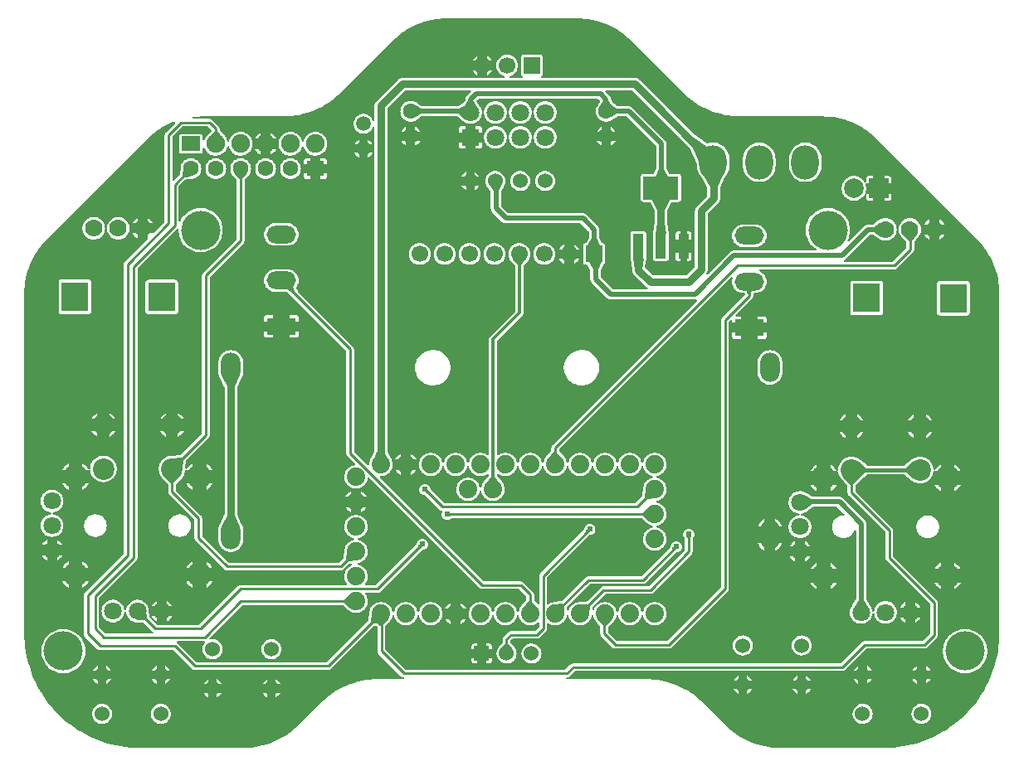
<source format=gbl>
G04 Layer: BottomLayer*
G04 EasyEDA v6.5.23, 2023-02-02 22:02:21*
G04 32823ceedc35475fa8f26cd2c4d51936,8932fd0543d740e3b58317cc2374636b,10*
G04 Gerber Generator version 0.2*
G04 Scale: 100 percent, Rotated: No, Reflected: No *
G04 Dimensions in millimeters *
G04 leading zeros omitted , absolute positions ,4 integer and 5 decimal *
%FSLAX45Y45*%
%MOMM*%

%AMMACRO1*21,1,$1,$2,0,0,$3*%
%ADD10C,0.7620*%
%ADD11C,0.5080*%
%ADD12C,0.3810*%
%ADD13C,0.3048*%
%ADD14C,0.2540*%
%ADD15MACRO1,2.5X1.1X-90.0000*%
%ADD16MACRO1,3.6X2.34X0.0000*%
%ADD17C,1.6000*%
%ADD18R,1.8000X1.6000*%
%ADD19C,1.8801*%
%ADD20C,1.8796*%
%ADD21R,1.8000X1.8000*%
%ADD22C,1.8000*%
%ADD23C,1.5240*%
%ADD24R,1.7000X1.7000*%
%ADD25C,1.7000*%
%ADD26R,2.0000X2.0000*%
%ADD27C,2.0000*%
%ADD28C,2.5000*%
%ADD29C,2.2000*%
%ADD30R,3.0000X1.8000*%
%ADD31O,2.999994X1.7999964*%
%ADD32R,1.9100X1.4986*%
%ADD33C,1.9100*%
%ADD34C,1.5000*%
%ADD35O,2.7999944X3.4999930000000004*%
%ADD36C,1.7780*%
%ADD37R,2.8000X3.0000*%
%ADD38R,1.5240X1.5240*%
%ADD39O,1.9999959999999999X2.999994*%
%ADD40C,4.0000*%
%ADD41C,0.6096*%
%ADD42C,0.0166*%

%LPD*%
G36*
X2794203Y-3031794D02*
G01*
X2755544Y-3030829D01*
X2717647Y-3028035D01*
X2679954Y-3023362D01*
X2642514Y-3016859D01*
X2605430Y-3008528D01*
X2568854Y-2998368D01*
X2532786Y-2986430D01*
X2497328Y-2972765D01*
X2462580Y-2957372D01*
X2428646Y-2940253D01*
X2395626Y-2921508D01*
X2363520Y-2901188D01*
X2332482Y-2879293D01*
X2302510Y-2855925D01*
X2273757Y-2831084D01*
X2246122Y-2804769D01*
X2015134Y-2573782D01*
X1985111Y-2545283D01*
X1954428Y-2518816D01*
X1922424Y-2493924D01*
X1889252Y-2470607D01*
X1855012Y-2448915D01*
X1819706Y-2429002D01*
X1783486Y-2410764D01*
X1746402Y-2394407D01*
X1708607Y-2379827D01*
X1670100Y-2367178D01*
X1630984Y-2356358D01*
X1591462Y-2347518D01*
X1551482Y-2340660D01*
X1511249Y-2335733D01*
X1470812Y-2332786D01*
X1430883Y-2331821D01*
X626668Y-2331821D01*
X622401Y-2330856D01*
X618896Y-2328214D01*
X616864Y-2324303D01*
X616661Y-2319934D01*
X618337Y-2315870D01*
X621538Y-2312873D01*
X625703Y-2311501D01*
X629818Y-2311095D01*
X637032Y-2308910D01*
X643737Y-2305354D01*
X649935Y-2300224D01*
X698804Y-2251405D01*
X702106Y-2249170D01*
X706018Y-2248408D01*
X3428492Y-2248408D01*
X3436518Y-2247595D01*
X3443732Y-2245410D01*
X3450437Y-2241854D01*
X3456635Y-2236724D01*
X3670604Y-2022805D01*
X3673906Y-2020570D01*
X3677818Y-2019807D01*
X4266692Y-2019807D01*
X4274718Y-2018995D01*
X4281932Y-2016810D01*
X4288637Y-2013254D01*
X4294835Y-2008124D01*
X4395724Y-1907235D01*
X4400854Y-1901037D01*
X4404410Y-1894332D01*
X4406595Y-1887118D01*
X4407408Y-1879092D01*
X4407408Y-1549908D01*
X4406595Y-1541881D01*
X4404410Y-1534668D01*
X4400854Y-1527962D01*
X4395724Y-1521764D01*
X3953205Y-1079195D01*
X3950970Y-1075893D01*
X3950208Y-1071981D01*
X3950208Y-813308D01*
X3949395Y-805281D01*
X3947210Y-798068D01*
X3943654Y-791362D01*
X3938524Y-785164D01*
X3568395Y-414985D01*
X3566160Y-411683D01*
X3565398Y-407771D01*
X3565398Y-359867D01*
X3566058Y-356209D01*
X3568039Y-353009D01*
X3621735Y-293928D01*
X3683101Y-243382D01*
X3686149Y-241655D01*
X3689553Y-241046D01*
X4064152Y-241046D01*
X4067606Y-241655D01*
X4070604Y-243382D01*
X4137202Y-298196D01*
X4139184Y-299618D01*
X4145737Y-305104D01*
X4158945Y-313791D01*
X4173067Y-320852D01*
X4187901Y-326288D01*
X4203293Y-329895D01*
X4218990Y-331724D01*
X4234789Y-331724D01*
X4250486Y-329895D01*
X4265828Y-326288D01*
X4280712Y-320852D01*
X4294835Y-313791D01*
X4308043Y-305104D01*
X4320133Y-294944D01*
X4330954Y-283413D01*
X4340402Y-270764D01*
X4348327Y-257098D01*
X4354576Y-242570D01*
X4359097Y-227431D01*
X4361332Y-214833D01*
X4362500Y-211531D01*
X4364786Y-208788D01*
X4367834Y-207060D01*
X4371340Y-206451D01*
X4438599Y-206451D01*
X4438599Y-141224D01*
X4427169Y-147523D01*
X4413351Y-157327D01*
X4400753Y-168605D01*
X4389475Y-181203D01*
X4380738Y-193497D01*
X4377690Y-196342D01*
X4373778Y-197713D01*
X4369663Y-197408D01*
X4365955Y-195478D01*
X4363364Y-192227D01*
X4362297Y-188214D01*
X4361840Y-180289D01*
X4359097Y-164744D01*
X4354576Y-149606D01*
X4348327Y-135077D01*
X4340402Y-121412D01*
X4330954Y-108762D01*
X4320133Y-97231D01*
X4308043Y-87071D01*
X4294835Y-78384D01*
X4280712Y-71323D01*
X4265828Y-65887D01*
X4250486Y-62280D01*
X4234789Y-60452D01*
X4218990Y-60452D01*
X4203293Y-62280D01*
X4187901Y-65887D01*
X4173067Y-71323D01*
X4158945Y-78384D01*
X4145737Y-87071D01*
X4070604Y-148793D01*
X4067606Y-150520D01*
X4064152Y-151130D01*
X3689553Y-151130D01*
X3686149Y-150520D01*
X3683101Y-148793D01*
X3616553Y-93980D01*
X3614572Y-92608D01*
X3608019Y-87071D01*
X3594811Y-78384D01*
X3580688Y-71323D01*
X3565855Y-65887D01*
X3550462Y-62280D01*
X3534765Y-60452D01*
X3518966Y-60452D01*
X3503269Y-62280D01*
X3487877Y-65887D01*
X3473043Y-71323D01*
X3458921Y-78384D01*
X3445713Y-87071D01*
X3433622Y-97231D01*
X3422751Y-108762D01*
X3413353Y-121412D01*
X3405428Y-135077D01*
X3399180Y-149606D01*
X3394659Y-164744D01*
X3391915Y-180289D01*
X3391103Y-194056D01*
X3389934Y-198221D01*
X3387140Y-201523D01*
X3383229Y-203352D01*
X3378860Y-203403D01*
X3374898Y-201625D01*
X3372053Y-198374D01*
X3370224Y-195021D01*
X3360420Y-181203D01*
X3349142Y-168605D01*
X3336544Y-157327D01*
X3322726Y-147523D01*
X3311296Y-141224D01*
X3311296Y-206451D01*
X3382416Y-206451D01*
X3385870Y-207060D01*
X3388969Y-208788D01*
X3391204Y-211531D01*
X3392424Y-214833D01*
X3394659Y-227431D01*
X3399180Y-242570D01*
X3405428Y-257098D01*
X3413353Y-270764D01*
X3422904Y-283616D01*
X3485540Y-352856D01*
X3487521Y-356006D01*
X3488182Y-359664D01*
X3488182Y-427482D01*
X3488994Y-435508D01*
X3491179Y-442722D01*
X3494735Y-449427D01*
X3499865Y-455625D01*
X3869994Y-825804D01*
X3872229Y-829106D01*
X3872992Y-833018D01*
X3872992Y-1091692D01*
X3873804Y-1099718D01*
X3875989Y-1106932D01*
X3879545Y-1113637D01*
X3884676Y-1119835D01*
X4327194Y-1562404D01*
X4329430Y-1565706D01*
X4330192Y-1569618D01*
X4330192Y-1859381D01*
X4329430Y-1863293D01*
X4327194Y-1866595D01*
X4254195Y-1939594D01*
X4250893Y-1941830D01*
X4246981Y-1942592D01*
X3658108Y-1942592D01*
X3650081Y-1943404D01*
X3642868Y-1945589D01*
X3636162Y-1949145D01*
X3629964Y-1954275D01*
X3415995Y-2168194D01*
X3412693Y-2170430D01*
X3408781Y-2171192D01*
X686308Y-2171192D01*
X678281Y-2172004D01*
X671068Y-2174189D01*
X664362Y-2177745D01*
X658164Y-2182876D01*
X609295Y-2231694D01*
X605993Y-2233930D01*
X602081Y-2234692D01*
X-1021181Y-2234692D01*
X-1025093Y-2233930D01*
X-1028395Y-2231694D01*
X-1228394Y-2031695D01*
X-1230630Y-2028393D01*
X-1231392Y-2024481D01*
X-1231392Y-1802739D01*
X-1230782Y-1799336D01*
X-1229106Y-1796288D01*
X-1178915Y-1734820D01*
X-1170686Y-1722374D01*
X-1164082Y-1709115D01*
X-1159154Y-1695196D01*
X-1157427Y-1687118D01*
X-1155852Y-1683562D01*
X-1153058Y-1680819D01*
X-1149451Y-1679346D01*
X-1145540Y-1679346D01*
X-1141933Y-1680819D01*
X-1139088Y-1683562D01*
X-1137564Y-1687118D01*
X-1135786Y-1695196D01*
X-1130858Y-1709115D01*
X-1124305Y-1722323D01*
X-1116177Y-1734616D01*
X-1106525Y-1745843D01*
X-1095654Y-1755800D01*
X-1083614Y-1764334D01*
X-1070610Y-1771294D01*
X-1056843Y-1776628D01*
X-1042517Y-1780235D01*
X-1027887Y-1782064D01*
X-1013104Y-1782064D01*
X-998474Y-1780235D01*
X-984148Y-1776628D01*
X-970381Y-1771294D01*
X-957376Y-1764334D01*
X-945337Y-1755800D01*
X-934415Y-1745843D01*
X-924814Y-1734616D01*
X-916686Y-1722323D01*
X-910132Y-1709115D01*
X-905205Y-1695196D01*
X-903427Y-1687068D01*
X-901852Y-1683461D01*
X-899058Y-1680768D01*
X-895451Y-1679295D01*
X-891540Y-1679295D01*
X-887933Y-1680768D01*
X-885139Y-1683461D01*
X-883564Y-1687068D01*
X-881786Y-1695196D01*
X-876858Y-1709115D01*
X-870305Y-1722323D01*
X-862177Y-1734616D01*
X-852525Y-1745843D01*
X-841654Y-1755800D01*
X-829614Y-1764334D01*
X-816610Y-1771294D01*
X-802843Y-1776628D01*
X-788517Y-1780235D01*
X-773887Y-1782064D01*
X-759104Y-1782064D01*
X-744474Y-1780235D01*
X-730148Y-1776628D01*
X-716381Y-1771294D01*
X-703376Y-1764334D01*
X-691337Y-1755800D01*
X-680415Y-1745843D01*
X-670814Y-1734616D01*
X-662686Y-1722323D01*
X-656132Y-1709115D01*
X-651205Y-1695196D01*
X-648055Y-1680768D01*
X-646684Y-1666087D01*
X-647141Y-1651355D01*
X-649427Y-1636623D01*
X-653440Y-1622552D01*
X-659180Y-1608988D01*
X-666597Y-1596186D01*
X-675487Y-1584401D01*
X-685749Y-1573834D01*
X-697230Y-1564589D01*
X-709777Y-1556816D01*
X-723188Y-1550619D01*
X-737260Y-1546148D01*
X-751789Y-1543456D01*
X-766470Y-1542542D01*
X-781202Y-1543456D01*
X-795731Y-1546148D01*
X-809802Y-1550619D01*
X-823214Y-1556816D01*
X-835761Y-1564589D01*
X-847242Y-1573834D01*
X-857503Y-1584401D01*
X-866394Y-1596186D01*
X-873810Y-1608988D01*
X-879551Y-1622552D01*
X-883716Y-1637233D01*
X-885799Y-1641043D01*
X-889253Y-1643684D01*
X-893470Y-1644599D01*
X-897737Y-1643684D01*
X-901192Y-1641043D01*
X-903274Y-1637233D01*
X-907440Y-1622552D01*
X-913180Y-1608988D01*
X-920597Y-1596186D01*
X-929487Y-1584401D01*
X-939749Y-1573834D01*
X-951230Y-1564589D01*
X-963777Y-1556816D01*
X-977188Y-1550619D01*
X-991260Y-1546148D01*
X-1005789Y-1543456D01*
X-1020470Y-1542542D01*
X-1035202Y-1543456D01*
X-1049731Y-1546148D01*
X-1063802Y-1550619D01*
X-1077214Y-1556816D01*
X-1089761Y-1564589D01*
X-1101242Y-1573834D01*
X-1111504Y-1584401D01*
X-1120394Y-1596186D01*
X-1127810Y-1608988D01*
X-1133551Y-1622552D01*
X-1137716Y-1637182D01*
X-1139748Y-1640992D01*
X-1143254Y-1643634D01*
X-1147470Y-1644548D01*
X-1151737Y-1643634D01*
X-1155192Y-1640992D01*
X-1157274Y-1637182D01*
X-1161440Y-1622552D01*
X-1167180Y-1608988D01*
X-1174546Y-1596186D01*
X-1183436Y-1584401D01*
X-1193698Y-1573784D01*
X-1205230Y-1564538D01*
X-1217777Y-1556766D01*
X-1231188Y-1550619D01*
X-1245260Y-1546148D01*
X-1259738Y-1543405D01*
X-1274470Y-1542491D01*
X-1289253Y-1543405D01*
X-1303731Y-1546148D01*
X-1317802Y-1550619D01*
X-1331214Y-1556766D01*
X-1343761Y-1564538D01*
X-1355293Y-1573784D01*
X-1365554Y-1584401D01*
X-1374444Y-1596186D01*
X-1381810Y-1608988D01*
X-1387551Y-1622552D01*
X-1391615Y-1636776D01*
X-1393901Y-1651558D01*
X-1398981Y-1728673D01*
X-1399844Y-1732178D01*
X-1401927Y-1735175D01*
X-1822246Y-2155494D01*
X-1825548Y-2157730D01*
X-1829460Y-2158492D01*
X-3154781Y-2158492D01*
X-3158693Y-2157730D01*
X-3161995Y-2155494D01*
X-3350564Y-1966975D01*
X-3357067Y-1961642D01*
X-3359658Y-1958390D01*
X-3360724Y-1954428D01*
X-3360165Y-1950364D01*
X-3358032Y-1946808D01*
X-3354628Y-1944471D01*
X-3350615Y-1943607D01*
X-3079242Y-1943607D01*
X-3075432Y-1944370D01*
X-3072180Y-1946452D01*
X-3069945Y-1949653D01*
X-3069082Y-1953412D01*
X-3069691Y-1957273D01*
X-3079902Y-1972310D01*
X-3086049Y-1984502D01*
X-3090519Y-1997405D01*
X-3093212Y-2010765D01*
X-3094126Y-2024380D01*
X-3093212Y-2037943D01*
X-3090519Y-2051304D01*
X-3086049Y-2064207D01*
X-3079902Y-2076399D01*
X-3072180Y-2087625D01*
X-3063036Y-2097735D01*
X-3052622Y-2106523D01*
X-3041091Y-2113889D01*
X-3028746Y-2119630D01*
X-3015691Y-2123643D01*
X-3002280Y-2125929D01*
X-2988614Y-2126386D01*
X-2975051Y-2125014D01*
X-2961792Y-2121865D01*
X-2949092Y-2116937D01*
X-2937103Y-2110384D01*
X-2926130Y-2102307D01*
X-2916326Y-2092807D01*
X-2907893Y-2082139D01*
X-2900934Y-2070404D01*
X-2895600Y-2057857D01*
X-2891993Y-2044700D01*
X-2890164Y-2031187D01*
X-2890164Y-2017522D01*
X-2891993Y-2004009D01*
X-2895600Y-1990852D01*
X-2900934Y-1978304D01*
X-2907893Y-1966569D01*
X-2916326Y-1955901D01*
X-2926130Y-1946402D01*
X-2937103Y-1938324D01*
X-2949092Y-1931771D01*
X-2961792Y-1926843D01*
X-2975051Y-1923694D01*
X-2988614Y-1922322D01*
X-3002280Y-1922780D01*
X-3012186Y-1924456D01*
X-3016402Y-1924253D01*
X-3020212Y-1922373D01*
X-3022904Y-1919071D01*
X-3024022Y-1915007D01*
X-3023362Y-1910791D01*
X-3021076Y-1907235D01*
X-2690825Y-1577035D01*
X-2687523Y-1574800D01*
X-2683611Y-1574038D01*
X-1670050Y-1574038D01*
X-1666443Y-1574698D01*
X-1663344Y-1576578D01*
X-1603806Y-1628698D01*
X-1591614Y-1637334D01*
X-1578610Y-1644294D01*
X-1564843Y-1649628D01*
X-1550517Y-1653235D01*
X-1535887Y-1655064D01*
X-1521104Y-1655064D01*
X-1506474Y-1653235D01*
X-1492148Y-1649628D01*
X-1478381Y-1644294D01*
X-1465376Y-1637334D01*
X-1453337Y-1628800D01*
X-1442415Y-1618843D01*
X-1432814Y-1607616D01*
X-1424686Y-1595323D01*
X-1418132Y-1582115D01*
X-1413205Y-1568196D01*
X-1410055Y-1553768D01*
X-1408684Y-1539087D01*
X-1409141Y-1524355D01*
X-1411427Y-1509776D01*
X-1415440Y-1495552D01*
X-1421180Y-1481988D01*
X-1428597Y-1469186D01*
X-1432052Y-1464614D01*
X-1433880Y-1460500D01*
X-1433830Y-1456029D01*
X-1431798Y-1452067D01*
X-1428292Y-1449273D01*
X-1423924Y-1448308D01*
X-1308608Y-1448308D01*
X-1300581Y-1447495D01*
X-1293368Y-1445310D01*
X-1286662Y-1441754D01*
X-1280464Y-1436624D01*
X-858723Y-1014882D01*
X-854913Y-1012494D01*
X-843737Y-1008532D01*
X-831646Y-1005433D01*
X-822706Y-1001318D01*
X-814679Y-995680D01*
X-807720Y-988720D01*
X-802081Y-980694D01*
X-797966Y-971753D01*
X-795426Y-962304D01*
X-794562Y-952500D01*
X-795426Y-942695D01*
X-797966Y-933246D01*
X-802081Y-924306D01*
X-807720Y-916279D01*
X-814679Y-909319D01*
X-822706Y-903681D01*
X-831646Y-899566D01*
X-841095Y-897026D01*
X-850900Y-896162D01*
X-860704Y-897026D01*
X-870153Y-899566D01*
X-879094Y-903681D01*
X-887120Y-909319D01*
X-894080Y-916279D01*
X-899718Y-924306D01*
X-903833Y-933246D01*
X-906932Y-945337D01*
X-910894Y-956513D01*
X-913282Y-960323D01*
X-1321104Y-1368094D01*
X-1324406Y-1370330D01*
X-1328318Y-1371092D01*
X-1425702Y-1371092D01*
X-1429461Y-1370380D01*
X-1432712Y-1368298D01*
X-1434947Y-1365199D01*
X-1435862Y-1361440D01*
X-1435303Y-1357630D01*
X-1424686Y-1341323D01*
X-1418132Y-1328115D01*
X-1413205Y-1314196D01*
X-1410055Y-1299768D01*
X-1408684Y-1285087D01*
X-1409141Y-1270355D01*
X-1411427Y-1255776D01*
X-1415440Y-1241552D01*
X-1421180Y-1227988D01*
X-1428597Y-1215186D01*
X-1437487Y-1203401D01*
X-1447749Y-1192834D01*
X-1459230Y-1183589D01*
X-1471777Y-1175816D01*
X-1485188Y-1169619D01*
X-1499260Y-1165148D01*
X-1503222Y-1164437D01*
X-1506880Y-1162964D01*
X-1509674Y-1160272D01*
X-1511249Y-1156665D01*
X-1511401Y-1152804D01*
X-1510030Y-1149096D01*
X-1507388Y-1146251D01*
X-1503832Y-1144574D01*
X-1492148Y-1141628D01*
X-1478381Y-1136294D01*
X-1465376Y-1129334D01*
X-1453337Y-1120800D01*
X-1442415Y-1110843D01*
X-1432814Y-1099616D01*
X-1424686Y-1087323D01*
X-1418132Y-1074115D01*
X-1413205Y-1060196D01*
X-1410055Y-1045768D01*
X-1408684Y-1031087D01*
X-1409141Y-1016355D01*
X-1411427Y-1001776D01*
X-1415440Y-987552D01*
X-1421180Y-973988D01*
X-1428597Y-961186D01*
X-1437487Y-949401D01*
X-1447749Y-938834D01*
X-1459230Y-929589D01*
X-1471777Y-921816D01*
X-1485188Y-915619D01*
X-1499260Y-911148D01*
X-1503222Y-910437D01*
X-1506880Y-908964D01*
X-1509674Y-906271D01*
X-1511249Y-902665D01*
X-1511401Y-898804D01*
X-1510030Y-895096D01*
X-1507388Y-892251D01*
X-1503832Y-890574D01*
X-1492148Y-887628D01*
X-1478381Y-882294D01*
X-1465376Y-875334D01*
X-1453337Y-866800D01*
X-1442415Y-856843D01*
X-1432814Y-845616D01*
X-1424686Y-833323D01*
X-1418132Y-820115D01*
X-1413205Y-806196D01*
X-1410055Y-791768D01*
X-1408684Y-777087D01*
X-1409141Y-762355D01*
X-1411427Y-747776D01*
X-1415440Y-733552D01*
X-1421180Y-719988D01*
X-1428597Y-707186D01*
X-1437487Y-695401D01*
X-1447749Y-684834D01*
X-1459230Y-675589D01*
X-1471777Y-667816D01*
X-1485188Y-661619D01*
X-1499260Y-657148D01*
X-1513789Y-654456D01*
X-1528470Y-653542D01*
X-1543202Y-654456D01*
X-1557731Y-657148D01*
X-1571802Y-661619D01*
X-1585214Y-667816D01*
X-1597761Y-675589D01*
X-1609242Y-684834D01*
X-1619504Y-695401D01*
X-1628394Y-707186D01*
X-1635810Y-719988D01*
X-1641551Y-733552D01*
X-1645564Y-747776D01*
X-1647850Y-762355D01*
X-1648307Y-777087D01*
X-1646936Y-791768D01*
X-1643786Y-806196D01*
X-1638858Y-820115D01*
X-1632305Y-833323D01*
X-1624177Y-845616D01*
X-1614525Y-856843D01*
X-1603654Y-866800D01*
X-1591614Y-875334D01*
X-1578610Y-882294D01*
X-1564843Y-887628D01*
X-1553159Y-890574D01*
X-1549603Y-892251D01*
X-1546961Y-895096D01*
X-1545590Y-898804D01*
X-1545742Y-902665D01*
X-1547317Y-906271D01*
X-1550111Y-908964D01*
X-1553768Y-910437D01*
X-1557731Y-911148D01*
X-1571802Y-915619D01*
X-1585214Y-921816D01*
X-1597761Y-929589D01*
X-1609242Y-938834D01*
X-1619504Y-949401D01*
X-1628394Y-961186D01*
X-1635810Y-973988D01*
X-1641551Y-987552D01*
X-1645564Y-1001776D01*
X-1647901Y-1016558D01*
X-1652930Y-1093622D01*
X-1653844Y-1097178D01*
X-1655876Y-1100175D01*
X-1695246Y-1139494D01*
X-1698548Y-1141730D01*
X-1702460Y-1142492D01*
X-2824581Y-1142492D01*
X-2828493Y-1141730D01*
X-2831795Y-1139494D01*
X-3095294Y-875995D01*
X-3097530Y-872693D01*
X-3098292Y-868781D01*
X-3098292Y-686308D01*
X-3099104Y-678281D01*
X-3101289Y-671068D01*
X-3104845Y-664362D01*
X-3109976Y-658164D01*
X-3364280Y-403809D01*
X-3366515Y-400507D01*
X-3367278Y-396595D01*
X-3367278Y-347065D01*
X-3366617Y-343408D01*
X-3364636Y-340258D01*
X-3301847Y-270916D01*
X-3292297Y-258064D01*
X-3284372Y-244398D01*
X-3278124Y-229870D01*
X-3273602Y-214731D01*
X-3271367Y-202133D01*
X-3270199Y-198831D01*
X-3267913Y-196088D01*
X-3264865Y-194360D01*
X-3261360Y-193751D01*
X-3194100Y-193751D01*
X-3194100Y-128524D01*
X-3205530Y-134823D01*
X-3219348Y-144627D01*
X-3231946Y-155905D01*
X-3243224Y-168503D01*
X-3250844Y-179171D01*
X-3253994Y-182118D01*
X-3258108Y-183438D01*
X-3262426Y-182930D01*
X-3266135Y-180644D01*
X-3268522Y-177088D01*
X-3269234Y-172821D01*
X-3265779Y-101650D01*
X-3264915Y-98044D01*
X-3262782Y-94945D01*
X-3033776Y134112D01*
X-3028645Y140309D01*
X-3025089Y147015D01*
X-3022904Y154228D01*
X-3022092Y162255D01*
X-3022092Y1770481D01*
X-3021330Y1774393D01*
X-3019094Y1777695D01*
X-2678176Y2118664D01*
X-2673045Y2124862D01*
X-2669489Y2131568D01*
X-2667304Y2138781D01*
X-2666492Y2146808D01*
X-2666492Y2760776D01*
X-2665882Y2764282D01*
X-2664104Y2767330D01*
X-2621178Y2818282D01*
X-2613406Y2829966D01*
X-2607259Y2842361D01*
X-2602839Y2855518D01*
X-2600096Y2869082D01*
X-2599232Y2882900D01*
X-2600096Y2896717D01*
X-2602839Y2910281D01*
X-2607259Y2923438D01*
X-2613406Y2935833D01*
X-2621076Y2947365D01*
X-2630220Y2957779D01*
X-2640634Y2966923D01*
X-2652166Y2974594D01*
X-2664561Y2980740D01*
X-2677718Y2985160D01*
X-2691282Y2987903D01*
X-2705100Y2988767D01*
X-2718917Y2987903D01*
X-2732481Y2985160D01*
X-2745638Y2980740D01*
X-2758033Y2974594D01*
X-2769565Y2966923D01*
X-2779979Y2957779D01*
X-2789123Y2947365D01*
X-2796794Y2935833D01*
X-2802940Y2923438D01*
X-2807360Y2910281D01*
X-2810103Y2896717D01*
X-2810967Y2882900D01*
X-2810103Y2869082D01*
X-2807360Y2855518D01*
X-2802940Y2842361D01*
X-2796794Y2829966D01*
X-2789123Y2818434D01*
X-2746095Y2767330D01*
X-2744317Y2764282D01*
X-2743708Y2760776D01*
X-2743708Y2166518D01*
X-2744470Y2162606D01*
X-2746705Y2159304D01*
X-3087624Y1818335D01*
X-3092754Y1812137D01*
X-3096310Y1805432D01*
X-3098495Y1798218D01*
X-3099308Y1790192D01*
X-3099308Y181965D01*
X-3100070Y178054D01*
X-3102305Y174752D01*
X-3317392Y-40335D01*
X-3320491Y-42468D01*
X-3324098Y-43332D01*
X-3413658Y-47701D01*
X-3429406Y-49580D01*
X-3444798Y-53187D01*
X-3459632Y-58623D01*
X-3473754Y-65684D01*
X-3486962Y-74371D01*
X-3499104Y-84531D01*
X-3509924Y-96062D01*
X-3519373Y-108712D01*
X-3527247Y-122377D01*
X-3533546Y-136906D01*
X-3538067Y-152044D01*
X-3540810Y-167589D01*
X-3541725Y-183388D01*
X-3540810Y-199186D01*
X-3538067Y-214731D01*
X-3533546Y-229870D01*
X-3527247Y-244398D01*
X-3519373Y-258064D01*
X-3509772Y-270916D01*
X-3447135Y-340207D01*
X-3445154Y-343408D01*
X-3444494Y-347065D01*
X-3444494Y-416306D01*
X-3443681Y-424332D01*
X-3441496Y-431546D01*
X-3437940Y-438251D01*
X-3432810Y-444449D01*
X-3178505Y-698804D01*
X-3176270Y-702106D01*
X-3175508Y-706018D01*
X-3175508Y-888492D01*
X-3174695Y-896518D01*
X-3172510Y-903732D01*
X-3168954Y-910437D01*
X-3163824Y-916635D01*
X-2872435Y-1208024D01*
X-2866237Y-1213154D01*
X-2859532Y-1216710D01*
X-2852318Y-1218895D01*
X-2844292Y-1219708D01*
X-1682750Y-1219708D01*
X-1674723Y-1218895D01*
X-1667510Y-1216710D01*
X-1660804Y-1213154D01*
X-1654606Y-1208024D01*
X-1601317Y-1154785D01*
X-1598320Y-1152702D01*
X-1594764Y-1151839D01*
X-1577695Y-1150721D01*
X-1573733Y-1151229D01*
X-1570278Y-1153261D01*
X-1567840Y-1156462D01*
X-1566875Y-1160322D01*
X-1567484Y-1164285D01*
X-1569516Y-1167739D01*
X-1572768Y-1170076D01*
X-1585214Y-1175816D01*
X-1597761Y-1183589D01*
X-1609242Y-1192834D01*
X-1619504Y-1203401D01*
X-1628394Y-1215186D01*
X-1635810Y-1227988D01*
X-1641551Y-1241552D01*
X-1645564Y-1255776D01*
X-1647850Y-1270355D01*
X-1648307Y-1285087D01*
X-1646936Y-1299768D01*
X-1643786Y-1314196D01*
X-1638858Y-1328115D01*
X-1632305Y-1341323D01*
X-1621688Y-1357630D01*
X-1621129Y-1361440D01*
X-1622044Y-1365199D01*
X-1624279Y-1368298D01*
X-1627530Y-1370380D01*
X-1631289Y-1371092D01*
X-2704592Y-1371092D01*
X-2712618Y-1371904D01*
X-2719832Y-1374089D01*
X-2726537Y-1377645D01*
X-2732735Y-1382776D01*
X-3124504Y-1774494D01*
X-3127806Y-1776730D01*
X-3131718Y-1777492D01*
X-3557117Y-1777492D01*
X-3561029Y-1776730D01*
X-3564280Y-1774494D01*
X-3634282Y-1704441D01*
X-3636314Y-1701444D01*
X-3637229Y-1697939D01*
X-3642055Y-1628292D01*
X-3642817Y-1620926D01*
X-3645509Y-1606753D01*
X-3649979Y-1592935D01*
X-3656177Y-1579727D01*
X-3664000Y-1567484D01*
X-3673246Y-1556258D01*
X-3683863Y-1546301D01*
X-3695649Y-1537716D01*
X-3708400Y-1530705D01*
X-3721912Y-1525371D01*
X-3736035Y-1521764D01*
X-3750462Y-1519936D01*
X-3765042Y-1519936D01*
X-3779469Y-1521764D01*
X-3793540Y-1525371D01*
X-3807104Y-1530705D01*
X-3819855Y-1537716D01*
X-3831640Y-1546301D01*
X-3842207Y-1556258D01*
X-3851503Y-1567484D01*
X-3859276Y-1579727D01*
X-3865473Y-1592935D01*
X-3869994Y-1606753D01*
X-3872737Y-1621231D01*
X-3874262Y-1624939D01*
X-3877056Y-1627733D01*
X-3880764Y-1629308D01*
X-3884726Y-1629308D01*
X-3888384Y-1627733D01*
X-3891229Y-1624939D01*
X-3892702Y-1621231D01*
X-3895496Y-1606753D01*
X-3899966Y-1592935D01*
X-3906164Y-1579727D01*
X-3913987Y-1567484D01*
X-3923233Y-1556258D01*
X-3933850Y-1546301D01*
X-3945636Y-1537716D01*
X-3958386Y-1530705D01*
X-3971899Y-1525371D01*
X-3986022Y-1521764D01*
X-4000449Y-1519936D01*
X-4014978Y-1519936D01*
X-4029456Y-1521764D01*
X-4043527Y-1525371D01*
X-4057040Y-1530705D01*
X-4069842Y-1537716D01*
X-4081576Y-1546301D01*
X-4092194Y-1556258D01*
X-4101490Y-1567484D01*
X-4109262Y-1579727D01*
X-4115460Y-1592935D01*
X-4119981Y-1606753D01*
X-4122674Y-1621078D01*
X-4123588Y-1635607D01*
X-4122674Y-1650085D01*
X-4119981Y-1664411D01*
X-4115460Y-1678228D01*
X-4109262Y-1691436D01*
X-4101490Y-1703679D01*
X-4092194Y-1714906D01*
X-4081576Y-1724863D01*
X-4069842Y-1733448D01*
X-4057040Y-1740458D01*
X-4043527Y-1745792D01*
X-4029456Y-1749399D01*
X-4014978Y-1751228D01*
X-4000449Y-1751228D01*
X-3986022Y-1749399D01*
X-3971899Y-1745792D01*
X-3958386Y-1740458D01*
X-3945636Y-1733448D01*
X-3933850Y-1724863D01*
X-3923233Y-1714906D01*
X-3913987Y-1703679D01*
X-3906164Y-1691436D01*
X-3899966Y-1678228D01*
X-3895496Y-1664411D01*
X-3892702Y-1649933D01*
X-3891229Y-1646224D01*
X-3888384Y-1643430D01*
X-3884726Y-1641856D01*
X-3880764Y-1641856D01*
X-3877056Y-1643430D01*
X-3874262Y-1646224D01*
X-3872737Y-1649933D01*
X-3869994Y-1664411D01*
X-3865473Y-1678228D01*
X-3859276Y-1691436D01*
X-3851503Y-1703679D01*
X-3842207Y-1714906D01*
X-3831640Y-1724863D01*
X-3819855Y-1733448D01*
X-3807104Y-1740458D01*
X-3793540Y-1745792D01*
X-3779469Y-1749399D01*
X-3764889Y-1751279D01*
X-3695344Y-1756105D01*
X-3691839Y-1757019D01*
X-3688842Y-1759051D01*
X-3605022Y-1843024D01*
X-3598468Y-1848357D01*
X-3595878Y-1851609D01*
X-3594811Y-1855571D01*
X-3595370Y-1859635D01*
X-3597503Y-1863191D01*
X-3600907Y-1865579D01*
X-3604920Y-1866392D01*
X-4081881Y-1866392D01*
X-4085793Y-1865630D01*
X-4089095Y-1863394D01*
X-4149394Y-1803095D01*
X-4151629Y-1799793D01*
X-4152392Y-1795881D01*
X-4152392Y-1506118D01*
X-4151629Y-1502206D01*
X-4149394Y-1498904D01*
X-3770376Y-1119835D01*
X-3765245Y-1113637D01*
X-3761689Y-1106932D01*
X-3759504Y-1099718D01*
X-3758692Y-1091692D01*
X-3758692Y1859381D01*
X-3757929Y1863293D01*
X-3755694Y1866595D01*
X-3356813Y2265476D01*
X-3353460Y2267712D01*
X-3349447Y2268474D01*
X-3345535Y2267610D01*
X-3342233Y2265273D01*
X-3340100Y2261819D01*
X-3339490Y2257856D01*
X-3339592Y2255316D01*
X-3338626Y2234438D01*
X-3335731Y2213813D01*
X-3330956Y2193493D01*
X-3324351Y2173681D01*
X-3315919Y2154580D01*
X-3305759Y2136394D01*
X-3293973Y2119172D01*
X-3280613Y2103120D01*
X-3265881Y2088337D01*
X-3249828Y2075027D01*
X-3232607Y2063242D01*
X-3214370Y2053082D01*
X-3195320Y2044649D01*
X-3175508Y2038045D01*
X-3155188Y2033270D01*
X-3134512Y2030374D01*
X-3113684Y2029409D01*
X-3092856Y2030374D01*
X-3072180Y2033270D01*
X-3051860Y2038045D01*
X-3032099Y2044649D01*
X-3012998Y2053082D01*
X-2994761Y2063242D01*
X-2977540Y2075027D01*
X-2961487Y2088337D01*
X-2946755Y2103120D01*
X-2933446Y2119172D01*
X-2921609Y2136394D01*
X-2911500Y2154580D01*
X-2903067Y2173681D01*
X-2896412Y2193493D01*
X-2891637Y2213813D01*
X-2888742Y2234438D01*
X-2887776Y2255316D01*
X-2888742Y2276144D01*
X-2891637Y2296820D01*
X-2896412Y2317140D01*
X-2903067Y2336901D01*
X-2911500Y2356002D01*
X-2921609Y2374239D01*
X-2933446Y2391410D01*
X-2946755Y2407462D01*
X-2961487Y2422245D01*
X-2977540Y2435555D01*
X-2994761Y2447340D01*
X-3012998Y2457500D01*
X-3032099Y2465933D01*
X-3051860Y2472588D01*
X-3072180Y2477363D01*
X-3092856Y2480208D01*
X-3113684Y2481173D01*
X-3134512Y2480208D01*
X-3155188Y2477363D01*
X-3175508Y2472588D01*
X-3195320Y2465933D01*
X-3214370Y2457500D01*
X-3232607Y2447340D01*
X-3249828Y2435555D01*
X-3265881Y2422245D01*
X-3280613Y2407462D01*
X-3293973Y2391410D01*
X-3305759Y2374239D01*
X-3315919Y2356002D01*
X-3320135Y2346401D01*
X-3322370Y2343200D01*
X-3325723Y2341067D01*
X-3329584Y2340356D01*
X-3333394Y2341168D01*
X-3336645Y2343353D01*
X-3338829Y2346655D01*
X-3339592Y2350516D01*
X-3339592Y2697581D01*
X-3338829Y2701493D01*
X-3336594Y2704795D01*
X-3272129Y2769260D01*
X-3269234Y2771292D01*
X-3265830Y2772206D01*
X-3199434Y2777896D01*
X-3185718Y2780639D01*
X-3172561Y2785059D01*
X-3160166Y2791206D01*
X-3148634Y2798876D01*
X-3138220Y2808020D01*
X-3129076Y2818434D01*
X-3121406Y2829966D01*
X-3115259Y2842361D01*
X-3110839Y2855518D01*
X-3108096Y2869082D01*
X-3107232Y2882900D01*
X-3108096Y2896717D01*
X-3110839Y2910281D01*
X-3115259Y2923438D01*
X-3121406Y2935833D01*
X-3129076Y2947365D01*
X-3138220Y2957779D01*
X-3148634Y2966923D01*
X-3160166Y2974594D01*
X-3172561Y2980740D01*
X-3185718Y2985160D01*
X-3199282Y2987903D01*
X-3213100Y2988767D01*
X-3226917Y2987903D01*
X-3240481Y2985160D01*
X-3253638Y2980740D01*
X-3266033Y2974594D01*
X-3277565Y2966923D01*
X-3287979Y2957779D01*
X-3297123Y2947365D01*
X-3304794Y2935833D01*
X-3310940Y2923438D01*
X-3315360Y2910281D01*
X-3318103Y2896717D01*
X-3323793Y2830169D01*
X-3324707Y2826766D01*
X-3326739Y2823870D01*
X-3385769Y2764840D01*
X-3389020Y2762656D01*
X-3392932Y2761894D01*
X-3396843Y2762656D01*
X-3400094Y2764840D01*
X-3402329Y2768142D01*
X-3403092Y2772054D01*
X-3403092Y3205581D01*
X-3402329Y3209493D01*
X-3400094Y3212795D01*
X-3301695Y3311194D01*
X-3298393Y3313429D01*
X-3294481Y3314192D01*
X-3042818Y3314192D01*
X-3038906Y3313429D01*
X-3035604Y3311194D01*
X-3006039Y3281629D01*
X-3003905Y3278479D01*
X-3003092Y3274771D01*
X-3003651Y3271012D01*
X-3005632Y3267760D01*
X-3053537Y3213150D01*
X-3062325Y3200806D01*
X-3069386Y3187649D01*
X-3072079Y3180740D01*
X-3074212Y3177336D01*
X-3077464Y3175050D01*
X-3081375Y3174238D01*
X-3085338Y3174949D01*
X-3088690Y3177133D01*
X-3090926Y3180486D01*
X-3091688Y3184398D01*
X-3091688Y3211271D01*
X-3092399Y3217570D01*
X-3094329Y3223056D01*
X-3097377Y3227933D01*
X-3101492Y3232048D01*
X-3106369Y3235096D01*
X-3111855Y3237026D01*
X-3118154Y3237738D01*
X-3308045Y3237738D01*
X-3314344Y3237026D01*
X-3319830Y3235096D01*
X-3324707Y3232048D01*
X-3328822Y3227933D01*
X-3331870Y3223056D01*
X-3333800Y3217570D01*
X-3334512Y3211271D01*
X-3334512Y3062528D01*
X-3333800Y3056229D01*
X-3331870Y3050743D01*
X-3328822Y3045866D01*
X-3324707Y3041751D01*
X-3319830Y3038703D01*
X-3314344Y3036773D01*
X-3308045Y3036062D01*
X-3118154Y3036062D01*
X-3111855Y3036773D01*
X-3106369Y3038703D01*
X-3101492Y3041751D01*
X-3097377Y3045866D01*
X-3094329Y3050743D01*
X-3092399Y3056229D01*
X-3091688Y3062528D01*
X-3091688Y3089402D01*
X-3090926Y3093313D01*
X-3088690Y3096666D01*
X-3085338Y3098850D01*
X-3081375Y3099562D01*
X-3077464Y3098749D01*
X-3074212Y3096463D01*
X-3072079Y3093059D01*
X-3069386Y3086150D01*
X-3062325Y3072993D01*
X-3053689Y3060801D01*
X-3043580Y3049778D01*
X-3032252Y3040024D01*
X-3019806Y3031794D01*
X-3006394Y3025089D01*
X-2992323Y3020161D01*
X-2977743Y3016961D01*
X-2962859Y3015589D01*
X-2947924Y3016046D01*
X-2933141Y3018332D01*
X-2918764Y3022396D01*
X-2904998Y3028238D01*
X-2892044Y3035706D01*
X-2880106Y3044698D01*
X-2869387Y3055112D01*
X-2860040Y3066745D01*
X-2852166Y3079496D01*
X-2845917Y3093059D01*
X-2841701Y3106267D01*
X-2839516Y3110026D01*
X-2835960Y3112516D01*
X-2831693Y3113328D01*
X-2827477Y3112262D01*
X-2824124Y3109518D01*
X-2822194Y3105658D01*
X-2820771Y3100120D01*
X-2815386Y3086150D01*
X-2808325Y3072993D01*
X-2799689Y3060801D01*
X-2789580Y3049778D01*
X-2778252Y3040024D01*
X-2765806Y3031794D01*
X-2752394Y3025089D01*
X-2738323Y3020161D01*
X-2723743Y3016961D01*
X-2708859Y3015589D01*
X-2693924Y3016046D01*
X-2679141Y3018332D01*
X-2664764Y3022396D01*
X-2650998Y3028238D01*
X-2638044Y3035706D01*
X-2626106Y3044698D01*
X-2615387Y3055112D01*
X-2606040Y3066745D01*
X-2598166Y3079496D01*
X-2591917Y3093059D01*
X-2587396Y3107283D01*
X-2584653Y3121964D01*
X-2583688Y3136900D01*
X-2584653Y3151835D01*
X-2587396Y3166516D01*
X-2591917Y3180740D01*
X-2598166Y3194304D01*
X-2606040Y3207054D01*
X-2615387Y3218688D01*
X-2626106Y3229102D01*
X-2638044Y3238093D01*
X-2650998Y3245561D01*
X-2664764Y3251403D01*
X-2679141Y3255467D01*
X-2693924Y3257753D01*
X-2708859Y3258210D01*
X-2723743Y3256838D01*
X-2738323Y3253638D01*
X-2752394Y3248710D01*
X-2765806Y3242005D01*
X-2778252Y3233775D01*
X-2789580Y3224022D01*
X-2799689Y3212998D01*
X-2808325Y3200806D01*
X-2815386Y3187649D01*
X-2820771Y3173679D01*
X-2822194Y3168142D01*
X-2824124Y3164281D01*
X-2827477Y3161538D01*
X-2831693Y3160471D01*
X-2835960Y3161284D01*
X-2839516Y3163773D01*
X-2841701Y3167532D01*
X-2845917Y3180740D01*
X-2852166Y3194304D01*
X-2860040Y3207054D01*
X-2868422Y3217621D01*
X-2917952Y3273806D01*
X-2919831Y3276955D01*
X-2920492Y3280562D01*
X-2920492Y3288792D01*
X-2921304Y3296818D01*
X-2923489Y3304032D01*
X-2927045Y3310737D01*
X-2932176Y3316935D01*
X-2994964Y3379724D01*
X-3001162Y3384854D01*
X-3007868Y3388410D01*
X-3015081Y3390595D01*
X-3023108Y3391408D01*
X-3188970Y3391408D01*
X-3193186Y3392322D01*
X-3196691Y3394964D01*
X-3198723Y3398774D01*
X-3198977Y3403142D01*
X-3197453Y3407206D01*
X-3194304Y3410204D01*
X-3190189Y3411626D01*
X-3181858Y3412693D01*
X-3143961Y3415436D01*
X-3105810Y3416401D01*
X-2269083Y3416401D01*
X-2227732Y3417417D01*
X-2187295Y3420465D01*
X-2147062Y3425444D01*
X-2107133Y3432403D01*
X-2067560Y3441344D01*
X-2028545Y3452164D01*
X-1990039Y3464915D01*
X-1952243Y3479546D01*
X-1915210Y3496005D01*
X-1878990Y3514242D01*
X-1843735Y3534257D01*
X-1809496Y3556000D01*
X-1776374Y3579368D01*
X-1744472Y3604310D01*
X-1713788Y3630828D01*
X-1684883Y3658362D01*
X-1153871Y4189374D01*
X-1125880Y4215993D01*
X-1097076Y4240834D01*
X-1067155Y4264202D01*
X-1036066Y4286046D01*
X-1003960Y4306366D01*
X-970889Y4325112D01*
X-936955Y4342180D01*
X-902208Y4357522D01*
X-866749Y4371187D01*
X-830681Y4383125D01*
X-794054Y4393234D01*
X-756970Y4401566D01*
X-719582Y4408017D01*
X-681837Y4412691D01*
X-643940Y4415434D01*
X-605790Y4416399D01*
X730605Y4416399D01*
X769264Y4415434D01*
X807161Y4412640D01*
X844854Y4407966D01*
X882294Y4401464D01*
X919378Y4393133D01*
X955954Y4382973D01*
X992022Y4371035D01*
X1027480Y4357370D01*
X1062228Y4341926D01*
X1096162Y4324858D01*
X1129182Y4306112D01*
X1161288Y4285792D01*
X1192326Y4263898D01*
X1222298Y4240530D01*
X1251051Y4215688D01*
X1278686Y4189374D01*
X1809699Y3658362D01*
X1839671Y3629863D01*
X1870405Y3603396D01*
X1902358Y3578504D01*
X1935530Y3555187D01*
X1969820Y3533546D01*
X2005075Y3513582D01*
X2041296Y3495395D01*
X2078380Y3478987D01*
X2116226Y3464407D01*
X2154732Y3451758D01*
X2193798Y3440988D01*
X2233371Y3432098D01*
X2273300Y3425240D01*
X2313533Y3420313D01*
X2353970Y3417366D01*
X2393899Y3416401D01*
X3230626Y3416401D01*
X3269284Y3415436D01*
X3307130Y3412642D01*
X3344875Y3407968D01*
X3382314Y3401466D01*
X3419348Y3393135D01*
X3455974Y3382975D01*
X3492042Y3371037D01*
X3527501Y3357372D01*
X3562197Y3341928D01*
X3596132Y3324860D01*
X3629202Y3306114D01*
X3661308Y3285794D01*
X3692347Y3263900D01*
X3722319Y3240532D01*
X3751072Y3215690D01*
X3778707Y3189376D01*
X4809490Y2158593D01*
X4836109Y2130602D01*
X4860950Y2101799D01*
X4884318Y2071827D01*
X4906162Y2040788D01*
X4926482Y2008682D01*
X4945176Y1975612D01*
X4962245Y1941677D01*
X4977638Y1906930D01*
X4991303Y1871472D01*
X5003241Y1835404D01*
X5013350Y1798777D01*
X5021681Y1761693D01*
X5028133Y1724253D01*
X5032756Y1686560D01*
X5035550Y1648663D01*
X5036515Y1610512D01*
X5036515Y-1857349D01*
X5035550Y-1905203D01*
X5032654Y-1952396D01*
X5027879Y-1999437D01*
X5021275Y-2046224D01*
X5012740Y-2092756D01*
X5002326Y-2138883D01*
X4990084Y-2184552D01*
X4976012Y-2229713D01*
X4960112Y-2274214D01*
X4942433Y-2318105D01*
X4923028Y-2361234D01*
X4901895Y-2403500D01*
X4879086Y-2444902D01*
X4854600Y-2485390D01*
X4828540Y-2524810D01*
X4800904Y-2563164D01*
X4771745Y-2600401D01*
X4741062Y-2636418D01*
X4709007Y-2671165D01*
X4675581Y-2704592D01*
X4640834Y-2736646D01*
X4604766Y-2767279D01*
X4567580Y-2796438D01*
X4529175Y-2824073D01*
X4489754Y-2850134D01*
X4449267Y-2874568D01*
X4407865Y-2897378D01*
X4365548Y-2918510D01*
X4322419Y-2937916D01*
X4278528Y-2955544D01*
X4234027Y-2971444D01*
X4188866Y-2985465D01*
X4143197Y-2997708D01*
X4097070Y-3008122D01*
X4050537Y-3016605D01*
X4003700Y-3023260D01*
X3956659Y-3027984D01*
X3909466Y-3030829D01*
X3862070Y-3031794D01*
G37*

%LPC*%
G36*
X3636975Y-2786786D02*
G01*
X3650640Y-2786329D01*
X3664051Y-2784043D01*
X3677107Y-2780030D01*
X3689451Y-2774289D01*
X3700983Y-2766923D01*
X3711397Y-2758135D01*
X3720541Y-2748026D01*
X3728262Y-2736799D01*
X3734409Y-2724607D01*
X3738879Y-2711704D01*
X3741572Y-2698343D01*
X3742486Y-2684780D01*
X3741572Y-2671165D01*
X3738879Y-2657805D01*
X3734409Y-2644902D01*
X3728262Y-2632710D01*
X3720541Y-2621483D01*
X3711397Y-2611374D01*
X3700983Y-2602585D01*
X3689451Y-2595219D01*
X3677107Y-2589479D01*
X3664051Y-2585466D01*
X3650640Y-2583180D01*
X3636975Y-2582722D01*
X3623411Y-2584094D01*
X3610152Y-2587244D01*
X3597452Y-2592171D01*
X3585464Y-2598724D01*
X3574491Y-2606802D01*
X3564686Y-2616301D01*
X3556254Y-2626969D01*
X3549294Y-2638704D01*
X3543960Y-2651252D01*
X3540353Y-2664409D01*
X3538524Y-2677922D01*
X3538524Y-2691587D01*
X3540353Y-2705100D01*
X3543960Y-2718257D01*
X3549294Y-2730804D01*
X3556254Y-2742539D01*
X3564686Y-2753207D01*
X3574491Y-2762707D01*
X3585464Y-2770784D01*
X3597452Y-2777337D01*
X3610152Y-2782265D01*
X3623411Y-2785414D01*
G37*
G36*
X4236923Y-2786786D02*
G01*
X4250588Y-2786329D01*
X4263999Y-2784043D01*
X4277055Y-2780030D01*
X4289399Y-2774289D01*
X4300931Y-2766923D01*
X4311345Y-2758135D01*
X4320489Y-2748026D01*
X4328210Y-2736799D01*
X4334357Y-2724607D01*
X4338828Y-2711704D01*
X4341520Y-2698343D01*
X4342434Y-2684780D01*
X4341520Y-2671165D01*
X4338828Y-2657805D01*
X4334357Y-2644902D01*
X4328210Y-2632710D01*
X4320489Y-2621483D01*
X4311345Y-2611374D01*
X4300931Y-2602585D01*
X4289399Y-2595219D01*
X4277055Y-2589479D01*
X4263999Y-2585466D01*
X4250588Y-2583180D01*
X4236923Y-2582722D01*
X4223359Y-2584094D01*
X4210100Y-2587244D01*
X4197400Y-2592171D01*
X4185412Y-2598724D01*
X4174439Y-2606802D01*
X4164634Y-2616301D01*
X4156201Y-2626969D01*
X4149242Y-2638704D01*
X4143908Y-2651252D01*
X4140301Y-2664409D01*
X4138472Y-2677922D01*
X4138472Y-2691587D01*
X4140301Y-2705100D01*
X4143908Y-2718257D01*
X4149242Y-2730804D01*
X4156201Y-2742539D01*
X4164634Y-2753207D01*
X4174439Y-2762707D01*
X4185412Y-2770784D01*
X4197400Y-2777337D01*
X4210100Y-2782265D01*
X4223359Y-2785414D01*
G37*
G36*
X3062579Y-2478074D02*
G01*
X3073044Y-2472334D01*
X3084017Y-2464257D01*
X3093821Y-2454757D01*
X3102254Y-2444089D01*
X3109214Y-2432354D01*
X3109874Y-2430780D01*
X3062579Y-2430780D01*
G37*
G36*
X2462631Y-2478074D02*
G01*
X2473096Y-2472334D01*
X2484069Y-2464257D01*
X2493873Y-2454757D01*
X2502306Y-2444089D01*
X2509266Y-2432354D01*
X2509926Y-2430780D01*
X2462631Y-2430780D01*
G37*
G36*
X2973679Y-2477973D02*
G01*
X2973679Y-2430780D01*
X2926435Y-2430780D01*
X2930245Y-2438349D01*
X2937967Y-2449576D01*
X2947111Y-2459685D01*
X2957525Y-2468473D01*
X2969056Y-2475839D01*
G37*
G36*
X2373731Y-2477973D02*
G01*
X2373731Y-2430780D01*
X2326487Y-2430780D01*
X2330297Y-2438349D01*
X2338019Y-2449576D01*
X2347163Y-2459685D01*
X2357577Y-2468473D01*
X2369108Y-2475839D01*
G37*
G36*
X4195927Y-2376474D02*
G01*
X4195927Y-2329180D01*
X4148582Y-2329180D01*
X4149242Y-2330754D01*
X4156201Y-2342489D01*
X4164634Y-2353157D01*
X4174439Y-2362657D01*
X4185412Y-2370734D01*
G37*
G36*
X3595979Y-2376474D02*
G01*
X3595979Y-2329180D01*
X3548634Y-2329180D01*
X3549294Y-2330754D01*
X3556254Y-2342489D01*
X3564686Y-2353157D01*
X3574491Y-2362657D01*
X3585464Y-2370734D01*
G37*
G36*
X4284827Y-2376373D02*
G01*
X4289399Y-2374239D01*
X4300931Y-2366873D01*
X4311345Y-2358085D01*
X4320489Y-2347976D01*
X4328210Y-2336749D01*
X4332020Y-2329180D01*
X4284827Y-2329180D01*
G37*
G36*
X3684879Y-2376373D02*
G01*
X3689451Y-2374239D01*
X3700983Y-2366873D01*
X3711397Y-2358085D01*
X3720541Y-2347976D01*
X3728262Y-2336749D01*
X3732072Y-2329180D01*
X3684879Y-2329180D01*
G37*
G36*
X2926435Y-2341880D02*
G01*
X2973679Y-2341880D01*
X2973679Y-2294636D01*
X2969056Y-2296769D01*
X2957525Y-2304135D01*
X2947111Y-2312924D01*
X2937967Y-2323033D01*
X2930245Y-2334260D01*
G37*
G36*
X2326487Y-2341880D02*
G01*
X2373731Y-2341880D01*
X2373731Y-2294636D01*
X2369108Y-2296769D01*
X2357577Y-2304135D01*
X2347163Y-2312924D01*
X2338019Y-2323033D01*
X2330297Y-2334260D01*
G37*
G36*
X3062579Y-2341880D02*
G01*
X3109874Y-2341880D01*
X3109214Y-2340254D01*
X3102254Y-2328519D01*
X3093821Y-2317851D01*
X3084017Y-2308352D01*
X3073044Y-2300274D01*
X3062579Y-2294534D01*
G37*
G36*
X2462631Y-2341880D02*
G01*
X2509926Y-2341880D01*
X2509266Y-2340254D01*
X2502306Y-2328519D01*
X2493873Y-2317851D01*
X2484069Y-2308352D01*
X2473096Y-2300274D01*
X2462631Y-2294534D01*
G37*
G36*
X4686300Y-2270607D02*
G01*
X4707128Y-2269642D01*
X4727803Y-2266746D01*
X4748123Y-2261971D01*
X4767884Y-2255316D01*
X4786985Y-2246934D01*
X4805222Y-2236774D01*
X4822444Y-2224989D01*
X4838496Y-2211628D01*
X4853228Y-2196896D01*
X4866538Y-2180844D01*
X4878374Y-2163622D01*
X4888484Y-2145385D01*
X4896916Y-2126284D01*
X4903571Y-2106523D01*
X4908346Y-2086203D01*
X4911242Y-2065528D01*
X4912207Y-2044700D01*
X4911242Y-2023872D01*
X4908346Y-2003196D01*
X4903571Y-1982876D01*
X4896916Y-1963115D01*
X4888484Y-1944014D01*
X4878374Y-1925777D01*
X4866538Y-1908556D01*
X4853228Y-1892503D01*
X4838496Y-1877771D01*
X4822444Y-1864410D01*
X4805222Y-1852625D01*
X4786985Y-1842465D01*
X4767884Y-1834032D01*
X4748123Y-1827428D01*
X4727803Y-1822653D01*
X4707128Y-1819757D01*
X4686300Y-1818792D01*
X4665472Y-1819757D01*
X4644796Y-1822653D01*
X4624476Y-1827428D01*
X4604664Y-1834032D01*
X4585614Y-1842465D01*
X4567377Y-1852625D01*
X4550156Y-1864410D01*
X4534103Y-1877771D01*
X4519371Y-1892503D01*
X4506010Y-1908556D01*
X4494225Y-1925777D01*
X4484065Y-1944014D01*
X4475632Y-1963115D01*
X4469028Y-1982876D01*
X4464253Y-2003196D01*
X4461357Y-2023872D01*
X4460392Y-2044700D01*
X4461357Y-2065528D01*
X4464253Y-2086203D01*
X4469028Y-2106523D01*
X4475632Y-2126284D01*
X4484065Y-2145385D01*
X4494225Y-2163622D01*
X4506010Y-2180844D01*
X4519371Y-2196896D01*
X4534103Y-2211628D01*
X4550156Y-2224989D01*
X4567377Y-2236774D01*
X4585614Y-2246934D01*
X4604664Y-2255316D01*
X4624476Y-2261971D01*
X4644796Y-2266746D01*
X4665472Y-2269642D01*
G37*
G36*
X4284827Y-2240280D02*
G01*
X4332020Y-2240280D01*
X4328210Y-2232660D01*
X4320489Y-2221433D01*
X4311345Y-2211324D01*
X4300931Y-2202535D01*
X4289399Y-2195169D01*
X4284827Y-2193036D01*
G37*
G36*
X3684879Y-2240280D02*
G01*
X3732072Y-2240280D01*
X3728262Y-2232660D01*
X3720541Y-2221433D01*
X3711397Y-2211324D01*
X3700983Y-2202535D01*
X3689451Y-2195169D01*
X3684879Y-2193036D01*
G37*
G36*
X4148582Y-2240280D02*
G01*
X4195927Y-2240280D01*
X4195927Y-2192934D01*
X4185412Y-2198674D01*
X4174439Y-2206752D01*
X4164634Y-2216251D01*
X4156201Y-2226919D01*
X4149242Y-2238654D01*
G37*
G36*
X3548634Y-2240280D02*
G01*
X3595979Y-2240280D01*
X3595979Y-2192934D01*
X3585464Y-2198674D01*
X3574491Y-2206752D01*
X3564686Y-2216251D01*
X3556254Y-2226919D01*
X3549294Y-2238654D01*
G37*
G36*
X-201320Y-2170938D02*
G01*
X-170180Y-2170938D01*
X-163830Y-2170176D01*
X-158394Y-2168296D01*
X-153466Y-2165197D01*
X-149402Y-2161133D01*
X-146304Y-2156206D01*
X-144424Y-2150770D01*
X-143662Y-2144420D01*
X-143662Y-2113280D01*
X-201320Y-2113280D01*
G37*
G36*
X-321411Y-2170938D02*
G01*
X-290220Y-2170938D01*
X-290220Y-2113280D01*
X-347878Y-2113280D01*
X-347878Y-2144420D01*
X-347167Y-2150770D01*
X-345287Y-2156206D01*
X-342188Y-2161133D01*
X-338124Y-2165197D01*
X-333197Y-2168296D01*
X-327761Y-2170176D01*
G37*
G36*
X258775Y-2170836D02*
G01*
X272440Y-2170379D01*
X285851Y-2168093D01*
X298907Y-2164080D01*
X311251Y-2158339D01*
X322783Y-2150973D01*
X333197Y-2142185D01*
X342341Y-2132076D01*
X350062Y-2120849D01*
X356209Y-2108657D01*
X360680Y-2095754D01*
X363372Y-2082393D01*
X364286Y-2068830D01*
X363372Y-2055215D01*
X360680Y-2041855D01*
X356209Y-2028952D01*
X350062Y-2016760D01*
X342341Y-2005533D01*
X333197Y-1995424D01*
X322783Y-1986635D01*
X311251Y-1979269D01*
X298907Y-1973529D01*
X285851Y-1969516D01*
X272440Y-1967230D01*
X258775Y-1966772D01*
X245211Y-1968144D01*
X231952Y-1971293D01*
X219252Y-1976221D01*
X207264Y-1982774D01*
X196291Y-1990852D01*
X186486Y-2000351D01*
X178054Y-2011019D01*
X171094Y-2022754D01*
X165760Y-2035302D01*
X162153Y-2048459D01*
X160324Y-2061972D01*
X160324Y-2075637D01*
X162153Y-2089150D01*
X165760Y-2102307D01*
X171094Y-2114854D01*
X178054Y-2126589D01*
X186486Y-2137257D01*
X196291Y-2146757D01*
X207264Y-2154834D01*
X219252Y-2161387D01*
X231952Y-2166315D01*
X245211Y-2169464D01*
G37*
G36*
X4775Y-2170836D02*
G01*
X18440Y-2170379D01*
X31851Y-2168093D01*
X44907Y-2164080D01*
X57251Y-2158339D01*
X68783Y-2150973D01*
X79197Y-2142185D01*
X88341Y-2132076D01*
X96062Y-2120849D01*
X102209Y-2108657D01*
X106680Y-2095754D01*
X109372Y-2082393D01*
X110286Y-2068830D01*
X109372Y-2055215D01*
X106680Y-2041855D01*
X102209Y-2028952D01*
X96062Y-2016760D01*
X88188Y-2005380D01*
X49072Y-1958492D01*
X47345Y-1955444D01*
X46736Y-1951989D01*
X46736Y-1942490D01*
X47498Y-1938578D01*
X49733Y-1935276D01*
X63804Y-1921205D01*
X67106Y-1918970D01*
X71018Y-1918207D01*
X316992Y-1918207D01*
X325018Y-1917395D01*
X332232Y-1915210D01*
X338937Y-1911654D01*
X345135Y-1906524D01*
X407924Y-1843735D01*
X413054Y-1837537D01*
X416610Y-1830832D01*
X418795Y-1823618D01*
X419608Y-1815592D01*
X419608Y-1769262D01*
X420573Y-1764944D01*
X423265Y-1761439D01*
X427177Y-1759407D01*
X431596Y-1759254D01*
X435660Y-1760931D01*
X440385Y-1764334D01*
X453390Y-1771294D01*
X467156Y-1776628D01*
X481482Y-1780235D01*
X496112Y-1782064D01*
X510895Y-1782064D01*
X525526Y-1780235D01*
X539851Y-1776628D01*
X553618Y-1771294D01*
X566623Y-1764334D01*
X578662Y-1755800D01*
X589584Y-1745843D01*
X599186Y-1734616D01*
X607314Y-1722323D01*
X613867Y-1709115D01*
X618794Y-1695196D01*
X620572Y-1687068D01*
X622147Y-1683461D01*
X624941Y-1680768D01*
X628548Y-1679295D01*
X632460Y-1679295D01*
X636066Y-1680768D01*
X638860Y-1683461D01*
X640435Y-1687068D01*
X642213Y-1695196D01*
X647141Y-1709115D01*
X653694Y-1722323D01*
X661822Y-1734616D01*
X671474Y-1745843D01*
X682345Y-1755800D01*
X694385Y-1764334D01*
X707390Y-1771294D01*
X721156Y-1776628D01*
X735482Y-1780235D01*
X750112Y-1782064D01*
X764895Y-1782064D01*
X779526Y-1780235D01*
X793851Y-1776628D01*
X807618Y-1771294D01*
X820623Y-1764334D01*
X832662Y-1755800D01*
X843584Y-1745843D01*
X853186Y-1734616D01*
X861314Y-1722323D01*
X867867Y-1709115D01*
X872794Y-1695196D01*
X874572Y-1687068D01*
X876147Y-1683461D01*
X878941Y-1680768D01*
X882548Y-1679295D01*
X886460Y-1679295D01*
X890066Y-1680768D01*
X892860Y-1683461D01*
X894435Y-1687068D01*
X896213Y-1695196D01*
X901141Y-1709115D01*
X907694Y-1722323D01*
X915974Y-1734870D01*
X962558Y-1795373D01*
X964133Y-1798269D01*
X964692Y-1801571D01*
X964692Y-1866392D01*
X965504Y-1874418D01*
X967689Y-1881632D01*
X971245Y-1888337D01*
X976376Y-1894535D01*
X1089964Y-2008124D01*
X1096162Y-2013254D01*
X1102868Y-2016810D01*
X1110081Y-2018995D01*
X1118108Y-2019807D01*
X1663192Y-2019807D01*
X1671218Y-2018995D01*
X1678432Y-2016810D01*
X1685137Y-2013254D01*
X1691335Y-2008124D01*
X2262124Y-1437335D01*
X2267254Y-1431137D01*
X2270810Y-1424432D01*
X2272995Y-1417218D01*
X2273808Y-1409192D01*
X2273808Y1313281D01*
X2274570Y1317193D01*
X2276805Y1320495D01*
X2291435Y1335176D01*
X2294737Y1337360D01*
X2298649Y1338122D01*
X2302510Y1337360D01*
X2305812Y1335176D01*
X2308047Y1331874D01*
X2308809Y1327962D01*
X2308809Y1309827D01*
X2403348Y1309827D01*
X2403348Y1374394D01*
X2355240Y1374394D01*
X2351328Y1375156D01*
X2348026Y1377391D01*
X2345842Y1380693D01*
X2345080Y1384554D01*
X2345842Y1388465D01*
X2348026Y1391767D01*
X2511552Y1555292D01*
X2516682Y1561490D01*
X2520238Y1568196D01*
X2522423Y1575409D01*
X2523236Y1583436D01*
X2523236Y1591716D01*
X2524302Y1596237D01*
X2529687Y1606956D01*
X2531922Y1609953D01*
X2535072Y1611884D01*
X2538730Y1612595D01*
X2544368Y1612595D01*
X2559253Y1613509D01*
X2573528Y1616252D01*
X2587345Y1620723D01*
X2600553Y1626920D01*
X2612847Y1634744D01*
X2624023Y1644040D01*
X2633980Y1654606D01*
X2642565Y1666392D01*
X2649575Y1679143D01*
X2654909Y1692706D01*
X2658516Y1706778D01*
X2660345Y1721205D01*
X2660345Y1735785D01*
X2658516Y1750212D01*
X2654909Y1764284D01*
X2649575Y1777847D01*
X2642565Y1790598D01*
X2633980Y1802384D01*
X2624023Y1812950D01*
X2612847Y1822246D01*
X2600553Y1830070D01*
X2591409Y1834337D01*
X2588260Y1836623D01*
X2586228Y1839975D01*
X2585567Y1843786D01*
X2586431Y1847596D01*
X2588666Y1850796D01*
X2591917Y1852930D01*
X2595727Y1853692D01*
X3961892Y1853692D01*
X3969918Y1854504D01*
X3977132Y1856689D01*
X3983837Y1860245D01*
X3990035Y1865375D01*
X4154424Y2029764D01*
X4159554Y2035962D01*
X4163110Y2042668D01*
X4165295Y2049881D01*
X4166108Y2057907D01*
X4166108Y2128723D01*
X4166666Y2132076D01*
X4168343Y2135073D01*
X4215790Y2194255D01*
X4223613Y2206599D01*
X4229709Y2219655D01*
X4234180Y2233371D01*
X4236872Y2247493D01*
X4237786Y2261870D01*
X4236872Y2276297D01*
X4234180Y2290419D01*
X4229709Y2304135D01*
X4223613Y2317191D01*
X4215892Y2329383D01*
X4206697Y2340457D01*
X4196181Y2350363D01*
X4184497Y2358796D01*
X4171899Y2365756D01*
X4158487Y2371090D01*
X4144518Y2374646D01*
X4130192Y2376474D01*
X4115815Y2376474D01*
X4101490Y2374646D01*
X4087520Y2371090D01*
X4074109Y2365756D01*
X4061510Y2358796D01*
X4049826Y2350363D01*
X4039311Y2340457D01*
X4030116Y2329383D01*
X4022394Y2317191D01*
X4016298Y2304135D01*
X4011828Y2290419D01*
X4009136Y2276297D01*
X4008221Y2261870D01*
X4009136Y2247493D01*
X4011828Y2233371D01*
X4016298Y2219655D01*
X4022394Y2206599D01*
X4030116Y2194458D01*
X4039819Y2182774D01*
X4086148Y2133193D01*
X4088180Y2129993D01*
X4088892Y2126234D01*
X4088892Y2077618D01*
X4088129Y2073706D01*
X4085894Y2070404D01*
X3949395Y1933905D01*
X3946093Y1931670D01*
X3942181Y1930907D01*
X3460343Y1930907D01*
X3456127Y1931822D01*
X3452672Y1934413D01*
X3450590Y1938223D01*
X3450336Y1942541D01*
X3451809Y1946605D01*
X3454908Y1949653D01*
X3458413Y1951888D01*
X3461969Y1954580D01*
X3465423Y1957781D01*
X3715258Y2207564D01*
X3718560Y2209800D01*
X3722420Y2210562D01*
X3741165Y2210562D01*
X3744061Y2210104D01*
X3746754Y2208885D01*
X3798366Y2174646D01*
X3811524Y2164994D01*
X3824122Y2158034D01*
X3837533Y2152700D01*
X3851503Y2149144D01*
X3865829Y2147316D01*
X3880205Y2147316D01*
X3894531Y2149144D01*
X3908501Y2152700D01*
X3921912Y2158034D01*
X3934510Y2164994D01*
X3946194Y2173427D01*
X3956710Y2183333D01*
X3965905Y2194407D01*
X3973626Y2206599D01*
X3979722Y2219655D01*
X3984193Y2233371D01*
X3986885Y2247493D01*
X3987800Y2261870D01*
X3986885Y2276297D01*
X3984193Y2290419D01*
X3979722Y2304135D01*
X3973626Y2317191D01*
X3965905Y2329383D01*
X3956710Y2340457D01*
X3946194Y2350363D01*
X3934510Y2358796D01*
X3921912Y2365756D01*
X3908501Y2371090D01*
X3894531Y2374646D01*
X3880205Y2376474D01*
X3865829Y2376474D01*
X3851503Y2374646D01*
X3837533Y2371090D01*
X3824122Y2365756D01*
X3811524Y2358796D01*
X3798366Y2349144D01*
X3746703Y2314854D01*
X3744010Y2313635D01*
X3741064Y2313178D01*
X3697173Y2313178D01*
X3692499Y2312974D01*
X3688079Y2312365D01*
X3683711Y2311400D01*
X3679444Y2310079D01*
X3675278Y2308352D01*
X3671315Y2306320D01*
X3667556Y2303881D01*
X3664000Y2301189D01*
X3660546Y2297988D01*
X3503980Y2141474D01*
X3500526Y2139188D01*
X3496462Y2138476D01*
X3492449Y2139442D01*
X3489198Y2141931D01*
X3487165Y2145538D01*
X3486708Y2149652D01*
X3488486Y2154580D01*
X3496919Y2173681D01*
X3503574Y2193493D01*
X3508349Y2213813D01*
X3511245Y2234438D01*
X3512210Y2255316D01*
X3511245Y2276144D01*
X3508349Y2296820D01*
X3503574Y2317140D01*
X3496919Y2336901D01*
X3488486Y2356002D01*
X3478377Y2374239D01*
X3466541Y2391410D01*
X3453231Y2407462D01*
X3438499Y2422245D01*
X3422446Y2435555D01*
X3405225Y2447340D01*
X3386988Y2457500D01*
X3367887Y2465933D01*
X3348126Y2472588D01*
X3327806Y2477363D01*
X3307130Y2480208D01*
X3286302Y2481173D01*
X3265424Y2480208D01*
X3244799Y2477363D01*
X3224479Y2472588D01*
X3204667Y2465933D01*
X3185617Y2457500D01*
X3167380Y2447340D01*
X3150158Y2435555D01*
X3134106Y2422245D01*
X3119374Y2407462D01*
X3106013Y2391410D01*
X3094228Y2374239D01*
X3084068Y2356002D01*
X3075635Y2336901D01*
X3069031Y2317140D01*
X3064256Y2296820D01*
X3061360Y2276144D01*
X3060395Y2255316D01*
X3061360Y2234438D01*
X3064256Y2213813D01*
X3069031Y2193493D01*
X3075635Y2173681D01*
X3084068Y2154580D01*
X3094228Y2136394D01*
X3106013Y2119172D01*
X3119374Y2103120D01*
X3134106Y2088337D01*
X3150158Y2075027D01*
X3166618Y2063750D01*
X3169564Y2060651D01*
X3170986Y2056638D01*
X3170580Y2052370D01*
X3168497Y2048662D01*
X3165043Y2046122D01*
X3160877Y2045207D01*
X2324303Y2045207D01*
X2319629Y2045004D01*
X2315210Y2044395D01*
X2310841Y2043430D01*
X2306574Y2042109D01*
X2302408Y2040382D01*
X2298446Y2038350D01*
X2294686Y2035911D01*
X2291130Y2033219D01*
X2287676Y2030018D01*
X2061108Y1803501D01*
X2057603Y1801164D01*
X2053437Y1800504D01*
X2049373Y1801571D01*
X2046071Y1804212D01*
X2044141Y1807921D01*
X2043887Y1812137D01*
X2045360Y1816100D01*
X2050288Y1823923D01*
X2051304Y1825904D01*
X2054504Y1833625D01*
X2055164Y1835759D01*
X2057400Y1846072D01*
X2057907Y1854504D01*
X2057907Y2420366D01*
X2058670Y2424277D01*
X2060905Y2427579D01*
X2165959Y2532634D01*
X2171547Y2538933D01*
X2177288Y2547823D01*
X2178304Y2549804D01*
X2181504Y2557526D01*
X2182164Y2559659D01*
X2184400Y2569972D01*
X2184908Y2578404D01*
X2184908Y2688539D01*
X2185873Y2692908D01*
X2234742Y2795981D01*
X2236724Y2798826D01*
X2239568Y2801670D01*
X2250490Y2815183D01*
X2259990Y2829763D01*
X2267864Y2845206D01*
X2274062Y2861411D01*
X2278583Y2878226D01*
X2281275Y2895346D01*
X2282190Y2912973D01*
X2282190Y2982417D01*
X2281275Y3000044D01*
X2278583Y3017164D01*
X2274062Y3033979D01*
X2267864Y3050184D01*
X2259990Y3065627D01*
X2250490Y3080207D01*
X2239568Y3093720D01*
X2227326Y3105962D01*
X2213813Y3116884D01*
X2199233Y3126384D01*
X2183790Y3134258D01*
X2167585Y3140456D01*
X2150770Y3144977D01*
X2133650Y3147669D01*
X2116328Y3148584D01*
X2098954Y3147669D01*
X2081834Y3144977D01*
X2061108Y3139490D01*
X2057907Y3139846D01*
X2055012Y3141167D01*
X1933193Y3221583D01*
X1931619Y3222904D01*
X1362964Y3791559D01*
X1356664Y3797147D01*
X1347774Y3802887D01*
X1345793Y3803904D01*
X1338072Y3807104D01*
X1335938Y3807764D01*
X1325626Y3810000D01*
X1317193Y3810508D01*
X369214Y3810508D01*
X364947Y3811422D01*
X361492Y3814064D01*
X359460Y3817874D01*
X359156Y3822192D01*
X360680Y3826256D01*
X363778Y3829253D01*
X367792Y3831793D01*
X371906Y3835908D01*
X375005Y3840784D01*
X376885Y3846271D01*
X377596Y3852570D01*
X377596Y4021429D01*
X376885Y4027728D01*
X375005Y4033215D01*
X371906Y4038092D01*
X367792Y4042206D01*
X362915Y4045305D01*
X357428Y4047185D01*
X351129Y4047896D01*
X182270Y4047896D01*
X175971Y4047185D01*
X170484Y4045305D01*
X165608Y4042206D01*
X161493Y4038092D01*
X158394Y4033215D01*
X156514Y4027728D01*
X155803Y4021429D01*
X155803Y3852570D01*
X156514Y3846271D01*
X158394Y3840784D01*
X161493Y3835908D01*
X165608Y3831793D01*
X169621Y3829253D01*
X172720Y3826256D01*
X174244Y3822192D01*
X173939Y3817874D01*
X171907Y3814064D01*
X168452Y3811422D01*
X164185Y3810508D01*
X45364Y3810508D01*
X41351Y3811320D01*
X37998Y3813708D01*
X35814Y3817213D01*
X35204Y3821277D01*
X36322Y3825240D01*
X38862Y3828440D01*
X42468Y3830421D01*
X51003Y3832910D01*
X64008Y3838701D01*
X76149Y3846068D01*
X87274Y3854907D01*
X97129Y3865118D01*
X105613Y3876497D01*
X112623Y3888892D01*
X117957Y3902049D01*
X121564Y3915816D01*
X123342Y3929887D01*
X123342Y3944112D01*
X121564Y3958183D01*
X117957Y3971950D01*
X112623Y3985107D01*
X105613Y3997502D01*
X97129Y4008882D01*
X87274Y4019092D01*
X76149Y4027932D01*
X64008Y4035298D01*
X51003Y4041038D01*
X37388Y4045102D01*
X23368Y4047388D01*
X9144Y4047845D01*
X-4978Y4046474D01*
X-18846Y4043324D01*
X-32207Y4038396D01*
X-44805Y4031843D01*
X-56438Y4023715D01*
X-66954Y4014165D01*
X-76149Y4003344D01*
X-83921Y3991406D01*
X-90068Y3978605D01*
X-94538Y3965143D01*
X-97282Y3951173D01*
X-98196Y3937000D01*
X-97282Y3922826D01*
X-94538Y3908856D01*
X-90068Y3895394D01*
X-83921Y3882593D01*
X-76149Y3870655D01*
X-66954Y3859834D01*
X-56438Y3850284D01*
X-44805Y3842156D01*
X-32207Y3835603D01*
X-18288Y3830574D01*
X-14478Y3828796D01*
X-11734Y3825646D01*
X-10464Y3821633D01*
X-10922Y3817467D01*
X-13055Y3813860D01*
X-16459Y3811371D01*
X-20574Y3810508D01*
X-1053795Y3810508D01*
X-1062228Y3810000D01*
X-1072540Y3807764D01*
X-1074674Y3807104D01*
X-1082395Y3803904D01*
X-1084376Y3802887D01*
X-1093266Y3797147D01*
X-1099566Y3791559D01*
X-1319631Y3571494D01*
X-1325219Y3565194D01*
X-1330960Y3556304D01*
X-1331976Y3554323D01*
X-1335176Y3546601D01*
X-1335836Y3544468D01*
X-1338072Y3534156D01*
X-1338580Y3525723D01*
X-1338580Y3381501D01*
X-1339342Y3377692D01*
X-1341475Y3374390D01*
X-1344676Y3372205D01*
X-1348486Y3371342D01*
X-1352346Y3372002D01*
X-1355648Y3374085D01*
X-1357934Y3377234D01*
X-1363827Y3389884D01*
X-1371092Y3401263D01*
X-1379778Y3411524D01*
X-1389786Y3420567D01*
X-1400860Y3428187D01*
X-1412900Y3434283D01*
X-1425651Y3438702D01*
X-1438859Y3441395D01*
X-1452270Y3442258D01*
X-1465732Y3441395D01*
X-1478940Y3438702D01*
X-1491691Y3434283D01*
X-1503730Y3428187D01*
X-1514805Y3420567D01*
X-1524812Y3411524D01*
X-1533499Y3401263D01*
X-1540764Y3389884D01*
X-1546453Y3377641D01*
X-1550416Y3364788D01*
X-1552651Y3351479D01*
X-1553108Y3338017D01*
X-1551787Y3324606D01*
X-1548638Y3311499D01*
X-1543812Y3298951D01*
X-1537309Y3287115D01*
X-1529334Y3276244D01*
X-1519986Y3266592D01*
X-1509369Y3258210D01*
X-1497787Y3251352D01*
X-1485392Y3246069D01*
X-1472387Y3242513D01*
X-1459026Y3240735D01*
X-1445564Y3240735D01*
X-1432204Y3242513D01*
X-1419199Y3246069D01*
X-1406804Y3251352D01*
X-1395222Y3258210D01*
X-1384604Y3266592D01*
X-1375257Y3276244D01*
X-1367282Y3287115D01*
X-1360779Y3298951D01*
X-1358239Y3305606D01*
X-1356055Y3308959D01*
X-1352804Y3311245D01*
X-1348892Y3312109D01*
X-1344930Y3311347D01*
X-1341628Y3309162D01*
X-1339342Y3305860D01*
X-1338580Y3301949D01*
X-1338580Y3127502D01*
X-1339189Y3124250D01*
X-1338580Y3121101D01*
X-1338580Y3053689D01*
X-1339138Y3050794D01*
X-1338580Y3047949D01*
X-1338580Y-2082D01*
X-1339646Y-6553D01*
X-1366723Y-61671D01*
X-1367739Y-63296D01*
X-1374394Y-72186D01*
X-1381810Y-84988D01*
X-1387551Y-98552D01*
X-1391564Y-112776D01*
X-1393850Y-127355D01*
X-1394256Y-139852D01*
X-1395120Y-143662D01*
X-1397355Y-146862D01*
X-1400657Y-148996D01*
X-1404518Y-149707D01*
X-1408328Y-148894D01*
X-1411579Y-146710D01*
X-1545894Y-12395D01*
X-1548130Y-9093D01*
X-1548892Y-5181D01*
X-1548892Y1037590D01*
X-1549704Y1045616D01*
X-1551889Y1052830D01*
X-1555445Y1059535D01*
X-1560576Y1065733D01*
X-2121560Y1626768D01*
X-2123592Y1629613D01*
X-2138730Y1661769D01*
X-2139645Y1665224D01*
X-2139340Y1668830D01*
X-2137765Y1672082D01*
X-2132634Y1679092D01*
X-2125624Y1691843D01*
X-2120290Y1705406D01*
X-2116683Y1719478D01*
X-2114854Y1733905D01*
X-2114854Y1748485D01*
X-2116683Y1762912D01*
X-2120290Y1776984D01*
X-2125624Y1790547D01*
X-2132634Y1803298D01*
X-2141220Y1815084D01*
X-2151176Y1825650D01*
X-2162352Y1834946D01*
X-2174646Y1842770D01*
X-2187854Y1848967D01*
X-2201672Y1853438D01*
X-2215946Y1856181D01*
X-2230831Y1857095D01*
X-2350160Y1857095D01*
X-2364994Y1856181D01*
X-2379319Y1853438D01*
X-2393137Y1848967D01*
X-2406345Y1842770D01*
X-2418588Y1834946D01*
X-2429814Y1825650D01*
X-2439771Y1815084D01*
X-2448356Y1803298D01*
X-2455367Y1790547D01*
X-2460701Y1776984D01*
X-2464308Y1762912D01*
X-2466136Y1748485D01*
X-2466136Y1733905D01*
X-2464308Y1719478D01*
X-2460701Y1705406D01*
X-2455367Y1691843D01*
X-2448356Y1679092D01*
X-2439771Y1667306D01*
X-2429814Y1656740D01*
X-2418588Y1647443D01*
X-2406345Y1639620D01*
X-2393137Y1633423D01*
X-2379319Y1628952D01*
X-2364994Y1626209D01*
X-2350160Y1625295D01*
X-2244039Y1625295D01*
X-2240889Y1624787D01*
X-2238044Y1623314D01*
X-2197100Y1593138D01*
X-1629105Y1025093D01*
X-1626870Y1021791D01*
X-1626107Y1017879D01*
X-1626107Y-24892D01*
X-1625295Y-32918D01*
X-1623110Y-40132D01*
X-1619554Y-46837D01*
X-1614424Y-53035D01*
X-1538173Y-129336D01*
X-1535836Y-132994D01*
X-1535226Y-137363D01*
X-1536547Y-141528D01*
X-1539443Y-144780D01*
X-1543507Y-146507D01*
X-1557731Y-149148D01*
X-1571802Y-153619D01*
X-1585214Y-159816D01*
X-1597761Y-167589D01*
X-1609242Y-176834D01*
X-1619504Y-187401D01*
X-1628394Y-199186D01*
X-1635810Y-211988D01*
X-1641551Y-225552D01*
X-1645564Y-239775D01*
X-1647850Y-254355D01*
X-1648307Y-269087D01*
X-1646936Y-283768D01*
X-1643786Y-298196D01*
X-1638858Y-312115D01*
X-1632305Y-325323D01*
X-1624177Y-337616D01*
X-1614525Y-348843D01*
X-1603654Y-358800D01*
X-1591614Y-367334D01*
X-1578610Y-374294D01*
X-1564843Y-379628D01*
X-1550517Y-383235D01*
X-1535887Y-385064D01*
X-1521104Y-385064D01*
X-1506474Y-383235D01*
X-1492148Y-379628D01*
X-1478381Y-374294D01*
X-1465376Y-367334D01*
X-1453337Y-358800D01*
X-1442415Y-348843D01*
X-1432814Y-337616D01*
X-1424686Y-325323D01*
X-1418132Y-312115D01*
X-1413205Y-298196D01*
X-1410055Y-283768D01*
X-1409801Y-281228D01*
X-1408734Y-277571D01*
X-1406398Y-274574D01*
X-1403146Y-272643D01*
X-1399387Y-272034D01*
X-1395679Y-272846D01*
X-1392529Y-274980D01*
X-268935Y-1398524D01*
X-262737Y-1403654D01*
X-256032Y-1407210D01*
X-248818Y-1409395D01*
X-240792Y-1410208D01*
X132181Y-1410208D01*
X136093Y-1410970D01*
X139395Y-1413205D01*
X207822Y-1481632D01*
X210058Y-1484934D01*
X210820Y-1488846D01*
X210820Y-1520952D01*
X210159Y-1524558D01*
X208279Y-1527657D01*
X158648Y-1584198D01*
X149606Y-1596186D01*
X142189Y-1608988D01*
X136448Y-1622552D01*
X132283Y-1637233D01*
X130200Y-1641043D01*
X126746Y-1643684D01*
X122529Y-1644599D01*
X118262Y-1643684D01*
X114808Y-1641043D01*
X112725Y-1637233D01*
X108559Y-1622552D01*
X102819Y-1608988D01*
X95402Y-1596186D01*
X86512Y-1584401D01*
X76250Y-1573834D01*
X64769Y-1564589D01*
X52222Y-1556816D01*
X38811Y-1550619D01*
X24739Y-1546148D01*
X10210Y-1543456D01*
X-4470Y-1542542D01*
X-19202Y-1543456D01*
X-33731Y-1546148D01*
X-47802Y-1550619D01*
X-61214Y-1556816D01*
X-73761Y-1564589D01*
X-85242Y-1573834D01*
X-95504Y-1584401D01*
X-104394Y-1596186D01*
X-111810Y-1608988D01*
X-117551Y-1622552D01*
X-121716Y-1637233D01*
X-123799Y-1641043D01*
X-127254Y-1643684D01*
X-131470Y-1644599D01*
X-135737Y-1643684D01*
X-139192Y-1641043D01*
X-141274Y-1637233D01*
X-145440Y-1622552D01*
X-151180Y-1608988D01*
X-158597Y-1596186D01*
X-167487Y-1584401D01*
X-177749Y-1573834D01*
X-189230Y-1564589D01*
X-201777Y-1556816D01*
X-215188Y-1550619D01*
X-229260Y-1546148D01*
X-243789Y-1543456D01*
X-258470Y-1542542D01*
X-273202Y-1543456D01*
X-287731Y-1546148D01*
X-301802Y-1550619D01*
X-315214Y-1556816D01*
X-327761Y-1564589D01*
X-339242Y-1573834D01*
X-349504Y-1584401D01*
X-358394Y-1596186D01*
X-365810Y-1608988D01*
X-371551Y-1622552D01*
X-375564Y-1636776D01*
X-377850Y-1651355D01*
X-378307Y-1666087D01*
X-376936Y-1680768D01*
X-373786Y-1695196D01*
X-368858Y-1709115D01*
X-362305Y-1722323D01*
X-354177Y-1734616D01*
X-344525Y-1745843D01*
X-333654Y-1755800D01*
X-321614Y-1764334D01*
X-308610Y-1771294D01*
X-294843Y-1776628D01*
X-280517Y-1780235D01*
X-265887Y-1782064D01*
X-251104Y-1782064D01*
X-236474Y-1780235D01*
X-222148Y-1776628D01*
X-208381Y-1771294D01*
X-195376Y-1764334D01*
X-183337Y-1755800D01*
X-172415Y-1745843D01*
X-162814Y-1734616D01*
X-154686Y-1722323D01*
X-148132Y-1709115D01*
X-143205Y-1695196D01*
X-141427Y-1687068D01*
X-139852Y-1683461D01*
X-137058Y-1680768D01*
X-133451Y-1679295D01*
X-129539Y-1679295D01*
X-125933Y-1680768D01*
X-123139Y-1683461D01*
X-121564Y-1687068D01*
X-119786Y-1695196D01*
X-114858Y-1709115D01*
X-108305Y-1722323D01*
X-100177Y-1734616D01*
X-90525Y-1745843D01*
X-79654Y-1755800D01*
X-67614Y-1764334D01*
X-54610Y-1771294D01*
X-40843Y-1776628D01*
X-26517Y-1780235D01*
X-11887Y-1782064D01*
X2895Y-1782064D01*
X17526Y-1780235D01*
X31851Y-1776628D01*
X45618Y-1771294D01*
X58623Y-1764334D01*
X70662Y-1755800D01*
X81584Y-1745843D01*
X91186Y-1734616D01*
X99314Y-1722323D01*
X105867Y-1709115D01*
X110794Y-1695196D01*
X112572Y-1687068D01*
X114147Y-1683461D01*
X116941Y-1680768D01*
X120548Y-1679295D01*
X124460Y-1679295D01*
X128066Y-1680768D01*
X130860Y-1683461D01*
X132435Y-1687068D01*
X134213Y-1695196D01*
X139141Y-1709115D01*
X145694Y-1722323D01*
X153822Y-1734616D01*
X163474Y-1745843D01*
X174345Y-1755800D01*
X186385Y-1764334D01*
X199390Y-1771294D01*
X213156Y-1776628D01*
X227482Y-1780235D01*
X242112Y-1782064D01*
X256895Y-1782064D01*
X271526Y-1780235D01*
X285851Y-1776628D01*
X299618Y-1771294D01*
X312623Y-1764334D01*
X328726Y-1753107D01*
X332536Y-1752498D01*
X336346Y-1753311D01*
X339547Y-1755546D01*
X341630Y-1758797D01*
X342392Y-1762607D01*
X342392Y-1795881D01*
X341630Y-1799793D01*
X339394Y-1803095D01*
X304495Y-1837994D01*
X301193Y-1840230D01*
X297281Y-1840992D01*
X51308Y-1840992D01*
X43281Y-1841804D01*
X36068Y-1843989D01*
X29362Y-1847545D01*
X23164Y-1852675D01*
X-18796Y-1894636D01*
X-23926Y-1900834D01*
X-27482Y-1907539D01*
X-29667Y-1914753D01*
X-30480Y-1922780D01*
X-30480Y-1952040D01*
X-31089Y-1955495D01*
X-32816Y-1958543D01*
X-68529Y-2001418D01*
X-75946Y-2011019D01*
X-82905Y-2022754D01*
X-88239Y-2035302D01*
X-91846Y-2048459D01*
X-93675Y-2061972D01*
X-93675Y-2075637D01*
X-91846Y-2089150D01*
X-88239Y-2102307D01*
X-82905Y-2114854D01*
X-75946Y-2126589D01*
X-67513Y-2137257D01*
X-57708Y-2146757D01*
X-46736Y-2154834D01*
X-34747Y-2161387D01*
X-22047Y-2166315D01*
X-8788Y-2169464D01*
G37*
G36*
X-2388666Y-2126386D02*
G01*
X-2375103Y-2125014D01*
X-2361844Y-2121865D01*
X-2349144Y-2116937D01*
X-2337155Y-2110384D01*
X-2326182Y-2102307D01*
X-2316378Y-2092807D01*
X-2307945Y-2082139D01*
X-2300986Y-2070404D01*
X-2295652Y-2057857D01*
X-2292045Y-2044700D01*
X-2290216Y-2031187D01*
X-2290216Y-2017522D01*
X-2292045Y-2004009D01*
X-2295652Y-1990852D01*
X-2300986Y-1978304D01*
X-2307945Y-1966569D01*
X-2316378Y-1955901D01*
X-2326182Y-1946402D01*
X-2337155Y-1938324D01*
X-2349144Y-1931771D01*
X-2361844Y-1926843D01*
X-2375103Y-1923694D01*
X-2388666Y-1922322D01*
X-2402332Y-1922780D01*
X-2415743Y-1925066D01*
X-2428798Y-1929079D01*
X-2441143Y-1934819D01*
X-2452674Y-1942185D01*
X-2463088Y-1950974D01*
X-2472232Y-1961083D01*
X-2479954Y-1972310D01*
X-2486101Y-1984502D01*
X-2490571Y-1997405D01*
X-2493264Y-2010765D01*
X-2494178Y-2024380D01*
X-2493264Y-2037943D01*
X-2490571Y-2051304D01*
X-2486101Y-2064207D01*
X-2479954Y-2076399D01*
X-2472232Y-2087625D01*
X-2463088Y-2097735D01*
X-2452674Y-2106523D01*
X-2441143Y-2113889D01*
X-2428798Y-2119630D01*
X-2415743Y-2123643D01*
X-2402332Y-2125929D01*
G37*
G36*
X3021533Y-2088286D02*
G01*
X3035096Y-2086914D01*
X3048355Y-2083765D01*
X3061055Y-2078837D01*
X3073044Y-2072284D01*
X3084017Y-2064207D01*
X3093821Y-2054707D01*
X3102254Y-2044039D01*
X3109214Y-2032304D01*
X3114548Y-2019757D01*
X3118154Y-2006600D01*
X3119983Y-1993087D01*
X3119983Y-1979422D01*
X3118154Y-1965909D01*
X3114548Y-1952752D01*
X3109214Y-1940204D01*
X3102254Y-1928469D01*
X3093821Y-1917801D01*
X3084017Y-1908302D01*
X3073044Y-1900224D01*
X3061055Y-1893671D01*
X3048355Y-1888743D01*
X3035096Y-1885594D01*
X3021533Y-1884222D01*
X3007868Y-1884680D01*
X2994456Y-1886966D01*
X2981401Y-1890979D01*
X2969056Y-1896719D01*
X2957525Y-1904085D01*
X2947111Y-1912874D01*
X2937967Y-1922983D01*
X2930245Y-1934210D01*
X2924098Y-1946402D01*
X2919628Y-1959305D01*
X2916936Y-1972665D01*
X2916021Y-1986280D01*
X2916936Y-1999843D01*
X2919628Y-2013204D01*
X2924098Y-2026107D01*
X2930245Y-2038299D01*
X2937967Y-2049525D01*
X2947111Y-2059635D01*
X2957525Y-2068423D01*
X2969056Y-2075789D01*
X2981401Y-2081530D01*
X2994456Y-2085543D01*
X3007868Y-2087829D01*
G37*
G36*
X2421585Y-2088286D02*
G01*
X2435148Y-2086914D01*
X2448407Y-2083765D01*
X2461107Y-2078837D01*
X2473096Y-2072284D01*
X2484069Y-2064207D01*
X2493873Y-2054707D01*
X2502306Y-2044039D01*
X2509266Y-2032304D01*
X2514600Y-2019757D01*
X2518206Y-2006600D01*
X2520035Y-1993087D01*
X2520035Y-1979422D01*
X2518206Y-1965909D01*
X2514600Y-1952752D01*
X2509266Y-1940204D01*
X2502306Y-1928469D01*
X2493873Y-1917801D01*
X2484069Y-1908302D01*
X2473096Y-1900224D01*
X2461107Y-1893671D01*
X2448407Y-1888743D01*
X2435148Y-1885594D01*
X2421585Y-1884222D01*
X2407920Y-1884680D01*
X2394508Y-1886966D01*
X2381453Y-1890979D01*
X2369108Y-1896719D01*
X2357577Y-1904085D01*
X2347163Y-1912874D01*
X2338019Y-1922983D01*
X2330297Y-1934210D01*
X2324150Y-1946402D01*
X2319680Y-1959305D01*
X2316988Y-1972665D01*
X2316073Y-1986280D01*
X2316988Y-1999843D01*
X2319680Y-2013204D01*
X2324150Y-2026107D01*
X2330297Y-2038299D01*
X2338019Y-2049525D01*
X2347163Y-2059635D01*
X2357577Y-2068423D01*
X2369108Y-2075789D01*
X2381453Y-2081530D01*
X2394508Y-2085543D01*
X2407920Y-2087829D01*
G37*
G36*
X-201320Y-2024380D02*
G01*
X-143662Y-2024380D01*
X-143662Y-1993188D01*
X-144424Y-1986838D01*
X-146304Y-1981403D01*
X-149402Y-1976475D01*
X-153466Y-1972411D01*
X-158394Y-1969312D01*
X-163830Y-1967433D01*
X-170180Y-1966722D01*
X-201320Y-1966722D01*
G37*
G36*
X-347878Y-2024380D02*
G01*
X-290220Y-2024380D01*
X-290220Y-1966722D01*
X-321411Y-1966722D01*
X-327761Y-1967433D01*
X-333197Y-1969312D01*
X-338124Y-1972411D01*
X-342188Y-1976475D01*
X-345287Y-1981403D01*
X-347167Y-1986838D01*
X-347878Y-1993188D01*
G37*
G36*
X-459130Y-1769567D02*
G01*
X-449376Y-1764334D01*
X-437337Y-1755800D01*
X-426415Y-1745843D01*
X-416814Y-1734616D01*
X-408686Y-1722323D01*
X-405384Y-1715770D01*
X-459130Y-1715770D01*
G37*
G36*
X-565810Y-1769567D02*
G01*
X-565810Y-1715770D01*
X-619607Y-1715770D01*
X-616305Y-1722323D01*
X-608177Y-1734616D01*
X-598525Y-1745843D01*
X-587654Y-1755800D01*
X-575614Y-1764334D01*
G37*
G36*
X3617722Y-1763928D02*
G01*
X3632250Y-1763928D01*
X3646678Y-1762099D01*
X3660800Y-1758492D01*
X3674313Y-1753158D01*
X3687064Y-1746148D01*
X3698849Y-1737563D01*
X3709466Y-1727606D01*
X3718712Y-1716379D01*
X3726535Y-1704136D01*
X3732733Y-1690928D01*
X3737203Y-1677111D01*
X3739997Y-1662633D01*
X3741470Y-1658924D01*
X3744315Y-1656130D01*
X3747973Y-1654556D01*
X3751935Y-1654556D01*
X3755644Y-1656130D01*
X3758437Y-1658924D01*
X3759962Y-1662633D01*
X3762705Y-1677111D01*
X3767226Y-1690928D01*
X3773424Y-1704136D01*
X3781196Y-1716379D01*
X3790492Y-1727606D01*
X3801059Y-1737563D01*
X3812844Y-1746148D01*
X3825595Y-1753158D01*
X3839159Y-1758492D01*
X3853230Y-1762099D01*
X3867658Y-1763928D01*
X3882237Y-1763928D01*
X3896664Y-1762099D01*
X3910787Y-1758492D01*
X3924300Y-1753158D01*
X3937050Y-1746148D01*
X3948836Y-1737563D01*
X3959453Y-1727606D01*
X3968699Y-1716379D01*
X3976522Y-1704136D01*
X3982720Y-1690928D01*
X3987190Y-1677111D01*
X3989933Y-1662785D01*
X3990848Y-1648307D01*
X3989882Y-1633474D01*
X3987190Y-1619453D01*
X3982720Y-1605635D01*
X3976522Y-1592427D01*
X3968699Y-1580184D01*
X3959453Y-1568958D01*
X3948836Y-1559001D01*
X3937050Y-1550416D01*
X3924300Y-1543405D01*
X3910787Y-1538071D01*
X3896664Y-1534464D01*
X3882237Y-1532636D01*
X3867658Y-1532636D01*
X3853230Y-1534464D01*
X3839159Y-1538071D01*
X3825595Y-1543405D01*
X3812844Y-1550416D01*
X3801059Y-1559001D01*
X3790492Y-1568958D01*
X3781196Y-1580184D01*
X3773424Y-1592427D01*
X3767226Y-1605635D01*
X3762705Y-1619453D01*
X3759962Y-1633931D01*
X3758437Y-1637639D01*
X3755644Y-1640433D01*
X3751935Y-1642008D01*
X3747973Y-1642008D01*
X3744315Y-1640433D01*
X3741470Y-1637639D01*
X3739997Y-1633931D01*
X3737203Y-1619453D01*
X3732733Y-1605635D01*
X3726535Y-1592427D01*
X3718712Y-1580184D01*
X3713987Y-1574342D01*
X3677970Y-1520444D01*
X3676700Y-1517751D01*
X3676243Y-1514805D01*
X3676243Y-742289D01*
X3676040Y-737565D01*
X3675481Y-733145D01*
X3674516Y-728776D01*
X3673144Y-724509D01*
X3671468Y-720394D01*
X3669385Y-716432D01*
X3666998Y-712622D01*
X3664254Y-709066D01*
X3661105Y-705612D01*
X3440023Y-484581D01*
X3436569Y-481380D01*
X3433013Y-478688D01*
X3429254Y-476250D01*
X3425291Y-474218D01*
X3421126Y-472490D01*
X3416858Y-471170D01*
X3412490Y-470204D01*
X3408070Y-469595D01*
X3403396Y-469392D01*
X3133699Y-469392D01*
X3130905Y-468985D01*
X3128365Y-467868D01*
X3072485Y-433527D01*
X3064052Y-427431D01*
X3051302Y-420420D01*
X3037789Y-415086D01*
X3023717Y-411429D01*
X3009239Y-409600D01*
X2994710Y-409600D01*
X2980283Y-411429D01*
X2966161Y-415086D01*
X2952648Y-420420D01*
X2939897Y-427431D01*
X2928112Y-436016D01*
X2917494Y-445973D01*
X2908198Y-457149D01*
X2900426Y-469442D01*
X2894228Y-482600D01*
X2889707Y-496468D01*
X2887014Y-510743D01*
X2886100Y-525272D01*
X2887014Y-539800D01*
X2889707Y-554126D01*
X2894228Y-567944D01*
X2900426Y-581101D01*
X2908198Y-593394D01*
X2917494Y-604621D01*
X2928112Y-614578D01*
X2939897Y-623112D01*
X2952648Y-630123D01*
X2966161Y-635508D01*
X2980283Y-639114D01*
X2988868Y-640181D01*
X2992780Y-641553D01*
X2995828Y-644398D01*
X2997504Y-648208D01*
X2997504Y-652373D01*
X2995828Y-656183D01*
X2992780Y-659028D01*
X2988868Y-660349D01*
X2980283Y-661466D01*
X2966161Y-665073D01*
X2952648Y-670407D01*
X2939897Y-677418D01*
X2928112Y-686003D01*
X2917494Y-695960D01*
X2908198Y-707186D01*
X2900426Y-719429D01*
X2894228Y-732637D01*
X2889707Y-746455D01*
X2887014Y-760780D01*
X2886100Y-775309D01*
X2887014Y-789787D01*
X2889707Y-804113D01*
X2894228Y-817930D01*
X2900426Y-831138D01*
X2908198Y-843381D01*
X2917494Y-854608D01*
X2928112Y-864565D01*
X2939897Y-873150D01*
X2952648Y-880160D01*
X2966161Y-885494D01*
X2980283Y-889101D01*
X2994710Y-890930D01*
X3009239Y-890930D01*
X3023717Y-889101D01*
X3037789Y-885494D01*
X3051302Y-880160D01*
X3064052Y-873150D01*
X3075838Y-864565D01*
X3086455Y-854608D01*
X3095752Y-843381D01*
X3103524Y-831138D01*
X3109722Y-817930D01*
X3114243Y-804113D01*
X3116935Y-789787D01*
X3117850Y-775309D01*
X3116935Y-760780D01*
X3114243Y-746455D01*
X3109722Y-732637D01*
X3103524Y-719429D01*
X3095752Y-707186D01*
X3086455Y-695960D01*
X3075838Y-686003D01*
X3064052Y-677418D01*
X3051302Y-670407D01*
X3037789Y-665073D01*
X3023717Y-661466D01*
X3015081Y-660349D01*
X3011170Y-659028D01*
X3008122Y-656183D01*
X3006445Y-652373D01*
X3006445Y-648208D01*
X3008122Y-644398D01*
X3011170Y-641553D01*
X3015081Y-640181D01*
X3023717Y-639114D01*
X3037789Y-635508D01*
X3051302Y-630123D01*
X3064052Y-623112D01*
X3075838Y-614578D01*
X3079546Y-611225D01*
X3131108Y-573938D01*
X3133902Y-572516D01*
X3137052Y-572008D01*
X3378149Y-572008D01*
X3382010Y-572770D01*
X3385312Y-575005D01*
X3452622Y-642264D01*
X3454806Y-645566D01*
X3455619Y-649478D01*
X3454806Y-653338D01*
X3452622Y-656640D01*
X3449320Y-658876D01*
X3445459Y-659638D01*
X3437686Y-659638D01*
X3423259Y-661466D01*
X3409187Y-665073D01*
X3395624Y-670407D01*
X3382873Y-677418D01*
X3371087Y-686003D01*
X3360521Y-695960D01*
X3351225Y-707186D01*
X3343401Y-719429D01*
X3337204Y-732637D01*
X3332734Y-746455D01*
X3329990Y-760780D01*
X3329076Y-775309D01*
X3329990Y-789787D01*
X3332734Y-804113D01*
X3337204Y-817930D01*
X3343401Y-831138D01*
X3351225Y-843381D01*
X3360521Y-854608D01*
X3371087Y-864565D01*
X3382873Y-873150D01*
X3395624Y-880160D01*
X3409187Y-885494D01*
X3423259Y-889101D01*
X3437686Y-890930D01*
X3452266Y-890930D01*
X3466693Y-889101D01*
X3480765Y-885494D01*
X3494328Y-880160D01*
X3507079Y-873150D01*
X3518865Y-864565D01*
X3529431Y-854608D01*
X3538728Y-843381D01*
X3546551Y-831138D01*
X3552748Y-817930D01*
X3553815Y-814527D01*
X3555847Y-811022D01*
X3559098Y-808532D01*
X3563061Y-807516D01*
X3567074Y-808177D01*
X3570528Y-810361D01*
X3572814Y-813714D01*
X3573627Y-817676D01*
X3573627Y-1514805D01*
X3573221Y-1517751D01*
X3571951Y-1520444D01*
X3535832Y-1574495D01*
X3531209Y-1580184D01*
X3523437Y-1592427D01*
X3517239Y-1605635D01*
X3512718Y-1619453D01*
X3510026Y-1633778D01*
X3509111Y-1648307D01*
X3510026Y-1662785D01*
X3512718Y-1677111D01*
X3517239Y-1690928D01*
X3523437Y-1704136D01*
X3531209Y-1716379D01*
X3540506Y-1727606D01*
X3551123Y-1737563D01*
X3562858Y-1746148D01*
X3575659Y-1753158D01*
X3589172Y-1758492D01*
X3603244Y-1762099D01*
G37*
G36*
X4073651Y-1752041D02*
G01*
X4073651Y-1699615D01*
X4021328Y-1699615D01*
X4023410Y-1704136D01*
X4031234Y-1716379D01*
X4040479Y-1727606D01*
X4051096Y-1737563D01*
X4062882Y-1746148D01*
G37*
G36*
X4176318Y-1752041D02*
G01*
X4187088Y-1746148D01*
X4198823Y-1737563D01*
X4209440Y-1727606D01*
X4218736Y-1716379D01*
X4226509Y-1704136D01*
X4228642Y-1699615D01*
X4176318Y-1699615D01*
G37*
G36*
X-3456381Y-1739341D02*
G01*
X-3445611Y-1733448D01*
X-3433876Y-1724863D01*
X-3423259Y-1714906D01*
X-3413963Y-1703679D01*
X-3406190Y-1691436D01*
X-3404057Y-1686915D01*
X-3456381Y-1686915D01*
G37*
G36*
X-3559048Y-1739341D02*
G01*
X-3559048Y-1686915D01*
X-3611372Y-1686915D01*
X-3609289Y-1691436D01*
X-3601465Y-1703679D01*
X-3592220Y-1714906D01*
X-3581603Y-1724863D01*
X-3569817Y-1733448D01*
G37*
G36*
X-459130Y-1609090D02*
G01*
X-405180Y-1609090D01*
X-412597Y-1596186D01*
X-421487Y-1584401D01*
X-431749Y-1573834D01*
X-443230Y-1564589D01*
X-455777Y-1556816D01*
X-459130Y-1555242D01*
G37*
G36*
X-619810Y-1609090D02*
G01*
X-565810Y-1609090D01*
X-565810Y-1555242D01*
X-569214Y-1556816D01*
X-581761Y-1564589D01*
X-593242Y-1573834D01*
X-603504Y-1584401D01*
X-612394Y-1596186D01*
G37*
G36*
X4021328Y-1596948D02*
G01*
X4073651Y-1596948D01*
X4073651Y-1544523D01*
X4062882Y-1550416D01*
X4051096Y-1559001D01*
X4040479Y-1568958D01*
X4031234Y-1580184D01*
X4023410Y-1592427D01*
G37*
G36*
X4176318Y-1596948D02*
G01*
X4228642Y-1596948D01*
X4226509Y-1592427D01*
X4218736Y-1580184D01*
X4209440Y-1568958D01*
X4198823Y-1559001D01*
X4187088Y-1550416D01*
X4176318Y-1544523D01*
G37*
G36*
X-3611372Y-1584248D02*
G01*
X-3559048Y-1584248D01*
X-3559048Y-1531823D01*
X-3569817Y-1537716D01*
X-3581603Y-1546301D01*
X-3592220Y-1556258D01*
X-3601465Y-1567484D01*
X-3609289Y-1579727D01*
G37*
G36*
X-3456381Y-1584248D02*
G01*
X-3404057Y-1584248D01*
X-3406190Y-1579727D01*
X-3413963Y-1567484D01*
X-3423259Y-1556258D01*
X-3433876Y-1546301D01*
X-3445611Y-1537716D01*
X-3456381Y-1531823D01*
G37*
G36*
X3311296Y-1409344D02*
G01*
X3322726Y-1403045D01*
X3336544Y-1393240D01*
X3349142Y-1381963D01*
X3360420Y-1369364D01*
X3370224Y-1355547D01*
X3376523Y-1344117D01*
X3311296Y-1344117D01*
G37*
G36*
X3173577Y-1409344D02*
G01*
X3173577Y-1344117D01*
X3108350Y-1344117D01*
X3114700Y-1355547D01*
X3124454Y-1369364D01*
X3135731Y-1381963D01*
X3148380Y-1393240D01*
X3162147Y-1403045D01*
G37*
G36*
X4438599Y-1409344D02*
G01*
X4438599Y-1344117D01*
X4373372Y-1344117D01*
X4379671Y-1355547D01*
X4389475Y-1369364D01*
X4400753Y-1381963D01*
X4413351Y-1393240D01*
X4427169Y-1403045D01*
G37*
G36*
X4576267Y-1409344D02*
G01*
X4587697Y-1403045D01*
X4601514Y-1393240D01*
X4614113Y-1381963D01*
X4625390Y-1369364D01*
X4635195Y-1355547D01*
X4641494Y-1344117D01*
X4576267Y-1344117D01*
G37*
G36*
X-3056432Y-1396644D02*
G01*
X-3045002Y-1390345D01*
X-3031185Y-1380540D01*
X-3018586Y-1369263D01*
X-3007309Y-1356664D01*
X-2997504Y-1342847D01*
X-2991205Y-1331417D01*
X-3056432Y-1331417D01*
G37*
G36*
X-3194100Y-1396644D02*
G01*
X-3194100Y-1331417D01*
X-3259328Y-1331417D01*
X-3253028Y-1342847D01*
X-3243224Y-1356664D01*
X-3231946Y-1369263D01*
X-3219348Y-1380540D01*
X-3205530Y-1390345D01*
G37*
G36*
X4576267Y-1206449D02*
G01*
X4641494Y-1206449D01*
X4635195Y-1195019D01*
X4625390Y-1181201D01*
X4614113Y-1168603D01*
X4601514Y-1157325D01*
X4587697Y-1147521D01*
X4576267Y-1141222D01*
G37*
G36*
X4373372Y-1206449D02*
G01*
X4438599Y-1206449D01*
X4438599Y-1141222D01*
X4427169Y-1147521D01*
X4413351Y-1157325D01*
X4400753Y-1168603D01*
X4389475Y-1181201D01*
X4379671Y-1195019D01*
G37*
G36*
X3311296Y-1206449D02*
G01*
X3376523Y-1206449D01*
X3370224Y-1195019D01*
X3360420Y-1181201D01*
X3349142Y-1168603D01*
X3336544Y-1157325D01*
X3322726Y-1147521D01*
X3311296Y-1141222D01*
G37*
G36*
X3108350Y-1206449D02*
G01*
X3173577Y-1206449D01*
X3173577Y-1141222D01*
X3162147Y-1147521D01*
X3148380Y-1157325D01*
X3135731Y-1168603D01*
X3124454Y-1181201D01*
X3114700Y-1195019D01*
G37*
G36*
X-3056432Y-1193749D02*
G01*
X-2991205Y-1193749D01*
X-2997504Y-1182319D01*
X-3007309Y-1168501D01*
X-3018586Y-1155903D01*
X-3031185Y-1144625D01*
X-3045002Y-1134821D01*
X-3056432Y-1128522D01*
G37*
G36*
X-3259328Y-1193749D02*
G01*
X-3194100Y-1193749D01*
X-3194100Y-1128522D01*
X-3205530Y-1134821D01*
X-3219348Y-1144625D01*
X-3231946Y-1155903D01*
X-3243224Y-1168501D01*
X-3253028Y-1182319D01*
G37*
G36*
X3053334Y-1129030D02*
G01*
X3064052Y-1123137D01*
X3075838Y-1114552D01*
X3086455Y-1104595D01*
X3095752Y-1093419D01*
X3103524Y-1081125D01*
X3105658Y-1076655D01*
X3053334Y-1076655D01*
G37*
G36*
X2950616Y-1129030D02*
G01*
X2950616Y-1076655D01*
X2898292Y-1076655D01*
X2900426Y-1081125D01*
X2908198Y-1093419D01*
X2917494Y-1104595D01*
X2928112Y-1114552D01*
X2939897Y-1123137D01*
G37*
G36*
X-2805988Y-1031341D02*
G01*
X-2790799Y-1030427D01*
X-2775864Y-1027684D01*
X-2761335Y-1023162D01*
X-2747518Y-1016914D01*
X-2734462Y-1009040D01*
X-2722524Y-999693D01*
X-2711754Y-988923D01*
X-2702407Y-976934D01*
X-2694533Y-963930D01*
X-2688285Y-950112D01*
X-2683764Y-935583D01*
X-2681020Y-920597D01*
X-2680106Y-905154D01*
X-2680106Y-805738D01*
X-2681020Y-790295D01*
X-2683814Y-775208D01*
X-2685288Y-770026D01*
X-2688285Y-760882D01*
X-2694533Y-746963D01*
X-2702001Y-734568D01*
X-2740812Y-656793D01*
X-2741879Y-652272D01*
X-2741472Y648665D01*
X-2740406Y653237D01*
X-2701544Y730859D01*
X-2693822Y743712D01*
X-2687523Y757631D01*
X-2684729Y766114D01*
X-2683052Y771956D01*
X-2680309Y787044D01*
X-2679395Y802487D01*
X-2679395Y901903D01*
X-2680309Y917346D01*
X-2683052Y932332D01*
X-2687574Y946861D01*
X-2693822Y960678D01*
X-2701696Y973683D01*
X-2711043Y985672D01*
X-2721813Y996442D01*
X-2733751Y1005789D01*
X-2746806Y1013663D01*
X-2760624Y1019911D01*
X-2775153Y1024432D01*
X-2790088Y1027176D01*
X-2805277Y1028090D01*
X-2820466Y1027176D01*
X-2835402Y1024432D01*
X-2849930Y1019911D01*
X-2863799Y1013663D01*
X-2876804Y1005789D01*
X-2888792Y996442D01*
X-2899511Y985672D01*
X-2908909Y973683D01*
X-2916732Y960678D01*
X-2922981Y946861D01*
X-2927502Y932332D01*
X-2930245Y917346D01*
X-2931210Y901903D01*
X-2931210Y802487D01*
X-2930245Y787044D01*
X-2927502Y771956D01*
X-2926029Y766775D01*
X-2923032Y757631D01*
X-2916732Y743712D01*
X-2909316Y731367D01*
X-2870555Y653694D01*
X-2869488Y649173D01*
X-2869895Y-652068D01*
X-2870962Y-656640D01*
X-2909773Y-734161D01*
X-2917444Y-746963D01*
X-2923743Y-760882D01*
X-2926537Y-769366D01*
X-2928213Y-775208D01*
X-2930956Y-790295D01*
X-2931922Y-805738D01*
X-2931922Y-905154D01*
X-2930956Y-920597D01*
X-2928213Y-935583D01*
X-2923692Y-950112D01*
X-2917444Y-963930D01*
X-2909620Y-976934D01*
X-2900222Y-988923D01*
X-2889504Y-999693D01*
X-2877515Y-1009040D01*
X-2864510Y-1016914D01*
X-2850642Y-1023162D01*
X-2836113Y-1027684D01*
X-2821178Y-1030427D01*
G37*
G36*
X2750312Y-1017879D02*
G01*
X2752496Y-1016914D01*
X2765501Y-1009040D01*
X2777490Y-999693D01*
X2788208Y-988923D01*
X2797606Y-976934D01*
X2805430Y-963930D01*
X2811678Y-950112D01*
X2815844Y-936802D01*
X2750312Y-936802D01*
G37*
G36*
X2637637Y-1017879D02*
G01*
X2637637Y-936802D01*
X2572156Y-936802D01*
X2576271Y-950112D01*
X2582519Y-963930D01*
X2590393Y-976934D01*
X2599740Y-988923D01*
X2610510Y-999693D01*
X2622448Y-1009040D01*
X2635504Y-1016914D01*
G37*
G36*
X3053334Y-973937D02*
G01*
X3105658Y-973937D01*
X3103524Y-969467D01*
X3095752Y-957173D01*
X3086455Y-945946D01*
X3075838Y-935990D01*
X3064052Y-927455D01*
X3053334Y-921512D01*
G37*
G36*
X2898292Y-973937D02*
G01*
X2950616Y-973937D01*
X2950616Y-921512D01*
X2939897Y-927455D01*
X2928112Y-935990D01*
X2917494Y-945946D01*
X2908198Y-957173D01*
X2900426Y-969467D01*
G37*
G36*
X4297680Y-890930D02*
G01*
X4312259Y-890930D01*
X4326686Y-889101D01*
X4340758Y-885494D01*
X4354322Y-880160D01*
X4367072Y-873150D01*
X4378858Y-864565D01*
X4389424Y-854608D01*
X4398721Y-843381D01*
X4406544Y-831138D01*
X4412742Y-817930D01*
X4417212Y-804113D01*
X4419955Y-789787D01*
X4420870Y-775309D01*
X4419955Y-760780D01*
X4417212Y-746455D01*
X4412742Y-732637D01*
X4406544Y-719429D01*
X4398721Y-707186D01*
X4389424Y-695960D01*
X4378858Y-686003D01*
X4367072Y-677418D01*
X4354322Y-670407D01*
X4340758Y-665073D01*
X4326686Y-661466D01*
X4312259Y-659638D01*
X4297680Y-659638D01*
X4283252Y-661466D01*
X4269181Y-665073D01*
X4255617Y-670407D01*
X4242866Y-677418D01*
X4231081Y-686003D01*
X4220514Y-695960D01*
X4211218Y-707186D01*
X4203395Y-719429D01*
X4197197Y-732637D01*
X4192727Y-746455D01*
X4189984Y-760780D01*
X4189069Y-775309D01*
X4189984Y-789787D01*
X4192727Y-804113D01*
X4197197Y-817930D01*
X4203395Y-831138D01*
X4211218Y-843381D01*
X4220514Y-854608D01*
X4231081Y-864565D01*
X4242866Y-873150D01*
X4255617Y-880160D01*
X4269181Y-885494D01*
X4283252Y-889101D01*
G37*
G36*
X-3335020Y-878230D02*
G01*
X-3320440Y-878230D01*
X-3306013Y-876401D01*
X-3291941Y-872794D01*
X-3278378Y-867460D01*
X-3265627Y-860450D01*
X-3253841Y-851865D01*
X-3243275Y-841908D01*
X-3233978Y-830681D01*
X-3226155Y-818438D01*
X-3219958Y-805230D01*
X-3215487Y-791413D01*
X-3212744Y-777087D01*
X-3211830Y-762609D01*
X-3212744Y-748080D01*
X-3215487Y-733755D01*
X-3219958Y-719937D01*
X-3226155Y-706729D01*
X-3233978Y-694486D01*
X-3243275Y-683260D01*
X-3253841Y-673303D01*
X-3265627Y-664718D01*
X-3278378Y-657707D01*
X-3291941Y-652373D01*
X-3306013Y-648766D01*
X-3320440Y-646938D01*
X-3335020Y-646938D01*
X-3349447Y-648766D01*
X-3363518Y-652373D01*
X-3377082Y-657707D01*
X-3389833Y-664718D01*
X-3401618Y-673303D01*
X-3412185Y-683260D01*
X-3421481Y-694486D01*
X-3429304Y-706729D01*
X-3435502Y-719937D01*
X-3439972Y-733755D01*
X-3442715Y-748080D01*
X-3443630Y-762609D01*
X-3442715Y-777087D01*
X-3439972Y-791413D01*
X-3435502Y-805230D01*
X-3429304Y-818438D01*
X-3421481Y-830681D01*
X-3412185Y-841908D01*
X-3401618Y-851865D01*
X-3389833Y-860450D01*
X-3377082Y-867460D01*
X-3363518Y-872794D01*
X-3349447Y-876401D01*
G37*
G36*
X2750312Y-774090D02*
G01*
X2815844Y-774090D01*
X2811678Y-760780D01*
X2805430Y-746963D01*
X2797606Y-733958D01*
X2788208Y-721969D01*
X2777490Y-711200D01*
X2765501Y-701852D01*
X2752496Y-693978D01*
X2750312Y-693013D01*
G37*
G36*
X2572156Y-774090D02*
G01*
X2637637Y-774090D01*
X2637637Y-693013D01*
X2635504Y-693978D01*
X2622448Y-701852D01*
X2610510Y-711200D01*
X2599740Y-721969D01*
X2590393Y-733958D01*
X2582519Y-746963D01*
X2576271Y-760780D01*
G37*
G36*
X-1581810Y-626567D02*
G01*
X-1581810Y-572770D01*
X-1635607Y-572770D01*
X-1632305Y-579323D01*
X-1624177Y-591616D01*
X-1614525Y-602843D01*
X-1603654Y-612800D01*
X-1591614Y-621334D01*
G37*
G36*
X-1475130Y-626567D02*
G01*
X-1465376Y-621334D01*
X-1453337Y-612800D01*
X-1442415Y-602843D01*
X-1432814Y-591616D01*
X-1424686Y-579323D01*
X-1421384Y-572770D01*
X-1475130Y-572770D01*
G37*
G36*
X-1475130Y-466090D02*
G01*
X-1421180Y-466090D01*
X-1428597Y-453186D01*
X-1437487Y-441401D01*
X-1447749Y-430834D01*
X-1459230Y-421589D01*
X-1471777Y-413816D01*
X-1475130Y-412242D01*
G37*
G36*
X-1635810Y-466090D02*
G01*
X-1581810Y-466090D01*
X-1581810Y-412242D01*
X-1585214Y-413816D01*
X-1597761Y-421589D01*
X-1609242Y-430834D01*
X-1619504Y-441401D01*
X-1628394Y-453186D01*
G37*
G36*
X4438599Y-409346D02*
G01*
X4438599Y-344119D01*
X4373372Y-344119D01*
X4379671Y-355549D01*
X4389475Y-369366D01*
X4400753Y-381965D01*
X4413351Y-393242D01*
X4427169Y-403047D01*
G37*
G36*
X4576267Y-409346D02*
G01*
X4587697Y-403047D01*
X4601514Y-393242D01*
X4614113Y-381965D01*
X4625390Y-369366D01*
X4635195Y-355549D01*
X4641494Y-344119D01*
X4576267Y-344119D01*
G37*
G36*
X3311296Y-409346D02*
G01*
X3322726Y-403047D01*
X3336544Y-393242D01*
X3349142Y-381965D01*
X3360420Y-369366D01*
X3370224Y-355549D01*
X3376523Y-344119D01*
X3311296Y-344119D01*
G37*
G36*
X3173577Y-409346D02*
G01*
X3173577Y-344119D01*
X3108350Y-344119D01*
X3114700Y-355549D01*
X3124454Y-369366D01*
X3135731Y-381965D01*
X3148380Y-393242D01*
X3162147Y-403047D01*
G37*
G36*
X-3056432Y-396646D02*
G01*
X-3045002Y-390347D01*
X-3031185Y-380542D01*
X-3018586Y-369265D01*
X-3007309Y-356666D01*
X-2997504Y-342849D01*
X-2991205Y-331419D01*
X-3056432Y-331419D01*
G37*
G36*
X-3194100Y-396646D02*
G01*
X-3194100Y-331419D01*
X-3259328Y-331419D01*
X-3253028Y-342849D01*
X-3243224Y-356666D01*
X-3231946Y-369265D01*
X-3219348Y-380542D01*
X-3205530Y-390347D01*
G37*
G36*
X3108350Y-206451D02*
G01*
X3173577Y-206451D01*
X3173577Y-141224D01*
X3162147Y-147523D01*
X3148380Y-157327D01*
X3135731Y-168605D01*
X3124454Y-181203D01*
X3114700Y-195021D01*
G37*
G36*
X4576267Y-206451D02*
G01*
X4641494Y-206451D01*
X4635195Y-195021D01*
X4625390Y-181203D01*
X4614113Y-168605D01*
X4601514Y-157327D01*
X4587697Y-147523D01*
X4576267Y-141224D01*
G37*
G36*
X-3056432Y-193751D02*
G01*
X-2991205Y-193751D01*
X-2997504Y-182321D01*
X-3007309Y-168503D01*
X-3018586Y-155905D01*
X-3031185Y-144627D01*
X-3045002Y-134823D01*
X-3056432Y-128524D01*
G37*
G36*
X3465525Y132892D02*
G01*
X3465525Y192532D01*
X3405632Y192532D01*
X3413353Y179222D01*
X3422751Y166573D01*
X3433622Y155041D01*
X3445713Y144881D01*
X3458921Y136194D01*
G37*
G36*
X4165498Y132892D02*
G01*
X4165498Y192532D01*
X4105656Y192532D01*
X4113326Y179222D01*
X4122775Y166573D01*
X4133596Y155041D01*
X4145737Y144881D01*
X4158945Y136194D01*
G37*
G36*
X3588207Y132892D02*
G01*
X3594811Y136194D01*
X3608019Y144881D01*
X3620109Y155041D01*
X3630980Y166573D01*
X3640429Y179222D01*
X3648100Y192532D01*
X3588207Y192532D01*
G37*
G36*
X4288231Y132892D02*
G01*
X4294835Y136194D01*
X4308043Y144881D01*
X4320133Y155041D01*
X4330954Y166573D01*
X4340402Y179222D01*
X4348073Y192532D01*
X4288231Y192532D01*
G37*
G36*
X-3344468Y145592D02*
G01*
X-3337864Y148894D01*
X-3324656Y157581D01*
X-3312566Y167741D01*
X-3301746Y179273D01*
X-3292297Y191922D01*
X-3284626Y205232D01*
X-3344468Y205232D01*
G37*
G36*
X-3467201Y145592D02*
G01*
X-3467201Y205232D01*
X-3527044Y205232D01*
X-3519373Y191922D01*
X-3509924Y179273D01*
X-3499104Y167741D01*
X-3486962Y157581D01*
X-3473754Y148894D01*
G37*
G36*
X3405632Y315264D02*
G01*
X3465525Y315264D01*
X3465525Y374904D01*
X3458921Y371602D01*
X3445713Y362915D01*
X3433622Y352755D01*
X3422751Y341223D01*
X3413353Y328574D01*
G37*
G36*
X4105656Y315264D02*
G01*
X4165498Y315264D01*
X4165498Y374904D01*
X4158945Y371602D01*
X4145737Y362915D01*
X4133596Y352755D01*
X4122775Y341223D01*
X4113326Y328574D01*
G37*
G36*
X3588207Y315264D02*
G01*
X3648100Y315264D01*
X3640429Y328574D01*
X3630980Y341223D01*
X3620109Y352755D01*
X3608019Y362915D01*
X3594811Y371602D01*
X3588207Y374904D01*
G37*
G36*
X4288231Y315264D02*
G01*
X4348073Y315264D01*
X4340402Y328574D01*
X4330954Y341223D01*
X4320133Y352755D01*
X4308043Y362915D01*
X4294835Y371602D01*
X4288231Y374904D01*
G37*
G36*
X-3344468Y327964D02*
G01*
X-3284626Y327964D01*
X-3292297Y341274D01*
X-3301746Y353923D01*
X-3312566Y365455D01*
X-3324656Y375615D01*
X-3337864Y384302D01*
X-3344468Y387604D01*
G37*
G36*
X-3527044Y327964D02*
G01*
X-3467201Y327964D01*
X-3467201Y387604D01*
X-3473754Y384302D01*
X-3486962Y375615D01*
X-3499104Y365455D01*
X-3509924Y353923D01*
X-3519373Y341274D01*
G37*
G36*
X2694686Y676300D02*
G01*
X2709875Y677214D01*
X2724810Y679958D01*
X2739339Y684479D01*
X2753207Y690727D01*
X2766212Y698601D01*
X2778201Y707948D01*
X2788920Y718718D01*
X2798318Y730707D01*
X2806141Y743712D01*
X2812389Y757529D01*
X2816910Y772058D01*
X2819654Y787044D01*
X2820619Y802487D01*
X2820619Y901903D01*
X2819654Y917346D01*
X2816910Y932332D01*
X2812389Y946861D01*
X2806141Y960678D01*
X2798318Y973683D01*
X2788920Y985672D01*
X2778201Y996442D01*
X2766212Y1005789D01*
X2753207Y1013663D01*
X2739339Y1019911D01*
X2724810Y1024432D01*
X2709875Y1027176D01*
X2694686Y1028090D01*
X2679496Y1027176D01*
X2664561Y1024432D01*
X2650032Y1019911D01*
X2636215Y1013663D01*
X2623159Y1005789D01*
X2611221Y996442D01*
X2600452Y985672D01*
X2591104Y973683D01*
X2583230Y960678D01*
X2576982Y946861D01*
X2572461Y932332D01*
X2569718Y917346D01*
X2568803Y901903D01*
X2568803Y802487D01*
X2569718Y787044D01*
X2572461Y772058D01*
X2576982Y757529D01*
X2583230Y743712D01*
X2591104Y730707D01*
X2600452Y718718D01*
X2611221Y707948D01*
X2623159Y698601D01*
X2636215Y690727D01*
X2650032Y684479D01*
X2664561Y679958D01*
X2679496Y677214D01*
G37*
G36*
X2566060Y1142593D02*
G01*
X2634132Y1142593D01*
X2640431Y1143304D01*
X2645918Y1145235D01*
X2650794Y1148283D01*
X2654909Y1152398D01*
X2658008Y1157274D01*
X2659888Y1162761D01*
X2660599Y1169060D01*
X2660599Y1207160D01*
X2566060Y1207160D01*
G37*
G36*
X2335276Y1142593D02*
G01*
X2403348Y1142593D01*
X2403348Y1207160D01*
X2308809Y1207160D01*
X2308809Y1169060D01*
X2309520Y1162761D01*
X2311400Y1157274D01*
X2314498Y1152398D01*
X2318613Y1148283D01*
X2323490Y1145235D01*
X2328976Y1143304D01*
G37*
G36*
X-2209139Y1155293D02*
G01*
X-2141067Y1155293D01*
X-2134768Y1156004D01*
X-2129282Y1157935D01*
X-2124405Y1160983D01*
X-2120290Y1165098D01*
X-2117191Y1169974D01*
X-2115312Y1175461D01*
X-2114600Y1181760D01*
X-2114600Y1219860D01*
X-2209139Y1219860D01*
G37*
G36*
X-2439924Y1155293D02*
G01*
X-2371852Y1155293D01*
X-2371852Y1219860D01*
X-2466390Y1219860D01*
X-2466390Y1181760D01*
X-2465679Y1175461D01*
X-2463800Y1169974D01*
X-2460701Y1165098D01*
X-2456586Y1160983D01*
X-2451709Y1157935D01*
X-2446223Y1156004D01*
G37*
G36*
X2566060Y1309827D02*
G01*
X2660599Y1309827D01*
X2660599Y1347927D01*
X2659888Y1354226D01*
X2658008Y1359712D01*
X2654909Y1364589D01*
X2650794Y1368704D01*
X2645918Y1371803D01*
X2640431Y1373682D01*
X2634132Y1374394D01*
X2566060Y1374394D01*
G37*
G36*
X-2209139Y1322527D02*
G01*
X-2114600Y1322527D01*
X-2114600Y1360627D01*
X-2115312Y1366926D01*
X-2117191Y1372412D01*
X-2120290Y1377289D01*
X-2124405Y1381404D01*
X-2129282Y1384503D01*
X-2134768Y1386382D01*
X-2141067Y1387094D01*
X-2209139Y1387094D01*
G37*
G36*
X-2466390Y1322527D02*
G01*
X-2371852Y1322527D01*
X-2371852Y1387094D01*
X-2439924Y1387094D01*
X-2446223Y1386382D01*
X-2451709Y1384503D01*
X-2456586Y1381404D01*
X-2460701Y1377289D01*
X-2463800Y1372412D01*
X-2465679Y1366926D01*
X-2466390Y1360627D01*
G37*
G36*
X4428083Y1383436D02*
G01*
X4706924Y1383436D01*
X4713274Y1384147D01*
X4718710Y1386027D01*
X4723638Y1389126D01*
X4727702Y1393240D01*
X4730800Y1398117D01*
X4732680Y1403604D01*
X4733391Y1409903D01*
X4733391Y1708759D01*
X4732680Y1715058D01*
X4730800Y1720545D01*
X4727702Y1725422D01*
X4723638Y1729536D01*
X4718710Y1732635D01*
X4713274Y1734515D01*
X4706924Y1735226D01*
X4428083Y1735226D01*
X4421733Y1734515D01*
X4416298Y1732635D01*
X4411370Y1729536D01*
X4407306Y1725422D01*
X4404207Y1720545D01*
X4402328Y1715058D01*
X4401616Y1708759D01*
X4401616Y1409903D01*
X4402328Y1403604D01*
X4404207Y1398117D01*
X4407306Y1393240D01*
X4411370Y1389126D01*
X4416298Y1386027D01*
X4421733Y1384147D01*
G37*
G36*
X3541623Y1385976D02*
G01*
X3820464Y1385976D01*
X3826814Y1386687D01*
X3832250Y1388567D01*
X3837178Y1391666D01*
X3841242Y1395780D01*
X3844340Y1400657D01*
X3846220Y1406144D01*
X3846931Y1412443D01*
X3846931Y1711299D01*
X3846220Y1717598D01*
X3844340Y1723085D01*
X3841242Y1727962D01*
X3837178Y1732076D01*
X3832250Y1735175D01*
X3826814Y1737055D01*
X3820464Y1737766D01*
X3541623Y1737766D01*
X3535273Y1737055D01*
X3529837Y1735175D01*
X3524910Y1732076D01*
X3520846Y1727962D01*
X3517747Y1723085D01*
X3515868Y1717598D01*
X3515156Y1711299D01*
X3515156Y1412443D01*
X3515868Y1406144D01*
X3517747Y1400657D01*
X3520846Y1395780D01*
X3524910Y1391666D01*
X3529837Y1388567D01*
X3535273Y1386687D01*
G37*
G36*
X-3649116Y1396136D02*
G01*
X-3370275Y1396136D01*
X-3363925Y1396847D01*
X-3358489Y1398727D01*
X-3353562Y1401826D01*
X-3349498Y1405940D01*
X-3346399Y1410817D01*
X-3344519Y1416304D01*
X-3343808Y1422603D01*
X-3343808Y1721459D01*
X-3344519Y1727758D01*
X-3346399Y1733245D01*
X-3349498Y1738122D01*
X-3353562Y1742236D01*
X-3358489Y1745335D01*
X-3363925Y1747215D01*
X-3370275Y1747926D01*
X-3649116Y1747926D01*
X-3655466Y1747215D01*
X-3660901Y1745335D01*
X-3665829Y1742236D01*
X-3669893Y1738122D01*
X-3672992Y1733245D01*
X-3674872Y1727758D01*
X-3675583Y1721459D01*
X-3675583Y1422603D01*
X-3674872Y1416304D01*
X-3672992Y1410817D01*
X-3669893Y1405940D01*
X-3665829Y1401826D01*
X-3660901Y1398727D01*
X-3655466Y1396847D01*
G37*
G36*
X2425039Y2082596D02*
G01*
X2544368Y2082596D01*
X2559253Y2083511D01*
X2573528Y2086254D01*
X2587345Y2090724D01*
X2600553Y2096922D01*
X2612847Y2104745D01*
X2624023Y2113991D01*
X2633980Y2124608D01*
X2642565Y2136394D01*
X2649575Y2149144D01*
X2654909Y2162708D01*
X2658516Y2176780D01*
X2660345Y2191207D01*
X2660345Y2205786D01*
X2658516Y2220214D01*
X2654909Y2234285D01*
X2649575Y2247849D01*
X2642565Y2260600D01*
X2633980Y2272385D01*
X2624023Y2282952D01*
X2612847Y2292248D01*
X2600553Y2300071D01*
X2587345Y2306269D01*
X2573528Y2310739D01*
X2559253Y2313482D01*
X2544368Y2314397D01*
X2425039Y2314397D01*
X2410206Y2313482D01*
X2395880Y2310739D01*
X2382062Y2306269D01*
X2368854Y2300071D01*
X2356612Y2292248D01*
X2345385Y2282952D01*
X2335428Y2272385D01*
X2326843Y2260600D01*
X2319832Y2247849D01*
X2314498Y2234285D01*
X2310892Y2220214D01*
X2309063Y2205786D01*
X2309063Y2191207D01*
X2310892Y2176780D01*
X2314498Y2162708D01*
X2319832Y2149144D01*
X2326843Y2136394D01*
X2335428Y2124608D01*
X2345385Y2113991D01*
X2356612Y2104745D01*
X2368854Y2096922D01*
X2382062Y2090724D01*
X2395880Y2086254D01*
X2410206Y2083511D01*
G37*
G36*
X-2350160Y2095296D02*
G01*
X-2230831Y2095296D01*
X-2215946Y2096211D01*
X-2201672Y2098954D01*
X-2187854Y2103424D01*
X-2174646Y2109622D01*
X-2162352Y2117445D01*
X-2151176Y2126691D01*
X-2141220Y2137308D01*
X-2132634Y2149094D01*
X-2125624Y2161844D01*
X-2120290Y2175408D01*
X-2116683Y2189480D01*
X-2114854Y2203907D01*
X-2114854Y2218486D01*
X-2116683Y2232914D01*
X-2120290Y2246985D01*
X-2125624Y2260549D01*
X-2132634Y2273300D01*
X-2141220Y2285085D01*
X-2151176Y2295652D01*
X-2162352Y2304948D01*
X-2174646Y2312771D01*
X-2187854Y2318969D01*
X-2201672Y2323439D01*
X-2215946Y2326182D01*
X-2230831Y2327097D01*
X-2350160Y2327097D01*
X-2364994Y2326182D01*
X-2379319Y2323439D01*
X-2393137Y2318969D01*
X-2406345Y2312771D01*
X-2418588Y2304948D01*
X-2429814Y2295652D01*
X-2439771Y2285085D01*
X-2448356Y2273300D01*
X-2455367Y2260549D01*
X-2460701Y2246985D01*
X-2464308Y2232914D01*
X-2466136Y2218486D01*
X-2466136Y2203907D01*
X-2464308Y2189480D01*
X-2460701Y2175408D01*
X-2455367Y2161844D01*
X-2448356Y2149094D01*
X-2439771Y2137308D01*
X-2429814Y2126691D01*
X-2418588Y2117445D01*
X-2406345Y2109622D01*
X-2393137Y2103424D01*
X-2379319Y2098954D01*
X-2364994Y2096211D01*
G37*
G36*
X4322216Y2159101D02*
G01*
X4322216Y2211070D01*
X4270298Y2211070D01*
X4272432Y2206599D01*
X4280154Y2194407D01*
X4289348Y2183333D01*
X4299864Y2173427D01*
X4311497Y2164994D01*
G37*
G36*
X4423816Y2159101D02*
G01*
X4434535Y2164994D01*
X4446168Y2173427D01*
X4456684Y2183333D01*
X4465878Y2194407D01*
X4473600Y2206599D01*
X4475734Y2211070D01*
X4423816Y2211070D01*
G37*
G36*
X4423816Y2312670D02*
G01*
X4475734Y2312670D01*
X4473600Y2317191D01*
X4465878Y2329383D01*
X4456684Y2340457D01*
X4446168Y2350363D01*
X4434535Y2358796D01*
X4423816Y2364689D01*
G37*
G36*
X4270298Y2312670D02*
G01*
X4322216Y2312670D01*
X4322216Y2364689D01*
X4311497Y2358796D01*
X4299864Y2350363D01*
X4289348Y2340457D01*
X4280154Y2329383D01*
X4272432Y2317191D01*
G37*
G36*
X3861866Y2555087D02*
G01*
X3904945Y2555087D01*
X3911244Y2555798D01*
X3916730Y2557729D01*
X3921607Y2560777D01*
X3925722Y2564892D01*
X3928770Y2569768D01*
X3930700Y2575255D01*
X3931412Y2581554D01*
X3931412Y2624632D01*
X3861866Y2624632D01*
G37*
G36*
X3551529Y2555087D02*
G01*
X3566668Y2556002D01*
X3581654Y2558745D01*
X3596132Y2563266D01*
X3610000Y2569514D01*
X3623005Y2577388D01*
X3634994Y2586786D01*
X3645712Y2597505D01*
X3655110Y2609494D01*
X3660749Y2618790D01*
X3663746Y2621940D01*
X3667810Y2623566D01*
X3672179Y2623312D01*
X3676040Y2621280D01*
X3678682Y2617825D01*
X3679596Y2613558D01*
X3679596Y2581554D01*
X3680307Y2575255D01*
X3682237Y2569768D01*
X3685286Y2564892D01*
X3689400Y2560777D01*
X3694277Y2557729D01*
X3699764Y2555798D01*
X3706063Y2555087D01*
X3749141Y2555087D01*
X3749141Y2624632D01*
X3679393Y2624632D01*
X3675634Y2625344D01*
X3672433Y2627376D01*
X3670198Y2630424D01*
X3669233Y2634081D01*
X3669690Y2637840D01*
X3673754Y2650845D01*
X3676497Y2665831D01*
X3677412Y2680970D01*
X3676497Y2696159D01*
X3673754Y2711145D01*
X3669690Y2724150D01*
X3669233Y2727909D01*
X3670198Y2731566D01*
X3672433Y2734614D01*
X3675634Y2736646D01*
X3679393Y2737358D01*
X3749141Y2737358D01*
X3749141Y2806903D01*
X3706063Y2806903D01*
X3699764Y2806192D01*
X3694277Y2804261D01*
X3689400Y2801213D01*
X3685286Y2797098D01*
X3682237Y2792222D01*
X3680307Y2786735D01*
X3679596Y2780436D01*
X3679596Y2748432D01*
X3678682Y2744165D01*
X3676040Y2740710D01*
X3672179Y2738678D01*
X3667810Y2738424D01*
X3663746Y2740050D01*
X3660749Y2743200D01*
X3655110Y2752496D01*
X3645712Y2764485D01*
X3634994Y2775204D01*
X3623005Y2784602D01*
X3610000Y2792476D01*
X3596132Y2798724D01*
X3581654Y2803245D01*
X3566668Y2805988D01*
X3551529Y2806903D01*
X3536340Y2805988D01*
X3521354Y2803245D01*
X3506876Y2798724D01*
X3493008Y2792476D01*
X3480003Y2784602D01*
X3468014Y2775204D01*
X3457295Y2764485D01*
X3447897Y2752496D01*
X3440023Y2739491D01*
X3433775Y2725623D01*
X3429254Y2711145D01*
X3426510Y2696159D01*
X3425596Y2680970D01*
X3426510Y2665831D01*
X3429254Y2650845D01*
X3433775Y2636367D01*
X3440023Y2622499D01*
X3447897Y2609494D01*
X3457295Y2597505D01*
X3468014Y2586786D01*
X3480003Y2577388D01*
X3493008Y2569514D01*
X3506876Y2563266D01*
X3521354Y2558745D01*
X3536340Y2556002D01*
G37*
G36*
X3861866Y2737358D02*
G01*
X3931412Y2737358D01*
X3931412Y2780436D01*
X3930700Y2786735D01*
X3928770Y2792222D01*
X3925722Y2797098D01*
X3921607Y2801213D01*
X3916730Y2804261D01*
X3911244Y2806192D01*
X3904945Y2806903D01*
X3861866Y2806903D01*
G37*
G36*
X2586329Y2746806D02*
G01*
X2603652Y2747721D01*
X2620772Y2750413D01*
X2637586Y2754934D01*
X2653792Y2761132D01*
X2669235Y2769006D01*
X2683814Y2778506D01*
X2697327Y2789428D01*
X2709570Y2801670D01*
X2720492Y2815183D01*
X2729992Y2829763D01*
X2737866Y2845206D01*
X2744063Y2861411D01*
X2748584Y2878226D01*
X2751277Y2895346D01*
X2752191Y2912973D01*
X2752191Y2982417D01*
X2751277Y3000044D01*
X2748584Y3017164D01*
X2744063Y3033979D01*
X2737866Y3050184D01*
X2729992Y3065627D01*
X2720492Y3080207D01*
X2709570Y3093720D01*
X2697327Y3105962D01*
X2683814Y3116884D01*
X2669235Y3126384D01*
X2653792Y3134258D01*
X2637586Y3140456D01*
X2620772Y3144977D01*
X2603652Y3147669D01*
X2586329Y3148584D01*
X2568956Y3147669D01*
X2551836Y3144977D01*
X2535021Y3140456D01*
X2518816Y3134258D01*
X2503373Y3126384D01*
X2488793Y3116884D01*
X2475280Y3105962D01*
X2463038Y3093720D01*
X2452116Y3080207D01*
X2442616Y3065627D01*
X2434742Y3050184D01*
X2428544Y3033979D01*
X2424023Y3017164D01*
X2421331Y3000044D01*
X2420416Y2982417D01*
X2420416Y2912973D01*
X2421331Y2895346D01*
X2424023Y2878226D01*
X2428544Y2861411D01*
X2434742Y2845206D01*
X2442616Y2829763D01*
X2452116Y2815183D01*
X2463038Y2801670D01*
X2475280Y2789428D01*
X2488793Y2778506D01*
X2503373Y2769006D01*
X2518816Y2761132D01*
X2535021Y2754934D01*
X2551836Y2750413D01*
X2568956Y2747721D01*
G37*
G36*
X3056331Y2746806D02*
G01*
X3073654Y2747721D01*
X3090773Y2750413D01*
X3107588Y2754934D01*
X3123793Y2761132D01*
X3139236Y2769006D01*
X3153816Y2778506D01*
X3167329Y2789428D01*
X3179572Y2801670D01*
X3190494Y2815183D01*
X3199993Y2829763D01*
X3207867Y2845206D01*
X3214065Y2861411D01*
X3218586Y2878226D01*
X3221278Y2895346D01*
X3222193Y2912973D01*
X3222193Y2982417D01*
X3221278Y3000044D01*
X3218586Y3017164D01*
X3214065Y3033979D01*
X3207867Y3050184D01*
X3199993Y3065627D01*
X3190494Y3080207D01*
X3179572Y3093720D01*
X3167329Y3105962D01*
X3153816Y3116884D01*
X3139236Y3126384D01*
X3123793Y3134258D01*
X3107588Y3140456D01*
X3090773Y3144977D01*
X3073654Y3147669D01*
X3056331Y3148584D01*
X3038957Y3147669D01*
X3021838Y3144977D01*
X3005023Y3140456D01*
X2988818Y3134258D01*
X2973374Y3126384D01*
X2958795Y3116884D01*
X2945282Y3105962D01*
X2933039Y3093720D01*
X2922117Y3080207D01*
X2912618Y3065627D01*
X2904744Y3050184D01*
X2898546Y3033979D01*
X2894025Y3017164D01*
X2891332Y3000044D01*
X2890418Y2982417D01*
X2890418Y2912973D01*
X2891332Y2895346D01*
X2894025Y2878226D01*
X2898546Y2861411D01*
X2904744Y2845206D01*
X2912618Y2829763D01*
X2922117Y2815183D01*
X2933039Y2801670D01*
X2945282Y2789428D01*
X2958795Y2778506D01*
X2973374Y2769006D01*
X2988818Y2761132D01*
X3005023Y2754934D01*
X3021838Y2750413D01*
X3038957Y2747721D01*
G37*
G36*
X-2032507Y2776982D02*
G01*
X-1994458Y2776982D01*
X-1994458Y2836570D01*
X-2059025Y2836570D01*
X-2059025Y2803448D01*
X-2058314Y2797149D01*
X-2056384Y2791663D01*
X-2053285Y2786786D01*
X-2049221Y2782671D01*
X-2044293Y2779623D01*
X-2038857Y2777693D01*
G37*
G36*
X-1891741Y2776982D02*
G01*
X-1853692Y2776982D01*
X-1847342Y2777693D01*
X-1841906Y2779623D01*
X-1836978Y2782671D01*
X-1832914Y2786786D01*
X-1829816Y2791663D01*
X-1827885Y2797149D01*
X-1827174Y2803448D01*
X-1827174Y2836570D01*
X-1891741Y2836570D01*
G37*
G36*
X-2451100Y2777032D02*
G01*
X-2437282Y2777896D01*
X-2423718Y2780639D01*
X-2410561Y2785059D01*
X-2398166Y2791206D01*
X-2386634Y2798876D01*
X-2376220Y2808020D01*
X-2367076Y2818434D01*
X-2359406Y2829966D01*
X-2353259Y2842361D01*
X-2348839Y2855518D01*
X-2346096Y2869082D01*
X-2345232Y2882900D01*
X-2346096Y2896717D01*
X-2348839Y2910281D01*
X-2353259Y2923438D01*
X-2359406Y2935833D01*
X-2367076Y2947365D01*
X-2376220Y2957779D01*
X-2386634Y2966923D01*
X-2398166Y2974594D01*
X-2410561Y2980740D01*
X-2423718Y2985160D01*
X-2437282Y2987903D01*
X-2451100Y2988767D01*
X-2464917Y2987903D01*
X-2478481Y2985160D01*
X-2491638Y2980740D01*
X-2504033Y2974594D01*
X-2515565Y2966923D01*
X-2525979Y2957779D01*
X-2535123Y2947365D01*
X-2542794Y2935833D01*
X-2548940Y2923438D01*
X-2553360Y2910281D01*
X-2556103Y2896717D01*
X-2556967Y2882900D01*
X-2556103Y2869082D01*
X-2553360Y2855518D01*
X-2548940Y2842361D01*
X-2542794Y2829966D01*
X-2535123Y2818434D01*
X-2525979Y2808020D01*
X-2515565Y2798876D01*
X-2504033Y2791206D01*
X-2491638Y2785059D01*
X-2478481Y2780639D01*
X-2464917Y2777896D01*
G37*
G36*
X-2197100Y2777032D02*
G01*
X-2183282Y2777896D01*
X-2169718Y2780639D01*
X-2156561Y2785059D01*
X-2144166Y2791206D01*
X-2132634Y2798876D01*
X-2122220Y2808020D01*
X-2113076Y2818434D01*
X-2105406Y2829966D01*
X-2099259Y2842361D01*
X-2094839Y2855518D01*
X-2092096Y2869082D01*
X-2091232Y2882900D01*
X-2092096Y2896717D01*
X-2094839Y2910281D01*
X-2099259Y2923438D01*
X-2105406Y2935833D01*
X-2113076Y2947365D01*
X-2122220Y2957779D01*
X-2132634Y2966923D01*
X-2144166Y2974594D01*
X-2156561Y2980740D01*
X-2169718Y2985160D01*
X-2183282Y2987903D01*
X-2197100Y2988767D01*
X-2210917Y2987903D01*
X-2224481Y2985160D01*
X-2237638Y2980740D01*
X-2250033Y2974594D01*
X-2261565Y2966923D01*
X-2271979Y2957779D01*
X-2281123Y2947365D01*
X-2288794Y2935833D01*
X-2294940Y2923438D01*
X-2299360Y2910281D01*
X-2302103Y2896717D01*
X-2302967Y2882900D01*
X-2302103Y2869082D01*
X-2299360Y2855518D01*
X-2294940Y2842361D01*
X-2288794Y2829966D01*
X-2281123Y2818434D01*
X-2271979Y2808020D01*
X-2261565Y2798876D01*
X-2250033Y2791206D01*
X-2237638Y2785059D01*
X-2224481Y2780639D01*
X-2210917Y2777896D01*
G37*
G36*
X-2959100Y2777032D02*
G01*
X-2945282Y2777896D01*
X-2931718Y2780639D01*
X-2918561Y2785059D01*
X-2906166Y2791206D01*
X-2894634Y2798876D01*
X-2884220Y2808020D01*
X-2875076Y2818434D01*
X-2867406Y2829966D01*
X-2861259Y2842361D01*
X-2856839Y2855518D01*
X-2854096Y2869082D01*
X-2853232Y2882900D01*
X-2854096Y2896717D01*
X-2856839Y2910281D01*
X-2861259Y2923438D01*
X-2867406Y2935833D01*
X-2875076Y2947365D01*
X-2884220Y2957779D01*
X-2894634Y2966923D01*
X-2906166Y2974594D01*
X-2918561Y2980740D01*
X-2931718Y2985160D01*
X-2945282Y2987903D01*
X-2959100Y2988767D01*
X-2972917Y2987903D01*
X-2986481Y2985160D01*
X-2999638Y2980740D01*
X-3012033Y2974594D01*
X-3023565Y2966923D01*
X-3033979Y2957779D01*
X-3043123Y2947365D01*
X-3050794Y2935833D01*
X-3056940Y2923438D01*
X-3061360Y2910281D01*
X-3064103Y2896717D01*
X-3064967Y2882900D01*
X-3064103Y2869082D01*
X-3061360Y2855518D01*
X-3056940Y2842361D01*
X-3050794Y2829966D01*
X-3043123Y2818434D01*
X-3033979Y2808020D01*
X-3023565Y2798876D01*
X-3012033Y2791206D01*
X-2999638Y2785059D01*
X-2986481Y2780639D01*
X-2972917Y2777896D01*
G37*
G36*
X-1891741Y2929229D02*
G01*
X-1827174Y2929229D01*
X-1827174Y2962351D01*
X-1827885Y2968650D01*
X-1829816Y2974136D01*
X-1832914Y2979013D01*
X-1836978Y2983128D01*
X-1841906Y2986176D01*
X-1847342Y2988106D01*
X-1853692Y2988818D01*
X-1891741Y2988818D01*
G37*
G36*
X-2059025Y2929229D02*
G01*
X-1994458Y2929229D01*
X-1994458Y2988818D01*
X-2032507Y2988818D01*
X-2038857Y2988106D01*
X-2044293Y2986176D01*
X-2049221Y2983128D01*
X-2053285Y2979013D01*
X-2056384Y2974136D01*
X-2058314Y2968650D01*
X-2059025Y2962351D01*
G37*
G36*
X-1408430Y2996641D02*
G01*
X-1406804Y2997352D01*
X-1395222Y3004210D01*
X-1384604Y3012592D01*
X-1375257Y3022244D01*
X-1367282Y3033115D01*
X-1361541Y3043529D01*
X-1408430Y3043529D01*
G37*
G36*
X-1496161Y2996641D02*
G01*
X-1496161Y3043529D01*
X-1543050Y3043529D01*
X-1537309Y3033115D01*
X-1529334Y3022244D01*
X-1519986Y3012592D01*
X-1509369Y3004210D01*
X-1497787Y2997352D01*
G37*
G36*
X-2200859Y3015589D02*
G01*
X-2185924Y3016046D01*
X-2171141Y3018332D01*
X-2156764Y3022396D01*
X-2142998Y3028238D01*
X-2130044Y3035706D01*
X-2118106Y3044698D01*
X-2107387Y3055112D01*
X-2098040Y3066745D01*
X-2090166Y3079496D01*
X-2083917Y3093059D01*
X-2079701Y3106267D01*
X-2077516Y3110026D01*
X-2073960Y3112516D01*
X-2069693Y3113328D01*
X-2065477Y3112262D01*
X-2062124Y3109518D01*
X-2060193Y3105658D01*
X-2058771Y3100120D01*
X-2053386Y3086150D01*
X-2046325Y3072993D01*
X-2037689Y3060801D01*
X-2027580Y3049778D01*
X-2016252Y3040024D01*
X-2003806Y3031794D01*
X-1990394Y3025089D01*
X-1976323Y3020161D01*
X-1961743Y3016961D01*
X-1946859Y3015589D01*
X-1931924Y3016046D01*
X-1917141Y3018332D01*
X-1902764Y3022396D01*
X-1888998Y3028238D01*
X-1876043Y3035706D01*
X-1864106Y3044698D01*
X-1853387Y3055112D01*
X-1844039Y3066745D01*
X-1836166Y3079496D01*
X-1829917Y3093059D01*
X-1825396Y3107283D01*
X-1822653Y3121964D01*
X-1821688Y3136900D01*
X-1822653Y3151835D01*
X-1825396Y3166516D01*
X-1829917Y3180740D01*
X-1836166Y3194304D01*
X-1844039Y3207054D01*
X-1853387Y3218688D01*
X-1864106Y3229102D01*
X-1876043Y3238093D01*
X-1888998Y3245561D01*
X-1902764Y3251403D01*
X-1917141Y3255467D01*
X-1931924Y3257753D01*
X-1946859Y3258210D01*
X-1961743Y3256838D01*
X-1976323Y3253638D01*
X-1990394Y3248710D01*
X-2003806Y3242005D01*
X-2016252Y3233775D01*
X-2027580Y3224022D01*
X-2037689Y3212998D01*
X-2046325Y3200806D01*
X-2053386Y3187649D01*
X-2058771Y3173679D01*
X-2060193Y3168142D01*
X-2062124Y3164281D01*
X-2065477Y3161538D01*
X-2069693Y3160471D01*
X-2073960Y3161284D01*
X-2077516Y3163773D01*
X-2079701Y3167532D01*
X-2083917Y3180740D01*
X-2090166Y3194304D01*
X-2098040Y3207054D01*
X-2107387Y3218688D01*
X-2118106Y3229102D01*
X-2130044Y3238093D01*
X-2142998Y3245561D01*
X-2156764Y3251403D01*
X-2171141Y3255467D01*
X-2185924Y3257753D01*
X-2200859Y3258210D01*
X-2215743Y3256838D01*
X-2230323Y3253638D01*
X-2244394Y3248710D01*
X-2257806Y3242005D01*
X-2270252Y3233775D01*
X-2281580Y3224022D01*
X-2291689Y3212998D01*
X-2300325Y3200806D01*
X-2307386Y3187649D01*
X-2312771Y3173679D01*
X-2316429Y3159201D01*
X-2318258Y3144367D01*
X-2318258Y3129432D01*
X-2316429Y3114598D01*
X-2312771Y3100120D01*
X-2307386Y3086150D01*
X-2300325Y3072993D01*
X-2291689Y3060801D01*
X-2281580Y3049778D01*
X-2270252Y3040024D01*
X-2257806Y3031794D01*
X-2244394Y3025089D01*
X-2230323Y3020161D01*
X-2215743Y3016961D01*
G37*
G36*
X-2397150Y3028137D02*
G01*
X-2384044Y3035706D01*
X-2372106Y3044698D01*
X-2361387Y3055112D01*
X-2352040Y3066745D01*
X-2344166Y3079496D01*
X-2342642Y3082798D01*
X-2397048Y3082798D01*
G37*
G36*
X-2505202Y3028492D02*
G01*
X-2505202Y3082798D01*
X-2559558Y3082798D01*
X-2554325Y3072993D01*
X-2545689Y3060801D01*
X-2535580Y3049778D01*
X-2524252Y3040024D01*
X-2511806Y3031794D01*
G37*
G36*
X-1542897Y3131261D02*
G01*
X-1496161Y3131261D01*
X-1496161Y3177997D01*
X-1503730Y3174187D01*
X-1514805Y3166567D01*
X-1524812Y3157524D01*
X-1533499Y3147263D01*
X-1540764Y3135884D01*
G37*
G36*
X-1408430Y3131261D02*
G01*
X-1361694Y3131261D01*
X-1363827Y3135884D01*
X-1371092Y3147263D01*
X-1379778Y3157524D01*
X-1389786Y3166567D01*
X-1400860Y3174187D01*
X-1408430Y3177997D01*
G37*
G36*
X-2559558Y3191002D02*
G01*
X-2505202Y3191002D01*
X-2505202Y3245307D01*
X-2511806Y3242005D01*
X-2524252Y3233775D01*
X-2535580Y3224022D01*
X-2545689Y3212998D01*
X-2554325Y3200806D01*
G37*
G36*
X-2396998Y3191002D02*
G01*
X-2342642Y3191002D01*
X-2344166Y3194304D01*
X-2352040Y3207054D01*
X-2361387Y3218688D01*
X-2372106Y3229102D01*
X-2384044Y3238093D01*
X-2396998Y3245561D01*
G37*
G36*
X-192430Y3837584D02*
G01*
X-189992Y3838701D01*
X-177850Y3846068D01*
X-166725Y3854907D01*
X-156870Y3865118D01*
X-148386Y3876497D01*
X-141833Y3888130D01*
X-192430Y3888130D01*
G37*
G36*
X-290169Y3837686D02*
G01*
X-290169Y3888130D01*
X-340614Y3888130D01*
X-337921Y3882593D01*
X-330149Y3870655D01*
X-320954Y3859834D01*
X-310438Y3850284D01*
X-298805Y3842156D01*
G37*
G36*
X-340614Y3985869D02*
G01*
X-290169Y3985869D01*
X-290169Y4036314D01*
X-298805Y4031843D01*
X-310438Y4023715D01*
X-320954Y4014165D01*
X-330149Y4003344D01*
X-337921Y3991406D01*
G37*
G36*
X-192430Y3985869D02*
G01*
X-141833Y3985869D01*
X-148386Y3997502D01*
X-156870Y4008882D01*
X-166725Y4019092D01*
X-177850Y4027932D01*
X-189992Y4035298D01*
X-192430Y4036415D01*
G37*

%LPD*%
G36*
X1137818Y-1942592D02*
G01*
X1133906Y-1941830D01*
X1130604Y-1939594D01*
X1044905Y-1853895D01*
X1042669Y-1850593D01*
X1041908Y-1846681D01*
X1041908Y-1805838D01*
X1042669Y-1801926D01*
X1044854Y-1798675D01*
X1097381Y-1746046D01*
X1107186Y-1734616D01*
X1115314Y-1722323D01*
X1121867Y-1709115D01*
X1126794Y-1695196D01*
X1128572Y-1687068D01*
X1130147Y-1683461D01*
X1132941Y-1680768D01*
X1136548Y-1679295D01*
X1140460Y-1679295D01*
X1144066Y-1680768D01*
X1146860Y-1683461D01*
X1148435Y-1687068D01*
X1150213Y-1695196D01*
X1155141Y-1709115D01*
X1161694Y-1722323D01*
X1169822Y-1734616D01*
X1179474Y-1745843D01*
X1190345Y-1755800D01*
X1202385Y-1764334D01*
X1215390Y-1771294D01*
X1229156Y-1776628D01*
X1243482Y-1780235D01*
X1258112Y-1782064D01*
X1272895Y-1782064D01*
X1287526Y-1780235D01*
X1301851Y-1776628D01*
X1315618Y-1771294D01*
X1328623Y-1764334D01*
X1340662Y-1755800D01*
X1351584Y-1745843D01*
X1361186Y-1734616D01*
X1369314Y-1722323D01*
X1375867Y-1709115D01*
X1380794Y-1695196D01*
X1382572Y-1687068D01*
X1384147Y-1683461D01*
X1386941Y-1680768D01*
X1390548Y-1679295D01*
X1394460Y-1679295D01*
X1398066Y-1680768D01*
X1400860Y-1683461D01*
X1402435Y-1687068D01*
X1404213Y-1695196D01*
X1409141Y-1709115D01*
X1415694Y-1722323D01*
X1423822Y-1734616D01*
X1433474Y-1745843D01*
X1444345Y-1755800D01*
X1456385Y-1764334D01*
X1469390Y-1771294D01*
X1483156Y-1776628D01*
X1497482Y-1780235D01*
X1512112Y-1782064D01*
X1526895Y-1782064D01*
X1541526Y-1780235D01*
X1555851Y-1776628D01*
X1569618Y-1771294D01*
X1582623Y-1764334D01*
X1594662Y-1755800D01*
X1605584Y-1745843D01*
X1615186Y-1734616D01*
X1623314Y-1722323D01*
X1629867Y-1709115D01*
X1634794Y-1695196D01*
X1637944Y-1680768D01*
X1639316Y-1666087D01*
X1638858Y-1651355D01*
X1636572Y-1636776D01*
X1632559Y-1622552D01*
X1626819Y-1608988D01*
X1619402Y-1596186D01*
X1610512Y-1584401D01*
X1600250Y-1573834D01*
X1588770Y-1564589D01*
X1576222Y-1556816D01*
X1562811Y-1550619D01*
X1548739Y-1546148D01*
X1534210Y-1543456D01*
X1519529Y-1542542D01*
X1504797Y-1543456D01*
X1490268Y-1546148D01*
X1476197Y-1550619D01*
X1462786Y-1556816D01*
X1450238Y-1564589D01*
X1438757Y-1573834D01*
X1428496Y-1584401D01*
X1419606Y-1596186D01*
X1412189Y-1608988D01*
X1406448Y-1622552D01*
X1402283Y-1637233D01*
X1400200Y-1641043D01*
X1396746Y-1643684D01*
X1392529Y-1644599D01*
X1388262Y-1643684D01*
X1384808Y-1641043D01*
X1382725Y-1637233D01*
X1378559Y-1622552D01*
X1372819Y-1608988D01*
X1365402Y-1596186D01*
X1356512Y-1584401D01*
X1346250Y-1573834D01*
X1334770Y-1564589D01*
X1322222Y-1556816D01*
X1308811Y-1550619D01*
X1294739Y-1546148D01*
X1280210Y-1543456D01*
X1265529Y-1542542D01*
X1250797Y-1543456D01*
X1236268Y-1546148D01*
X1222197Y-1550619D01*
X1208786Y-1556816D01*
X1196238Y-1564589D01*
X1184757Y-1573834D01*
X1174496Y-1584401D01*
X1165606Y-1596186D01*
X1158189Y-1608988D01*
X1152448Y-1622552D01*
X1148283Y-1637233D01*
X1146200Y-1641043D01*
X1142746Y-1643684D01*
X1138529Y-1644599D01*
X1134262Y-1643684D01*
X1130808Y-1641043D01*
X1128725Y-1637233D01*
X1124559Y-1622552D01*
X1118819Y-1608988D01*
X1111402Y-1596186D01*
X1102512Y-1584401D01*
X1092250Y-1573834D01*
X1080770Y-1564589D01*
X1068222Y-1556816D01*
X1054811Y-1550619D01*
X1040739Y-1546148D01*
X1026210Y-1543456D01*
X1011529Y-1542542D01*
X996797Y-1543456D01*
X982268Y-1546148D01*
X968197Y-1550619D01*
X954786Y-1556816D01*
X942238Y-1564589D01*
X930757Y-1573834D01*
X920496Y-1584401D01*
X911606Y-1596186D01*
X904189Y-1608988D01*
X900277Y-1618183D01*
X897991Y-1621536D01*
X894587Y-1623720D01*
X890625Y-1624380D01*
X886663Y-1623466D01*
X883412Y-1621078D01*
X881329Y-1617573D01*
X880821Y-1613560D01*
X881938Y-1596085D01*
X882802Y-1592580D01*
X884885Y-1589582D01*
X1010462Y-1464005D01*
X1013764Y-1461770D01*
X1017676Y-1461008D01*
X1472692Y-1461008D01*
X1480718Y-1460195D01*
X1487932Y-1458010D01*
X1494637Y-1454454D01*
X1500835Y-1449324D01*
X1893824Y-1056335D01*
X1898954Y-1050137D01*
X1902510Y-1043432D01*
X1904695Y-1036218D01*
X1905507Y-1028192D01*
X1905507Y-900531D01*
X1906473Y-896162D01*
X1912010Y-884580D01*
X1915718Y-879094D01*
X1919833Y-870153D01*
X1922373Y-860704D01*
X1923237Y-850900D01*
X1922373Y-841095D01*
X1919833Y-831646D01*
X1915718Y-822706D01*
X1910080Y-814679D01*
X1903120Y-807720D01*
X1895093Y-802081D01*
X1886153Y-797966D01*
X1876704Y-795426D01*
X1866900Y-794562D01*
X1857095Y-795426D01*
X1847646Y-797966D01*
X1838706Y-802081D01*
X1830679Y-807720D01*
X1823720Y-814679D01*
X1818081Y-822706D01*
X1813966Y-831646D01*
X1811426Y-841095D01*
X1810562Y-850900D01*
X1811426Y-860704D01*
X1813966Y-870153D01*
X1818081Y-879094D01*
X1821789Y-884580D01*
X1827326Y-896162D01*
X1828292Y-900531D01*
X1828292Y-1008481D01*
X1827530Y-1012393D01*
X1825294Y-1015695D01*
X1460195Y-1380794D01*
X1456893Y-1383030D01*
X1452981Y-1383792D01*
X997966Y-1383792D01*
X989939Y-1384604D01*
X982726Y-1386789D01*
X976020Y-1390345D01*
X969822Y-1395476D01*
X830224Y-1535023D01*
X827227Y-1537106D01*
X823721Y-1537970D01*
X750112Y-1542745D01*
X742950Y-1543405D01*
X728268Y-1546148D01*
X714197Y-1550619D01*
X700786Y-1556816D01*
X688238Y-1564589D01*
X676757Y-1573834D01*
X666496Y-1584401D01*
X657606Y-1596186D01*
X650189Y-1608937D01*
X644093Y-1623517D01*
X641858Y-1626819D01*
X638505Y-1629003D01*
X634593Y-1629765D01*
X630682Y-1628901D01*
X627430Y-1626616D01*
X625246Y-1623263D01*
X624586Y-1619300D01*
X625297Y-1592224D01*
X626110Y-1588516D01*
X628294Y-1585315D01*
X851204Y-1362405D01*
X854506Y-1360170D01*
X858418Y-1359408D01*
X1396492Y-1359408D01*
X1404518Y-1358595D01*
X1411732Y-1356410D01*
X1418437Y-1352854D01*
X1424635Y-1347724D01*
X1732076Y-1040282D01*
X1735886Y-1037894D01*
X1747062Y-1033932D01*
X1759153Y-1030833D01*
X1768093Y-1026718D01*
X1776120Y-1021080D01*
X1783080Y-1014120D01*
X1788718Y-1006094D01*
X1792833Y-997153D01*
X1795373Y-987704D01*
X1796237Y-977900D01*
X1795373Y-968095D01*
X1792833Y-958646D01*
X1788718Y-949706D01*
X1783080Y-941679D01*
X1776120Y-934719D01*
X1768093Y-929081D01*
X1759153Y-924966D01*
X1749704Y-922426D01*
X1739900Y-921562D01*
X1730095Y-922426D01*
X1720646Y-924966D01*
X1711706Y-929081D01*
X1703679Y-934719D01*
X1696720Y-941679D01*
X1691081Y-949706D01*
X1686966Y-958646D01*
X1683867Y-970737D01*
X1679905Y-981913D01*
X1677517Y-985723D01*
X1383995Y-1279194D01*
X1380693Y-1281430D01*
X1376781Y-1282192D01*
X838708Y-1282192D01*
X830681Y-1283004D01*
X823468Y-1285189D01*
X816762Y-1288745D01*
X810564Y-1293876D01*
X571855Y-1532534D01*
X569061Y-1534515D01*
X565708Y-1535430D01*
X489051Y-1543405D01*
X474268Y-1546148D01*
X460197Y-1550619D01*
X446785Y-1556816D01*
X435101Y-1564030D01*
X431088Y-1565452D01*
X426821Y-1565097D01*
X423062Y-1563014D01*
X420522Y-1559560D01*
X419608Y-1555394D01*
X419608Y-1297076D01*
X420370Y-1293164D01*
X422605Y-1289862D01*
X849934Y-862482D01*
X853744Y-860094D01*
X864920Y-856132D01*
X877062Y-853033D01*
X886002Y-848918D01*
X894029Y-843280D01*
X900988Y-836320D01*
X906627Y-828294D01*
X910742Y-819353D01*
X913282Y-809904D01*
X914146Y-800100D01*
X913282Y-790295D01*
X910742Y-780846D01*
X906627Y-771906D01*
X900988Y-763879D01*
X894029Y-756920D01*
X886002Y-751281D01*
X877062Y-747166D01*
X867613Y-744626D01*
X857808Y-743762D01*
X848004Y-744626D01*
X838555Y-747166D01*
X829614Y-751281D01*
X821588Y-756920D01*
X814628Y-763879D01*
X808990Y-771906D01*
X804875Y-780846D01*
X801776Y-792886D01*
X797763Y-804062D01*
X795375Y-807872D01*
X354076Y-1249222D01*
X348945Y-1255420D01*
X345389Y-1262126D01*
X343204Y-1269339D01*
X342392Y-1277366D01*
X342392Y-1559509D01*
X341579Y-1563522D01*
X339242Y-1566875D01*
X335838Y-1569008D01*
X331774Y-1569669D01*
X327863Y-1568704D01*
X324612Y-1566214D01*
X290576Y-1527505D01*
X288696Y-1524355D01*
X288036Y-1520799D01*
X288036Y-1469136D01*
X287223Y-1461109D01*
X285038Y-1453896D01*
X281482Y-1447190D01*
X276352Y-1440992D01*
X180035Y-1344676D01*
X173837Y-1339545D01*
X167132Y-1335989D01*
X159918Y-1333804D01*
X151892Y-1332992D01*
X-221081Y-1332992D01*
X-224993Y-1332230D01*
X-228295Y-1329994D01*
X-1282903Y-275386D01*
X-1285087Y-272084D01*
X-1285900Y-268224D01*
X-1285087Y-264312D01*
X-1282903Y-261010D01*
X-1279601Y-258825D01*
X-1275740Y-258064D01*
X-1267104Y-258064D01*
X-1252474Y-256235D01*
X-1238148Y-252628D01*
X-1224381Y-247294D01*
X-1211376Y-240334D01*
X-1199337Y-231800D01*
X-1188415Y-221843D01*
X-1178814Y-210616D01*
X-1170686Y-198323D01*
X-1164132Y-185115D01*
X-1159205Y-171196D01*
X-1156055Y-156768D01*
X-1154684Y-142087D01*
X-1155141Y-127355D01*
X-1157427Y-112623D01*
X-1161440Y-98552D01*
X-1167180Y-84988D01*
X-1174597Y-72186D01*
X-1181404Y-63195D01*
X-1209497Y-6502D01*
X-1210564Y-2032D01*
X-1210564Y3495294D01*
X-1209802Y3499205D01*
X-1207566Y3502507D01*
X-1030579Y3679494D01*
X-1027277Y3681729D01*
X-1023366Y3682492D01*
X-364286Y3682492D01*
X-360426Y3681729D01*
X-357124Y3679494D01*
X-354888Y3676243D01*
X-354126Y3672332D01*
X-354888Y3668420D01*
X-357124Y3665169D01*
X-396290Y3625951D01*
X-399491Y3622497D01*
X-402183Y3618941D01*
X-404622Y3615182D01*
X-406654Y3611219D01*
X-408381Y3607054D01*
X-409701Y3602786D01*
X-410667Y3598418D01*
X-411276Y3593998D01*
X-411480Y3588816D01*
X-411988Y3586124D01*
X-413207Y3583635D01*
X-438200Y3546144D01*
X-439826Y3544265D01*
X-441909Y3542792D01*
X-483565Y3520897D01*
X-485851Y3519982D01*
X-488289Y3519678D01*
X-850544Y3519678D01*
X-853287Y3520084D01*
X-855878Y3521201D01*
X-901903Y3549650D01*
X-905256Y3552393D01*
X-916736Y3560114D01*
X-929182Y3566210D01*
X-942289Y3570681D01*
X-955852Y3573373D01*
X-969670Y3574287D01*
X-983538Y3573373D01*
X-997102Y3570681D01*
X-1010208Y3566210D01*
X-1022654Y3560114D01*
X-1034135Y3552393D01*
X-1044549Y3543249D01*
X-1053693Y3532835D01*
X-1061415Y3521354D01*
X-1067511Y3508908D01*
X-1071981Y3495801D01*
X-1074674Y3482238D01*
X-1075588Y3468370D01*
X-1074674Y3454552D01*
X-1071981Y3440988D01*
X-1067511Y3427882D01*
X-1061415Y3415436D01*
X-1053693Y3403955D01*
X-1044549Y3393541D01*
X-1034135Y3384397D01*
X-1022654Y3376676D01*
X-1010208Y3370579D01*
X-997102Y3366109D01*
X-983538Y3363417D01*
X-969670Y3362502D01*
X-955852Y3363417D01*
X-942289Y3366109D01*
X-929182Y3370579D01*
X-916736Y3376676D01*
X-905256Y3384397D01*
X-901852Y3387140D01*
X-855878Y3415588D01*
X-853338Y3416706D01*
X-850544Y3417062D01*
X-497585Y3417062D01*
X-494131Y3416503D01*
X-491083Y3414776D01*
X-442925Y3374948D01*
X-433933Y3366515D01*
X-422198Y3357981D01*
X-409448Y3350971D01*
X-395884Y3345586D01*
X-381812Y3341979D01*
X-367385Y3340150D01*
X-352806Y3340150D01*
X-338378Y3341979D01*
X-324256Y3345586D01*
X-310743Y3350971D01*
X-297992Y3357981D01*
X-286207Y3366515D01*
X-275590Y3376472D01*
X-266344Y3387699D01*
X-258521Y3399993D01*
X-252323Y3413150D01*
X-247853Y3426968D01*
X-245110Y3441293D01*
X-244195Y3455822D01*
X-245110Y3470351D01*
X-247853Y3484626D01*
X-252323Y3498494D01*
X-258521Y3511651D01*
X-266344Y3523945D01*
X-271119Y3529787D01*
X-297027Y3568547D01*
X-298450Y3571697D01*
X-298704Y3575202D01*
X-297789Y3578555D01*
X-295757Y3581400D01*
X-286512Y3590594D01*
X-283210Y3592829D01*
X-279349Y3593592D01*
X939749Y3593592D01*
X943610Y3592829D01*
X946912Y3590594D01*
X959561Y3577996D01*
X961948Y3574186D01*
X962456Y3569715D01*
X960983Y3565499D01*
X942898Y3536187D01*
X940206Y3532835D01*
X932484Y3521354D01*
X926388Y3508908D01*
X921918Y3495801D01*
X919226Y3482238D01*
X918311Y3468370D01*
X919226Y3454552D01*
X921918Y3440988D01*
X926388Y3427882D01*
X932484Y3415436D01*
X940206Y3403955D01*
X949350Y3393541D01*
X959764Y3384397D01*
X971245Y3376676D01*
X983691Y3370579D01*
X996797Y3366109D01*
X1010361Y3363417D01*
X1024229Y3362502D01*
X1038047Y3363417D01*
X1051610Y3366109D01*
X1064717Y3370579D01*
X1077163Y3376676D01*
X1088644Y3384397D01*
X1092047Y3387140D01*
X1137970Y3415537D01*
X1140561Y3416655D01*
X1143304Y3417062D01*
X1230579Y3417062D01*
X1234440Y3416300D01*
X1237742Y3414064D01*
X1533194Y3118612D01*
X1535430Y3115310D01*
X1536192Y3111449D01*
X1536192Y2887624D01*
X1535125Y2883052D01*
X1510792Y2834436D01*
X1508556Y2831439D01*
X1505356Y2829509D01*
X1501698Y2828798D01*
X1403654Y2828798D01*
X1397355Y2828086D01*
X1391869Y2826207D01*
X1386992Y2823108D01*
X1382877Y2818993D01*
X1379829Y2814116D01*
X1377899Y2808630D01*
X1377188Y2802331D01*
X1377188Y2569464D01*
X1377899Y2563164D01*
X1379829Y2557678D01*
X1382877Y2552801D01*
X1386992Y2548686D01*
X1391869Y2545588D01*
X1397355Y2543708D01*
X1403654Y2542997D01*
X1465580Y2542997D01*
X1469237Y2542286D01*
X1472387Y2540355D01*
X1474673Y2537358D01*
X1518107Y2450490D01*
X1519174Y2445918D01*
X1519072Y2332888D01*
X1502511Y2221077D01*
X1502206Y2216505D01*
X1502206Y1967484D01*
X1502918Y1961134D01*
X1504797Y1955698D01*
X1507896Y1950770D01*
X1512011Y1946706D01*
X1516888Y1943607D01*
X1522374Y1941677D01*
X1528673Y1940966D01*
X1637538Y1940966D01*
X1643837Y1941677D01*
X1649323Y1943607D01*
X1654200Y1946706D01*
X1658315Y1950770D01*
X1661363Y1955698D01*
X1663293Y1961134D01*
X1664004Y1967484D01*
X1664004Y2216505D01*
X1663700Y2221077D01*
X1647189Y2333294D01*
X1647189Y2446223D01*
X1648256Y2450795D01*
X1691538Y2537358D01*
X1693824Y2540355D01*
X1696974Y2542286D01*
X1700631Y2542997D01*
X1762506Y2542997D01*
X1768856Y2543708D01*
X1774291Y2545588D01*
X1779219Y2548686D01*
X1783283Y2552801D01*
X1786382Y2557678D01*
X1788312Y2563164D01*
X1789023Y2569464D01*
X1789023Y2802331D01*
X1788312Y2808630D01*
X1786382Y2814116D01*
X1783283Y2818993D01*
X1779219Y2823108D01*
X1774291Y2826207D01*
X1768856Y2828086D01*
X1762506Y2828798D01*
X1673301Y2828798D01*
X1669643Y2829509D01*
X1666443Y2831439D01*
X1664207Y2834436D01*
X1639874Y2883052D01*
X1638807Y2887624D01*
X1638807Y3136696D01*
X1638604Y3141370D01*
X1637995Y3145790D01*
X1637030Y3150158D01*
X1635709Y3154426D01*
X1633982Y3158591D01*
X1631950Y3162554D01*
X1629511Y3166313D01*
X1626819Y3169869D01*
X1623618Y3173323D01*
X1292453Y3504488D01*
X1288999Y3507689D01*
X1285443Y3510381D01*
X1281684Y3512820D01*
X1277721Y3514851D01*
X1273556Y3516579D01*
X1269288Y3517900D01*
X1264920Y3518865D01*
X1260500Y3519474D01*
X1255826Y3519678D01*
X1143406Y3519678D01*
X1140612Y3520084D01*
X1138072Y3521201D01*
X1102309Y3543249D01*
X1099007Y3546551D01*
X1076858Y3582365D01*
X1075791Y3584701D01*
X1074623Y3594862D01*
X1073658Y3599230D01*
X1072337Y3603498D01*
X1070610Y3607663D01*
X1068578Y3611626D01*
X1066139Y3615385D01*
X1063447Y3618941D01*
X1060246Y3622395D01*
X1017524Y3665169D01*
X1015288Y3668420D01*
X1014526Y3672332D01*
X1015288Y3676243D01*
X1017524Y3679494D01*
X1020826Y3681729D01*
X1024686Y3682492D01*
X1286764Y3682492D01*
X1290675Y3681729D01*
X1293977Y3679494D01*
X1874012Y3099511D01*
X1876094Y3096463D01*
X1949500Y2932785D01*
X1950415Y2928620D01*
X1950415Y2912973D01*
X1951329Y2895346D01*
X1954022Y2878226D01*
X1958543Y2861411D01*
X1964740Y2845206D01*
X1972614Y2829763D01*
X1982114Y2815183D01*
X1993036Y2801670D01*
X2001062Y2793644D01*
X2002840Y2791206D01*
X2055723Y2690825D01*
X2056587Y2688539D01*
X2056892Y2686100D01*
X2056892Y2608834D01*
X2056130Y2604922D01*
X2053894Y2601620D01*
X1948840Y2496566D01*
X1943252Y2490266D01*
X1937512Y2481376D01*
X1936496Y2479395D01*
X1933295Y2471674D01*
X1932635Y2469540D01*
X1930400Y2459228D01*
X1929892Y2450795D01*
X1929892Y1884934D01*
X1929130Y1881022D01*
X1926894Y1877720D01*
X1843379Y1794205D01*
X1840077Y1791970D01*
X1836166Y1791207D01*
X1503934Y1791207D01*
X1500022Y1791970D01*
X1496720Y1794205D01*
X1423720Y1867204D01*
X1421841Y1869744D01*
X1420876Y1872742D01*
X1420825Y1875891D01*
X1433677Y1962759D01*
X1434033Y1967280D01*
X1434033Y2216302D01*
X1433322Y2222652D01*
X1431391Y2228088D01*
X1428292Y2233015D01*
X1424228Y2237079D01*
X1419301Y2240178D01*
X1413865Y2242108D01*
X1407515Y2242820D01*
X1298651Y2242820D01*
X1292352Y2242108D01*
X1286865Y2240178D01*
X1281988Y2237079D01*
X1277874Y2233015D01*
X1274826Y2228088D01*
X1272895Y2222652D01*
X1272184Y2216302D01*
X1272184Y1967280D01*
X1272540Y1962759D01*
X1288948Y1851761D01*
X1289558Y1839214D01*
X1291793Y1828901D01*
X1292453Y1826768D01*
X1295654Y1819046D01*
X1296670Y1817065D01*
X1302410Y1808175D01*
X1307998Y1801875D01*
X1427734Y1682140D01*
X1434033Y1676552D01*
X1435811Y1675231D01*
X1443837Y1670304D01*
X1446936Y1667306D01*
X1448511Y1663242D01*
X1448257Y1658874D01*
X1446225Y1655064D01*
X1442720Y1652422D01*
X1438503Y1651507D01*
X1092250Y1651507D01*
X1088390Y1652270D01*
X1085088Y1654505D01*
X968705Y1770888D01*
X966469Y1774189D01*
X965708Y1778050D01*
X965708Y1841500D01*
X966774Y1846021D01*
X993444Y1899361D01*
X995019Y1901647D01*
X997153Y1903425D01*
X1001217Y1905965D01*
X1005332Y1910080D01*
X1008380Y1914956D01*
X1010310Y1920443D01*
X1011021Y1926742D01*
X1011021Y2095601D01*
X1010310Y2101951D01*
X1008380Y2107387D01*
X1005332Y2112314D01*
X1001217Y2116378D01*
X996340Y2119477D01*
X990853Y2121408D01*
X984808Y2122068D01*
X981557Y2122982D01*
X978814Y2124913D01*
X976833Y2127605D01*
X952550Y2176221D01*
X951484Y2180742D01*
X951484Y2261920D01*
X951280Y2266594D01*
X950671Y2271014D01*
X949706Y2275382D01*
X948385Y2279650D01*
X946658Y2283815D01*
X944626Y2287778D01*
X942187Y2291537D01*
X939495Y2295093D01*
X936294Y2298547D01*
X823823Y2411018D01*
X820369Y2414219D01*
X816813Y2416911D01*
X813053Y2419350D01*
X809091Y2421382D01*
X804926Y2423109D01*
X800658Y2424430D01*
X796290Y2425395D01*
X791870Y2426004D01*
X787196Y2426208D01*
X25450Y2426208D01*
X21590Y2426970D01*
X18288Y2429205D01*
X-47294Y2494788D01*
X-49530Y2498090D01*
X-50292Y2501950D01*
X-50292Y2645460D01*
X-49987Y2647950D01*
X-49072Y2650286D01*
X-24790Y2695295D01*
X-18084Y2705150D01*
X-11887Y2717342D01*
X-7416Y2730246D01*
X-4724Y2743606D01*
X-3810Y2757170D01*
X-4724Y2770784D01*
X-7416Y2784144D01*
X-11887Y2797048D01*
X-18084Y2809240D01*
X-25755Y2820466D01*
X-34950Y2830576D01*
X-45364Y2839364D01*
X-56845Y2846730D01*
X-69189Y2852470D01*
X-82245Y2856484D01*
X-95656Y2858770D01*
X-109321Y2859227D01*
X-122885Y2857855D01*
X-136144Y2854706D01*
X-148844Y2849778D01*
X-160832Y2843225D01*
X-171805Y2835148D01*
X-181610Y2825648D01*
X-190042Y2814980D01*
X-197002Y2803245D01*
X-202336Y2790698D01*
X-205943Y2777540D01*
X-207771Y2764028D01*
X-207771Y2750362D01*
X-205943Y2736850D01*
X-202336Y2723692D01*
X-197002Y2711145D01*
X-190042Y2699410D01*
X-181102Y2688031D01*
X-154533Y2647340D01*
X-153314Y2644648D01*
X-152908Y2641752D01*
X-152908Y2476703D01*
X-152704Y2472029D01*
X-152095Y2467610D01*
X-151130Y2463241D01*
X-149809Y2458974D01*
X-148082Y2454808D01*
X-146050Y2450846D01*
X-143611Y2447086D01*
X-140919Y2443530D01*
X-137718Y2440076D01*
X-36423Y2338781D01*
X-32969Y2335580D01*
X-29413Y2332888D01*
X-25654Y2330450D01*
X-21691Y2328418D01*
X-17526Y2326690D01*
X-13258Y2325370D01*
X-8890Y2324404D01*
X-4470Y2323795D01*
X203Y2323592D01*
X761949Y2323592D01*
X765810Y2322830D01*
X769112Y2320594D01*
X845870Y2243836D01*
X848106Y2240534D01*
X848868Y2236673D01*
X848868Y2181047D01*
X847801Y2176526D01*
X823366Y2127605D01*
X821385Y2124913D01*
X818641Y2122982D01*
X815390Y2122068D01*
X809345Y2121408D01*
X803910Y2119477D01*
X798982Y2116378D01*
X794918Y2112314D01*
X791819Y2107387D01*
X789889Y2101951D01*
X789178Y2095601D01*
X789178Y1926742D01*
X789889Y1920443D01*
X791819Y1914956D01*
X794918Y1910080D01*
X798982Y1905965D01*
X803910Y1902917D01*
X809345Y1900986D01*
X815695Y1900275D01*
X828598Y1900275D01*
X832256Y1899615D01*
X835456Y1897634D01*
X837692Y1894687D01*
X862025Y1846021D01*
X863092Y1841500D01*
X863092Y1752803D01*
X863295Y1748129D01*
X863904Y1743710D01*
X864869Y1739341D01*
X866190Y1735074D01*
X867918Y1730908D01*
X869950Y1726946D01*
X872388Y1723186D01*
X875080Y1719630D01*
X878281Y1716176D01*
X1030376Y1564081D01*
X1033830Y1560880D01*
X1037386Y1558188D01*
X1041146Y1555750D01*
X1045108Y1553718D01*
X1049274Y1551990D01*
X1053541Y1550670D01*
X1057910Y1549704D01*
X1062329Y1549095D01*
X1067003Y1548892D01*
X1930196Y1548892D01*
X1934870Y1549095D01*
X1939188Y1549654D01*
X1943354Y1549349D01*
X1947062Y1547368D01*
X1949653Y1544066D01*
X1950669Y1540052D01*
X1950008Y1535887D01*
X1947722Y1532432D01*
X476504Y61163D01*
X471373Y54965D01*
X467817Y48260D01*
X465632Y41046D01*
X464820Y33020D01*
X464820Y3048D01*
X464159Y-558D01*
X462280Y-3657D01*
X412648Y-60198D01*
X403606Y-72186D01*
X396189Y-84988D01*
X390448Y-98552D01*
X386283Y-113233D01*
X384200Y-117043D01*
X380746Y-119684D01*
X376529Y-120599D01*
X372262Y-119684D01*
X368808Y-117043D01*
X366725Y-113233D01*
X362559Y-98552D01*
X356819Y-84988D01*
X349402Y-72186D01*
X340512Y-60401D01*
X330250Y-49834D01*
X318770Y-40589D01*
X306222Y-32816D01*
X292811Y-26619D01*
X278739Y-22148D01*
X264210Y-19456D01*
X249529Y-18542D01*
X234797Y-19456D01*
X220268Y-22148D01*
X206197Y-26619D01*
X192786Y-32816D01*
X180238Y-40589D01*
X168757Y-49834D01*
X158496Y-60401D01*
X149606Y-72186D01*
X142189Y-84988D01*
X136448Y-98552D01*
X132283Y-113233D01*
X130200Y-117043D01*
X126746Y-119684D01*
X122529Y-120599D01*
X118262Y-119684D01*
X114808Y-117043D01*
X112725Y-113233D01*
X108559Y-98552D01*
X102819Y-84988D01*
X95402Y-72186D01*
X86512Y-60401D01*
X76250Y-49834D01*
X64769Y-40589D01*
X52222Y-32816D01*
X38811Y-26619D01*
X24739Y-22148D01*
X10210Y-19456D01*
X-4470Y-18542D01*
X-19202Y-19456D01*
X-33731Y-22148D01*
X-47802Y-26619D01*
X-61214Y-32816D01*
X-73914Y-40690D01*
X-77216Y-42468D01*
X-80975Y-42875D01*
X-84632Y-41910D01*
X-87680Y-39674D01*
X-89712Y-36474D01*
X-90424Y-32766D01*
X-90424Y1117346D01*
X-89662Y1121206D01*
X-87477Y1124508D01*
X167081Y1381963D01*
X172364Y1388364D01*
X176123Y1395476D01*
X178460Y1403197D01*
X179324Y1411732D01*
X179324Y1882749D01*
X179933Y1886153D01*
X181610Y1889150D01*
X221843Y1938528D01*
X231038Y1950720D01*
X237998Y1963064D01*
X243332Y1976272D01*
X246938Y1989988D01*
X248767Y2004110D01*
X248767Y2018284D01*
X246938Y2032406D01*
X243332Y2046122D01*
X237998Y2059330D01*
X231038Y2071674D01*
X222554Y2083054D01*
X212648Y2093264D01*
X201523Y2102154D01*
X189382Y2109520D01*
X176377Y2115261D01*
X162763Y2119325D01*
X148742Y2121560D01*
X134569Y2122017D01*
X120396Y2120646D01*
X106578Y2117496D01*
X93218Y2112568D01*
X80619Y2106015D01*
X68986Y2097887D01*
X58470Y2088337D01*
X49225Y2077516D01*
X41503Y2065629D01*
X35306Y2052828D01*
X30835Y2039315D01*
X28143Y2025396D01*
X27228Y2011172D01*
X28143Y1996998D01*
X30835Y1983079D01*
X35306Y1969566D01*
X41503Y1956765D01*
X49225Y1944878D01*
X94742Y1888947D01*
X96418Y1885950D01*
X97028Y1882546D01*
X97028Y1432306D01*
X96266Y1428445D01*
X94081Y1425143D01*
X-160477Y1167688D01*
X-165760Y1161288D01*
X-169519Y1154176D01*
X-171856Y1146454D01*
X-172720Y1137920D01*
X-172720Y-32664D01*
X-173634Y-36830D01*
X-176174Y-40284D01*
X-179933Y-42367D01*
X-184251Y-42722D01*
X-188264Y-41249D01*
X-201828Y-32766D01*
X-215188Y-26619D01*
X-229260Y-22148D01*
X-243789Y-19456D01*
X-258470Y-18542D01*
X-273202Y-19456D01*
X-287731Y-22148D01*
X-301802Y-26619D01*
X-315214Y-32816D01*
X-327761Y-40589D01*
X-339242Y-49834D01*
X-349504Y-60401D01*
X-358394Y-72186D01*
X-365810Y-84988D01*
X-371551Y-98552D01*
X-375716Y-113233D01*
X-377799Y-117043D01*
X-381254Y-119684D01*
X-385470Y-120599D01*
X-389737Y-119684D01*
X-393192Y-117043D01*
X-395274Y-113233D01*
X-399440Y-98552D01*
X-405180Y-84988D01*
X-412597Y-72186D01*
X-421487Y-60401D01*
X-431749Y-49834D01*
X-443230Y-40589D01*
X-455777Y-32816D01*
X-469188Y-26619D01*
X-483260Y-22148D01*
X-497789Y-19456D01*
X-512470Y-18542D01*
X-527202Y-19456D01*
X-541731Y-22148D01*
X-555802Y-26619D01*
X-569214Y-32816D01*
X-581761Y-40589D01*
X-593242Y-49834D01*
X-603504Y-60401D01*
X-612394Y-72186D01*
X-619810Y-84988D01*
X-625551Y-98552D01*
X-629716Y-113233D01*
X-631799Y-117043D01*
X-635254Y-119684D01*
X-639470Y-120599D01*
X-643737Y-119684D01*
X-647192Y-117043D01*
X-649274Y-113233D01*
X-653440Y-98552D01*
X-659180Y-84988D01*
X-666597Y-72186D01*
X-675487Y-60401D01*
X-685749Y-49834D01*
X-697230Y-40589D01*
X-709777Y-32816D01*
X-723188Y-26619D01*
X-737260Y-22148D01*
X-751789Y-19456D01*
X-766470Y-18542D01*
X-781202Y-19456D01*
X-795731Y-22148D01*
X-809802Y-26619D01*
X-823214Y-32816D01*
X-835761Y-40589D01*
X-847242Y-49834D01*
X-857503Y-60401D01*
X-866394Y-72186D01*
X-873810Y-84988D01*
X-879551Y-98552D01*
X-883564Y-112776D01*
X-885850Y-127355D01*
X-886307Y-142087D01*
X-884936Y-156768D01*
X-881786Y-171196D01*
X-876858Y-185115D01*
X-870305Y-198323D01*
X-862177Y-210616D01*
X-852525Y-221843D01*
X-841654Y-231800D01*
X-829614Y-240334D01*
X-816610Y-247294D01*
X-802843Y-252628D01*
X-788517Y-256235D01*
X-773887Y-258064D01*
X-759104Y-258064D01*
X-744474Y-256235D01*
X-730148Y-252628D01*
X-716381Y-247294D01*
X-703376Y-240334D01*
X-691337Y-231800D01*
X-680415Y-221843D01*
X-670814Y-210616D01*
X-662686Y-198323D01*
X-656132Y-185115D01*
X-651205Y-171196D01*
X-649427Y-163068D01*
X-647852Y-159461D01*
X-645058Y-156768D01*
X-641451Y-155295D01*
X-637540Y-155295D01*
X-633933Y-156768D01*
X-631139Y-159461D01*
X-629564Y-163068D01*
X-627786Y-171196D01*
X-622858Y-185115D01*
X-616305Y-198323D01*
X-608177Y-210616D01*
X-598525Y-221843D01*
X-587654Y-231800D01*
X-575614Y-240334D01*
X-562610Y-247294D01*
X-548843Y-252628D01*
X-534517Y-256235D01*
X-519887Y-258064D01*
X-505104Y-258064D01*
X-490474Y-256235D01*
X-476148Y-252628D01*
X-462381Y-247294D01*
X-449376Y-240334D01*
X-437337Y-231800D01*
X-426415Y-221843D01*
X-416814Y-210616D01*
X-408686Y-198323D01*
X-402132Y-185115D01*
X-397205Y-171196D01*
X-395427Y-163068D01*
X-393852Y-159461D01*
X-391058Y-156768D01*
X-387451Y-155295D01*
X-383540Y-155295D01*
X-379933Y-156768D01*
X-377139Y-159461D01*
X-375564Y-163068D01*
X-373786Y-171196D01*
X-368858Y-185115D01*
X-362305Y-198323D01*
X-354177Y-210616D01*
X-344525Y-221843D01*
X-333654Y-231800D01*
X-321614Y-240334D01*
X-308610Y-247294D01*
X-294843Y-252628D01*
X-280517Y-256235D01*
X-265887Y-258064D01*
X-251104Y-258064D01*
X-236474Y-256235D01*
X-222148Y-252628D01*
X-208381Y-247294D01*
X-195376Y-240334D01*
X-188772Y-235610D01*
X-184708Y-233934D01*
X-180289Y-234086D01*
X-176377Y-236118D01*
X-173685Y-239623D01*
X-172720Y-243890D01*
X-172720Y-251409D01*
X-173329Y-254863D01*
X-175107Y-257962D01*
X-221640Y-313385D01*
X-231444Y-326186D01*
X-238810Y-338988D01*
X-244551Y-352552D01*
X-248716Y-367233D01*
X-250799Y-371043D01*
X-254254Y-373684D01*
X-258470Y-374599D01*
X-262737Y-373684D01*
X-266192Y-371043D01*
X-268274Y-367233D01*
X-272440Y-352552D01*
X-278180Y-338988D01*
X-285597Y-326186D01*
X-294487Y-314401D01*
X-304749Y-303834D01*
X-316230Y-294589D01*
X-328777Y-286816D01*
X-342188Y-280619D01*
X-356260Y-276148D01*
X-370789Y-273456D01*
X-385470Y-272542D01*
X-400202Y-273456D01*
X-414731Y-276148D01*
X-428802Y-280619D01*
X-442214Y-286816D01*
X-454761Y-294589D01*
X-466242Y-303834D01*
X-476504Y-314401D01*
X-485393Y-326186D01*
X-492810Y-338988D01*
X-498551Y-352552D01*
X-502564Y-366776D01*
X-504850Y-381355D01*
X-505307Y-396087D01*
X-503935Y-410768D01*
X-500786Y-425196D01*
X-495858Y-439115D01*
X-489305Y-452323D01*
X-481177Y-464616D01*
X-471525Y-475843D01*
X-460654Y-485800D01*
X-448614Y-494334D01*
X-435609Y-501294D01*
X-421843Y-506628D01*
X-407517Y-510235D01*
X-392887Y-512064D01*
X-378104Y-512064D01*
X-363474Y-510235D01*
X-349148Y-506628D01*
X-335381Y-501294D01*
X-322376Y-494334D01*
X-310337Y-485800D01*
X-299415Y-475843D01*
X-289814Y-464616D01*
X-281686Y-452323D01*
X-275132Y-439115D01*
X-270205Y-425196D01*
X-268427Y-417068D01*
X-266852Y-413461D01*
X-264058Y-410768D01*
X-260451Y-409295D01*
X-256540Y-409295D01*
X-252933Y-410768D01*
X-250139Y-413461D01*
X-248564Y-417068D01*
X-246786Y-425196D01*
X-241858Y-439115D01*
X-235305Y-452323D01*
X-227177Y-464616D01*
X-217525Y-475843D01*
X-206654Y-485800D01*
X-194614Y-494334D01*
X-181610Y-501294D01*
X-167843Y-506628D01*
X-153517Y-510235D01*
X-138887Y-512064D01*
X-124104Y-512064D01*
X-109474Y-510235D01*
X-95148Y-506628D01*
X-81381Y-501294D01*
X-68376Y-494334D01*
X-56337Y-485800D01*
X-45415Y-475843D01*
X-35814Y-464616D01*
X-27686Y-452323D01*
X-21132Y-439115D01*
X-16205Y-425196D01*
X-13055Y-410768D01*
X-11684Y-396087D01*
X-12141Y-381355D01*
X-14427Y-366776D01*
X-18440Y-352552D01*
X-24180Y-338988D01*
X-31597Y-326186D01*
X-41148Y-313588D01*
X-88036Y-257759D01*
X-89814Y-254711D01*
X-90424Y-251206D01*
X-90424Y-243789D01*
X-89458Y-239521D01*
X-86766Y-236016D01*
X-82854Y-233984D01*
X-78435Y-233781D01*
X-74371Y-235508D01*
X-67614Y-240334D01*
X-54610Y-247294D01*
X-40843Y-252628D01*
X-26517Y-256235D01*
X-11887Y-258064D01*
X2895Y-258064D01*
X17526Y-256235D01*
X31851Y-252628D01*
X45618Y-247294D01*
X58623Y-240334D01*
X70662Y-231800D01*
X81584Y-221843D01*
X91186Y-210616D01*
X99314Y-198323D01*
X105867Y-185115D01*
X110794Y-171196D01*
X112572Y-163068D01*
X114147Y-159461D01*
X116941Y-156768D01*
X120548Y-155295D01*
X124460Y-155295D01*
X128066Y-156768D01*
X130860Y-159461D01*
X132435Y-163068D01*
X134213Y-171196D01*
X139141Y-185115D01*
X145694Y-198323D01*
X153822Y-210616D01*
X163474Y-221843D01*
X174345Y-231800D01*
X186385Y-240334D01*
X199390Y-247294D01*
X213156Y-252628D01*
X227482Y-256235D01*
X242112Y-258064D01*
X256895Y-258064D01*
X271526Y-256235D01*
X285851Y-252628D01*
X299618Y-247294D01*
X312623Y-240334D01*
X324662Y-231800D01*
X335584Y-221843D01*
X345186Y-210616D01*
X353314Y-198323D01*
X359867Y-185115D01*
X364794Y-171196D01*
X366572Y-163068D01*
X368147Y-159461D01*
X370941Y-156768D01*
X374548Y-155295D01*
X378460Y-155295D01*
X382066Y-156768D01*
X384860Y-159461D01*
X386435Y-163068D01*
X388213Y-171196D01*
X393141Y-185115D01*
X399694Y-198323D01*
X407822Y-210616D01*
X417474Y-221843D01*
X428345Y-231800D01*
X440385Y-240334D01*
X453390Y-247294D01*
X467156Y-252628D01*
X481482Y-256235D01*
X496112Y-258064D01*
X510895Y-258064D01*
X525526Y-256235D01*
X539851Y-252628D01*
X553618Y-247294D01*
X566623Y-240334D01*
X578662Y-231800D01*
X589584Y-221843D01*
X599186Y-210616D01*
X607314Y-198323D01*
X613867Y-185115D01*
X618794Y-171196D01*
X620572Y-163068D01*
X622147Y-159461D01*
X624941Y-156768D01*
X628548Y-155295D01*
X632460Y-155295D01*
X636066Y-156768D01*
X638860Y-159461D01*
X640435Y-163068D01*
X642213Y-171196D01*
X647141Y-185115D01*
X653694Y-198323D01*
X661822Y-210616D01*
X671474Y-221843D01*
X682345Y-231800D01*
X694385Y-240334D01*
X707390Y-247294D01*
X721156Y-252628D01*
X735482Y-256235D01*
X750112Y-258064D01*
X764895Y-258064D01*
X779526Y-256235D01*
X793851Y-252628D01*
X807618Y-247294D01*
X820623Y-240334D01*
X832662Y-231800D01*
X843584Y-221843D01*
X853186Y-210616D01*
X861314Y-198323D01*
X867867Y-185115D01*
X872794Y-171196D01*
X874572Y-163068D01*
X876147Y-159461D01*
X878941Y-156768D01*
X882548Y-155295D01*
X886460Y-155295D01*
X890066Y-156768D01*
X892860Y-159461D01*
X894435Y-163068D01*
X896213Y-171196D01*
X901141Y-185115D01*
X907694Y-198323D01*
X915822Y-210616D01*
X925474Y-221843D01*
X936345Y-231800D01*
X948385Y-240334D01*
X961390Y-247294D01*
X975156Y-252628D01*
X989482Y-256235D01*
X1004112Y-258064D01*
X1018895Y-258064D01*
X1033526Y-256235D01*
X1047851Y-252628D01*
X1061618Y-247294D01*
X1074623Y-240334D01*
X1086662Y-231800D01*
X1097584Y-221843D01*
X1107186Y-210616D01*
X1115314Y-198323D01*
X1121867Y-185115D01*
X1126794Y-171196D01*
X1128572Y-163068D01*
X1130147Y-159461D01*
X1132941Y-156768D01*
X1136548Y-155295D01*
X1140460Y-155295D01*
X1144066Y-156768D01*
X1146860Y-159461D01*
X1148435Y-163068D01*
X1150213Y-171196D01*
X1155141Y-185115D01*
X1161694Y-198323D01*
X1169822Y-210616D01*
X1179474Y-221843D01*
X1190345Y-231800D01*
X1202385Y-240334D01*
X1215390Y-247294D01*
X1229156Y-252628D01*
X1243482Y-256235D01*
X1258112Y-258064D01*
X1272895Y-258064D01*
X1287526Y-256235D01*
X1301851Y-252628D01*
X1315618Y-247294D01*
X1328623Y-240334D01*
X1340662Y-231800D01*
X1351584Y-221843D01*
X1361186Y-210616D01*
X1369314Y-198323D01*
X1375867Y-185115D01*
X1380794Y-171196D01*
X1382572Y-163068D01*
X1384147Y-159461D01*
X1386941Y-156768D01*
X1390548Y-155295D01*
X1394460Y-155295D01*
X1398066Y-156768D01*
X1400860Y-159461D01*
X1402435Y-163068D01*
X1404213Y-171196D01*
X1409141Y-185115D01*
X1415694Y-198323D01*
X1423822Y-210616D01*
X1433474Y-221843D01*
X1444345Y-231800D01*
X1456385Y-240334D01*
X1469390Y-247294D01*
X1483156Y-252628D01*
X1494840Y-255574D01*
X1498396Y-257251D01*
X1501038Y-260096D01*
X1502410Y-263804D01*
X1502257Y-267665D01*
X1500682Y-271272D01*
X1497888Y-273964D01*
X1494231Y-275437D01*
X1490268Y-276148D01*
X1476197Y-280619D01*
X1462786Y-286816D01*
X1450238Y-294589D01*
X1438757Y-303834D01*
X1428496Y-314401D01*
X1419606Y-326186D01*
X1412189Y-338988D01*
X1406448Y-352552D01*
X1402435Y-366776D01*
X1400098Y-381558D01*
X1395069Y-458622D01*
X1394206Y-462127D01*
X1392123Y-465124D01*
X1327353Y-529894D01*
X1324051Y-532130D01*
X1320139Y-532892D01*
X-627481Y-532892D01*
X-631393Y-532130D01*
X-634695Y-529894D01*
X-763117Y-401523D01*
X-765505Y-397713D01*
X-769467Y-386537D01*
X-772566Y-374446D01*
X-776681Y-365506D01*
X-782320Y-357479D01*
X-789279Y-350520D01*
X-797306Y-344881D01*
X-806246Y-340766D01*
X-815695Y-338226D01*
X-825500Y-337362D01*
X-835304Y-338226D01*
X-844753Y-340766D01*
X-853694Y-344881D01*
X-861720Y-350520D01*
X-868680Y-357479D01*
X-874318Y-365506D01*
X-878433Y-374446D01*
X-880973Y-383895D01*
X-881837Y-393700D01*
X-880973Y-403504D01*
X-878433Y-412953D01*
X-874318Y-421893D01*
X-868680Y-429920D01*
X-861720Y-436880D01*
X-853694Y-442518D01*
X-844753Y-446633D01*
X-832662Y-449732D01*
X-821486Y-453694D01*
X-817676Y-456082D01*
X-675335Y-598424D01*
X-669137Y-603554D01*
X-662482Y-607110D01*
X-653948Y-609600D01*
X-650138Y-611733D01*
X-647598Y-615188D01*
X-646684Y-619455D01*
X-647649Y-623671D01*
X-649833Y-628446D01*
X-652373Y-637895D01*
X-653237Y-647700D01*
X-652373Y-657504D01*
X-649833Y-666953D01*
X-645718Y-675894D01*
X-640080Y-683920D01*
X-633120Y-690880D01*
X-625094Y-696518D01*
X-616153Y-700633D01*
X-606704Y-703173D01*
X-596900Y-704037D01*
X-587095Y-703173D01*
X-577646Y-700633D01*
X-568706Y-696518D01*
X-563219Y-692810D01*
X-551637Y-687273D01*
X-547268Y-686308D01*
X1378305Y-686308D01*
X1381861Y-686917D01*
X1384960Y-688746D01*
X1444193Y-739648D01*
X1456385Y-748334D01*
X1469390Y-755294D01*
X1483156Y-760628D01*
X1494840Y-763574D01*
X1498396Y-765251D01*
X1501038Y-768096D01*
X1502410Y-771804D01*
X1502257Y-775665D01*
X1500682Y-779272D01*
X1497888Y-781964D01*
X1494231Y-783437D01*
X1490268Y-784148D01*
X1476197Y-788619D01*
X1462786Y-794816D01*
X1450238Y-802589D01*
X1438757Y-811834D01*
X1428496Y-822401D01*
X1419606Y-834186D01*
X1412189Y-846988D01*
X1406448Y-860552D01*
X1402435Y-874776D01*
X1400149Y-889355D01*
X1399692Y-904087D01*
X1401064Y-918768D01*
X1404213Y-933196D01*
X1409141Y-947115D01*
X1415694Y-960323D01*
X1423822Y-972616D01*
X1433474Y-983843D01*
X1444345Y-993800D01*
X1456385Y-1002334D01*
X1469390Y-1009294D01*
X1483156Y-1014628D01*
X1497482Y-1018235D01*
X1512112Y-1020064D01*
X1526895Y-1020064D01*
X1541526Y-1018235D01*
X1555851Y-1014628D01*
X1569618Y-1009294D01*
X1582623Y-1002334D01*
X1594662Y-993800D01*
X1605584Y-983843D01*
X1615186Y-972616D01*
X1623314Y-960323D01*
X1629867Y-947115D01*
X1634794Y-933196D01*
X1637944Y-918768D01*
X1639316Y-904087D01*
X1638858Y-889355D01*
X1636572Y-874776D01*
X1632559Y-860552D01*
X1626819Y-846988D01*
X1619402Y-834186D01*
X1610512Y-822401D01*
X1600250Y-811834D01*
X1588770Y-802589D01*
X1576222Y-794816D01*
X1562811Y-788619D01*
X1548739Y-784148D01*
X1544777Y-783437D01*
X1541119Y-781964D01*
X1538325Y-779272D01*
X1536750Y-775665D01*
X1536598Y-771804D01*
X1537970Y-768096D01*
X1540611Y-765251D01*
X1544167Y-763574D01*
X1555851Y-760628D01*
X1569618Y-755294D01*
X1582623Y-748334D01*
X1594662Y-739800D01*
X1605584Y-729843D01*
X1615186Y-718616D01*
X1623314Y-706323D01*
X1629867Y-693115D01*
X1634794Y-679196D01*
X1637944Y-664768D01*
X1639316Y-650087D01*
X1638858Y-635355D01*
X1636572Y-620776D01*
X1632559Y-606552D01*
X1626819Y-592988D01*
X1619402Y-580186D01*
X1610512Y-568401D01*
X1600250Y-557834D01*
X1588770Y-548589D01*
X1576222Y-540816D01*
X1562811Y-534619D01*
X1548739Y-530148D01*
X1544777Y-529437D01*
X1541119Y-527964D01*
X1538325Y-525272D01*
X1536750Y-521665D01*
X1536598Y-517804D01*
X1537970Y-514096D01*
X1540611Y-511251D01*
X1544167Y-509574D01*
X1555851Y-506628D01*
X1569618Y-501294D01*
X1582623Y-494334D01*
X1594662Y-485800D01*
X1605584Y-475843D01*
X1615186Y-464616D01*
X1623314Y-452323D01*
X1629867Y-439115D01*
X1634794Y-425196D01*
X1637944Y-410768D01*
X1639316Y-396087D01*
X1638858Y-381355D01*
X1636572Y-366776D01*
X1632559Y-352552D01*
X1626819Y-338988D01*
X1619402Y-326186D01*
X1610512Y-314401D01*
X1600250Y-303834D01*
X1588770Y-294589D01*
X1576222Y-286816D01*
X1562811Y-280619D01*
X1548739Y-276148D01*
X1544777Y-275437D01*
X1541119Y-273964D01*
X1538325Y-271272D01*
X1536750Y-267665D01*
X1536598Y-263804D01*
X1537970Y-260096D01*
X1540611Y-257251D01*
X1544167Y-255574D01*
X1555851Y-252628D01*
X1569618Y-247294D01*
X1582623Y-240334D01*
X1594662Y-231800D01*
X1605584Y-221843D01*
X1615186Y-210616D01*
X1623314Y-198323D01*
X1629867Y-185115D01*
X1634794Y-171196D01*
X1637944Y-156768D01*
X1639316Y-142087D01*
X1638858Y-127355D01*
X1636572Y-112776D01*
X1632559Y-98552D01*
X1626819Y-84988D01*
X1619402Y-72186D01*
X1610512Y-60401D01*
X1600250Y-49834D01*
X1588770Y-40589D01*
X1576222Y-32816D01*
X1562811Y-26619D01*
X1548739Y-22148D01*
X1534210Y-19456D01*
X1519529Y-18542D01*
X1504797Y-19456D01*
X1490268Y-22148D01*
X1476197Y-26619D01*
X1462786Y-32816D01*
X1450238Y-40589D01*
X1438757Y-49834D01*
X1428496Y-60401D01*
X1419606Y-72186D01*
X1412189Y-84988D01*
X1406448Y-98552D01*
X1402283Y-113233D01*
X1400200Y-117043D01*
X1396746Y-119684D01*
X1392529Y-120599D01*
X1388262Y-119684D01*
X1384808Y-117043D01*
X1382725Y-113233D01*
X1378559Y-98552D01*
X1372819Y-84988D01*
X1365402Y-72186D01*
X1356512Y-60401D01*
X1346250Y-49834D01*
X1334770Y-40589D01*
X1322222Y-32816D01*
X1308811Y-26619D01*
X1294739Y-22148D01*
X1280210Y-19456D01*
X1265529Y-18542D01*
X1250797Y-19456D01*
X1236268Y-22148D01*
X1222197Y-26619D01*
X1208786Y-32816D01*
X1196238Y-40589D01*
X1184757Y-49834D01*
X1174496Y-60401D01*
X1165606Y-72186D01*
X1158189Y-84988D01*
X1152448Y-98552D01*
X1148283Y-113233D01*
X1146200Y-117043D01*
X1142746Y-119684D01*
X1138529Y-120599D01*
X1134262Y-119684D01*
X1130808Y-117043D01*
X1128725Y-113233D01*
X1124559Y-98552D01*
X1118819Y-84988D01*
X1111402Y-72186D01*
X1102512Y-60401D01*
X1092250Y-49834D01*
X1080770Y-40589D01*
X1068222Y-32816D01*
X1054811Y-26619D01*
X1040739Y-22148D01*
X1026210Y-19456D01*
X1011529Y-18542D01*
X996797Y-19456D01*
X982268Y-22148D01*
X968197Y-26619D01*
X954786Y-32816D01*
X942238Y-40589D01*
X930757Y-49834D01*
X920496Y-60401D01*
X911606Y-72186D01*
X904189Y-84988D01*
X898448Y-98552D01*
X894283Y-113233D01*
X892200Y-117043D01*
X888746Y-119684D01*
X884529Y-120599D01*
X880262Y-119684D01*
X876808Y-117043D01*
X874725Y-113233D01*
X870559Y-98552D01*
X864819Y-84988D01*
X857402Y-72186D01*
X848512Y-60401D01*
X838250Y-49834D01*
X826769Y-40589D01*
X814222Y-32816D01*
X800811Y-26619D01*
X786739Y-22148D01*
X772210Y-19456D01*
X757529Y-18542D01*
X742797Y-19456D01*
X728268Y-22148D01*
X714197Y-26619D01*
X700786Y-32816D01*
X688238Y-40589D01*
X676757Y-49834D01*
X666496Y-60401D01*
X657606Y-72186D01*
X650189Y-84988D01*
X644448Y-98552D01*
X640283Y-113233D01*
X638200Y-117043D01*
X634746Y-119684D01*
X630529Y-120599D01*
X626262Y-119684D01*
X622808Y-117043D01*
X620725Y-113233D01*
X616559Y-98552D01*
X610819Y-84988D01*
X603402Y-72186D01*
X594360Y-60198D01*
X544576Y-3505D01*
X542696Y-355D01*
X542036Y3200D01*
X542036Y13309D01*
X542798Y17221D01*
X545033Y20523D01*
X2297125Y1772615D01*
X2300782Y1774952D01*
X2305151Y1775561D01*
X2309317Y1774240D01*
X2312568Y1771294D01*
X2314295Y1767281D01*
X2314143Y1762912D01*
X2310892Y1750212D01*
X2309063Y1735785D01*
X2309063Y1721205D01*
X2310892Y1706778D01*
X2314498Y1692706D01*
X2319832Y1679143D01*
X2326843Y1666392D01*
X2335428Y1654606D01*
X2345385Y1644040D01*
X2356612Y1634744D01*
X2368854Y1626920D01*
X2382062Y1620723D01*
X2395880Y1616252D01*
X2410206Y1613509D01*
X2425039Y1612595D01*
X2430678Y1612595D01*
X2434336Y1611884D01*
X2437485Y1609953D01*
X2439771Y1606956D01*
X2441244Y1603959D01*
X2442311Y1599895D01*
X2441651Y1595780D01*
X2439365Y1592275D01*
X2208276Y1361135D01*
X2203145Y1354937D01*
X2199589Y1348232D01*
X2197404Y1341018D01*
X2196592Y1332992D01*
X2196592Y-1389481D01*
X2195830Y-1393393D01*
X2193594Y-1396695D01*
X1650695Y-1939594D01*
X1647393Y-1941830D01*
X1643481Y-1942592D01*
G37*

%LPC*%
G36*
X-967130Y-245567D02*
G01*
X-957376Y-240334D01*
X-945337Y-231800D01*
X-934415Y-221843D01*
X-924814Y-210616D01*
X-916686Y-198323D01*
X-913384Y-191770D01*
X-967130Y-191770D01*
G37*
G36*
X-1073810Y-245567D02*
G01*
X-1073810Y-191770D01*
X-1127607Y-191770D01*
X-1124305Y-198323D01*
X-1116177Y-210616D01*
X-1106525Y-221843D01*
X-1095654Y-231800D01*
X-1083614Y-240334D01*
G37*
G36*
X-967130Y-85090D02*
G01*
X-913180Y-85090D01*
X-920597Y-72186D01*
X-929487Y-60401D01*
X-939749Y-49834D01*
X-951230Y-40589D01*
X-963777Y-32816D01*
X-967130Y-31242D01*
G37*
G36*
X-1127810Y-85090D02*
G01*
X-1073810Y-85090D01*
X-1073810Y-31242D01*
X-1077214Y-32816D01*
X-1089761Y-40589D01*
X-1101242Y-49834D01*
X-1111504Y-60401D01*
X-1120394Y-72186D01*
G37*
G36*
X777748Y668070D02*
G01*
X796340Y669493D01*
X814628Y672846D01*
X832510Y678027D01*
X849782Y685038D01*
X866241Y693826D01*
X881684Y704189D01*
X895959Y716127D01*
X908964Y729488D01*
X920546Y744067D01*
X930554Y759815D01*
X938834Y776478D01*
X945438Y793902D01*
X950163Y811885D01*
X953058Y830275D01*
X953973Y848868D01*
X953058Y867511D01*
X950163Y885901D01*
X945438Y903884D01*
X938834Y921308D01*
X930554Y937971D01*
X920546Y953719D01*
X908964Y968298D01*
X895959Y981659D01*
X881684Y993597D01*
X866241Y1003960D01*
X849782Y1012748D01*
X832510Y1019759D01*
X814628Y1024940D01*
X796340Y1028293D01*
X777748Y1029716D01*
X759155Y1029258D01*
X740664Y1026871D01*
X722528Y1022603D01*
X704951Y1016457D01*
X688086Y1008583D01*
X672134Y998982D01*
X657199Y987806D01*
X643534Y975156D01*
X631240Y961136D01*
X620471Y945997D01*
X611276Y929792D01*
X603808Y912723D01*
X598170Y894943D01*
X594360Y876706D01*
X592429Y858215D01*
X592429Y839571D01*
X594360Y821080D01*
X598170Y802843D01*
X603808Y785063D01*
X611276Y767994D01*
X620471Y751789D01*
X631240Y736650D01*
X643534Y722630D01*
X657199Y709980D01*
X672134Y698804D01*
X688086Y689203D01*
X704951Y681329D01*
X722528Y675182D01*
X740664Y670915D01*
X759155Y668528D01*
G37*
G36*
X-740257Y668070D02*
G01*
X-721664Y669493D01*
X-703376Y672846D01*
X-685495Y678027D01*
X-668223Y685038D01*
X-651764Y693826D01*
X-636320Y704189D01*
X-622046Y716127D01*
X-609041Y729488D01*
X-597458Y744067D01*
X-587451Y759815D01*
X-579170Y776478D01*
X-572566Y793902D01*
X-567842Y811885D01*
X-564946Y830275D01*
X-564032Y848868D01*
X-564946Y867511D01*
X-567842Y885901D01*
X-572566Y903884D01*
X-579170Y921308D01*
X-587451Y937971D01*
X-597458Y953719D01*
X-609041Y968298D01*
X-622046Y981659D01*
X-636320Y993597D01*
X-651764Y1003960D01*
X-668223Y1012748D01*
X-685495Y1019759D01*
X-703376Y1024940D01*
X-721664Y1028293D01*
X-740257Y1029716D01*
X-758850Y1029258D01*
X-777341Y1026871D01*
X-795477Y1022603D01*
X-813053Y1016457D01*
X-829919Y1008583D01*
X-845870Y998982D01*
X-860806Y987806D01*
X-874471Y975156D01*
X-886764Y961136D01*
X-897534Y945997D01*
X-906729Y929792D01*
X-914196Y912723D01*
X-919835Y894943D01*
X-923645Y876706D01*
X-925576Y858215D01*
X-925576Y839571D01*
X-923645Y821080D01*
X-919835Y802843D01*
X-914196Y785063D01*
X-906729Y767994D01*
X-897534Y751789D01*
X-886764Y736650D01*
X-874471Y722630D01*
X-860806Y709980D01*
X-845870Y698804D01*
X-829919Y689203D01*
X-813053Y681329D01*
X-795477Y675182D01*
X-777341Y670915D01*
X-758850Y668528D01*
G37*
G36*
X-627430Y1900377D02*
G01*
X-613257Y1900834D01*
X-599236Y1903069D01*
X-585622Y1907133D01*
X-572617Y1912874D01*
X-560476Y1920239D01*
X-549351Y1929130D01*
X-539445Y1939289D01*
X-530961Y1950720D01*
X-524001Y1963064D01*
X-518668Y1976272D01*
X-515061Y1989988D01*
X-513232Y2004110D01*
X-513232Y2018284D01*
X-515061Y2032406D01*
X-518668Y2046122D01*
X-524001Y2059330D01*
X-530961Y2071674D01*
X-539445Y2083054D01*
X-549351Y2093264D01*
X-560476Y2102154D01*
X-572617Y2109520D01*
X-585622Y2115261D01*
X-599236Y2119325D01*
X-613257Y2121560D01*
X-627430Y2122017D01*
X-641604Y2120646D01*
X-655421Y2117496D01*
X-668782Y2112568D01*
X-681380Y2106015D01*
X-693013Y2097887D01*
X-703529Y2088337D01*
X-712774Y2077516D01*
X-720496Y2065629D01*
X-726694Y2052828D01*
X-731164Y2039315D01*
X-733856Y2025396D01*
X-734771Y2011172D01*
X-733856Y1996998D01*
X-731164Y1983079D01*
X-726694Y1969566D01*
X-720496Y1956765D01*
X-712774Y1944878D01*
X-703529Y1934057D01*
X-693013Y1924507D01*
X-681380Y1916379D01*
X-668782Y1909775D01*
X-655421Y1904898D01*
X-641604Y1901748D01*
G37*
G36*
X-373430Y1900377D02*
G01*
X-359257Y1900834D01*
X-345236Y1903069D01*
X-331622Y1907133D01*
X-318617Y1912874D01*
X-306476Y1920239D01*
X-295351Y1929130D01*
X-285445Y1939289D01*
X-276961Y1950720D01*
X-270002Y1963064D01*
X-264668Y1976272D01*
X-261061Y1989988D01*
X-259232Y2004110D01*
X-259232Y2018284D01*
X-261061Y2032406D01*
X-264668Y2046122D01*
X-270002Y2059330D01*
X-276961Y2071674D01*
X-285445Y2083054D01*
X-295351Y2093264D01*
X-306476Y2102154D01*
X-318617Y2109520D01*
X-331622Y2115261D01*
X-345236Y2119325D01*
X-359257Y2121560D01*
X-373430Y2122017D01*
X-387604Y2120646D01*
X-401421Y2117496D01*
X-414782Y2112568D01*
X-427380Y2106015D01*
X-439013Y2097887D01*
X-449529Y2088337D01*
X-458774Y2077516D01*
X-466496Y2065629D01*
X-472693Y2052828D01*
X-477164Y2039315D01*
X-479856Y2025396D01*
X-480771Y2011172D01*
X-479856Y1996998D01*
X-477164Y1983079D01*
X-472693Y1969566D01*
X-466496Y1956765D01*
X-458774Y1944878D01*
X-449529Y1934057D01*
X-439013Y1924507D01*
X-427380Y1916379D01*
X-414782Y1909775D01*
X-401421Y1904898D01*
X-387604Y1901748D01*
G37*
G36*
X-119430Y1900377D02*
G01*
X-105257Y1900834D01*
X-91236Y1903069D01*
X-77622Y1907133D01*
X-64617Y1912874D01*
X-52476Y1920239D01*
X-41351Y1929130D01*
X-31445Y1939289D01*
X-22961Y1950720D01*
X-16002Y1963064D01*
X-10668Y1976272D01*
X-7061Y1989988D01*
X-5232Y2004110D01*
X-5232Y2018284D01*
X-7061Y2032406D01*
X-10668Y2046122D01*
X-16002Y2059330D01*
X-22961Y2071674D01*
X-31445Y2083054D01*
X-41351Y2093264D01*
X-52476Y2102154D01*
X-64617Y2109520D01*
X-77622Y2115261D01*
X-91236Y2119325D01*
X-105257Y2121560D01*
X-119430Y2122017D01*
X-133604Y2120646D01*
X-147421Y2117496D01*
X-160782Y2112568D01*
X-173380Y2106015D01*
X-185013Y2097887D01*
X-195529Y2088337D01*
X-204774Y2077516D01*
X-212496Y2065629D01*
X-218694Y2052828D01*
X-223164Y2039315D01*
X-225856Y2025396D01*
X-226771Y2011172D01*
X-225856Y1996998D01*
X-223164Y1983079D01*
X-218694Y1969566D01*
X-212496Y1956765D01*
X-204774Y1944878D01*
X-195529Y1934057D01*
X-185013Y1924507D01*
X-173380Y1916379D01*
X-160782Y1909775D01*
X-147421Y1904898D01*
X-133604Y1901748D01*
G37*
G36*
X388569Y1900377D02*
G01*
X402742Y1900834D01*
X416763Y1903069D01*
X430377Y1907133D01*
X443382Y1912874D01*
X455523Y1920239D01*
X466648Y1929130D01*
X476554Y1939289D01*
X485038Y1950720D01*
X491998Y1963064D01*
X497332Y1976272D01*
X500938Y1989988D01*
X502767Y2004110D01*
X502767Y2018284D01*
X500938Y2032406D01*
X497332Y2046122D01*
X491998Y2059330D01*
X485038Y2071674D01*
X476554Y2083054D01*
X466648Y2093264D01*
X455523Y2102154D01*
X443382Y2109520D01*
X430377Y2115261D01*
X416763Y2119325D01*
X402742Y2121560D01*
X388569Y2122017D01*
X374396Y2120646D01*
X360578Y2117496D01*
X347218Y2112568D01*
X334619Y2106015D01*
X322986Y2097887D01*
X312470Y2088337D01*
X303225Y2077516D01*
X295503Y2065629D01*
X289306Y2052828D01*
X284835Y2039315D01*
X282143Y2025396D01*
X281228Y2011172D01*
X282143Y1996998D01*
X284835Y1983079D01*
X289306Y1969566D01*
X295503Y1956765D01*
X303225Y1944878D01*
X312470Y1934057D01*
X322986Y1924507D01*
X334619Y1916379D01*
X347218Y1909775D01*
X360578Y1904898D01*
X374396Y1901748D01*
G37*
G36*
X-881430Y1900377D02*
G01*
X-867257Y1900834D01*
X-853236Y1903069D01*
X-839622Y1907133D01*
X-826617Y1912874D01*
X-814476Y1920239D01*
X-803351Y1929130D01*
X-793445Y1939289D01*
X-784961Y1950720D01*
X-778002Y1963064D01*
X-772668Y1976272D01*
X-769061Y1989988D01*
X-767232Y2004110D01*
X-767232Y2018284D01*
X-769061Y2032406D01*
X-772668Y2046122D01*
X-778002Y2059330D01*
X-784961Y2071674D01*
X-793445Y2083054D01*
X-803351Y2093264D01*
X-814476Y2102154D01*
X-826617Y2109520D01*
X-839622Y2115261D01*
X-853236Y2119325D01*
X-867257Y2121560D01*
X-881430Y2122017D01*
X-895603Y2120646D01*
X-909421Y2117496D01*
X-922782Y2112568D01*
X-935380Y2106015D01*
X-947013Y2097887D01*
X-957529Y2088337D01*
X-966774Y2077516D01*
X-974496Y2065629D01*
X-980694Y2052828D01*
X-985164Y2039315D01*
X-987856Y2025396D01*
X-988771Y2011172D01*
X-987856Y1996998D01*
X-985164Y1983079D01*
X-980694Y1969566D01*
X-974496Y1956765D01*
X-966774Y1944878D01*
X-957529Y1934057D01*
X-947013Y1924507D01*
X-935380Y1916379D01*
X-922782Y1909775D01*
X-909421Y1904898D01*
X-895603Y1901748D01*
G37*
G36*
X694944Y1911807D02*
G01*
X697382Y1912874D01*
X709523Y1920239D01*
X720648Y1929130D01*
X730554Y1939289D01*
X739038Y1950720D01*
X745591Y1962353D01*
X694944Y1962353D01*
G37*
G36*
X597255Y1911857D02*
G01*
X597255Y1962353D01*
X546811Y1962353D01*
X549503Y1956765D01*
X557225Y1944878D01*
X566470Y1934057D01*
X576986Y1924507D01*
X588619Y1916379D01*
G37*
G36*
X1758696Y1940966D02*
G01*
X1779270Y1940966D01*
X1779270Y2023059D01*
X1732178Y2023059D01*
X1732178Y1967484D01*
X1732889Y1961134D01*
X1734820Y1955698D01*
X1737918Y1950770D01*
X1741982Y1946706D01*
X1746910Y1943607D01*
X1752346Y1941677D01*
G37*
G36*
X1846935Y1940966D02*
G01*
X1867509Y1940966D01*
X1873859Y1941677D01*
X1879295Y1943607D01*
X1884222Y1946706D01*
X1888286Y1950770D01*
X1891385Y1955698D01*
X1893316Y1961134D01*
X1894027Y1967484D01*
X1894027Y2023059D01*
X1846935Y2023059D01*
G37*
G36*
X546811Y2060041D02*
G01*
X597255Y2060041D01*
X597255Y2110536D01*
X588619Y2106015D01*
X576986Y2097887D01*
X566470Y2088337D01*
X557225Y2077516D01*
X549503Y2065629D01*
G37*
G36*
X694944Y2060041D02*
G01*
X745591Y2060041D01*
X739038Y2071674D01*
X730554Y2083054D01*
X720648Y2093264D01*
X709523Y2102154D01*
X697382Y2109520D01*
X694944Y2110587D01*
G37*
G36*
X1732178Y2160727D02*
G01*
X1779270Y2160727D01*
X1779270Y2242820D01*
X1758696Y2242820D01*
X1752346Y2242108D01*
X1746910Y2240178D01*
X1741982Y2237079D01*
X1737918Y2233015D01*
X1734820Y2228088D01*
X1732889Y2222652D01*
X1732178Y2216302D01*
G37*
G36*
X1846935Y2160727D02*
G01*
X1894027Y2160727D01*
X1894027Y2216302D01*
X1893316Y2222652D01*
X1891385Y2228088D01*
X1888286Y2233015D01*
X1884222Y2237079D01*
X1879295Y2240178D01*
X1873859Y2242108D01*
X1867509Y2242820D01*
X1846935Y2242820D01*
G37*
G36*
X144881Y2655163D02*
G01*
X158546Y2655620D01*
X171958Y2657906D01*
X185013Y2661920D01*
X197358Y2667660D01*
X208838Y2675026D01*
X219252Y2683814D01*
X228396Y2693924D01*
X236118Y2705150D01*
X242265Y2717342D01*
X246786Y2730246D01*
X249478Y2743606D01*
X250393Y2757170D01*
X249478Y2770784D01*
X246786Y2784144D01*
X242265Y2797048D01*
X236118Y2809240D01*
X228396Y2820466D01*
X219252Y2830576D01*
X208838Y2839364D01*
X197358Y2846730D01*
X185013Y2852470D01*
X171958Y2856484D01*
X158546Y2858770D01*
X144881Y2859227D01*
X131318Y2857855D01*
X118059Y2854706D01*
X105359Y2849778D01*
X93370Y2843225D01*
X82397Y2835148D01*
X72593Y2825648D01*
X64160Y2814980D01*
X57200Y2803245D01*
X51866Y2790698D01*
X48260Y2777540D01*
X46431Y2764028D01*
X46431Y2750362D01*
X48260Y2736850D01*
X51866Y2723692D01*
X57200Y2711145D01*
X64160Y2699410D01*
X72593Y2688742D01*
X82397Y2679242D01*
X93370Y2671165D01*
X105359Y2664612D01*
X118059Y2659684D01*
X131318Y2656535D01*
G37*
G36*
X399084Y2655163D02*
G01*
X412750Y2655620D01*
X426161Y2657906D01*
X439216Y2661920D01*
X451561Y2667660D01*
X463042Y2675026D01*
X473456Y2683814D01*
X482600Y2693924D01*
X490321Y2705150D01*
X496468Y2717342D01*
X500989Y2730246D01*
X503682Y2743606D01*
X504596Y2757170D01*
X503682Y2770784D01*
X500989Y2784144D01*
X496468Y2797048D01*
X490321Y2809240D01*
X482600Y2820466D01*
X473456Y2830576D01*
X463042Y2839364D01*
X451561Y2846730D01*
X439216Y2852470D01*
X426161Y2856484D01*
X412750Y2858770D01*
X399084Y2859227D01*
X385521Y2857855D01*
X372262Y2854706D01*
X359511Y2849778D01*
X347573Y2843225D01*
X336600Y2835148D01*
X326796Y2825648D01*
X318363Y2814980D01*
X311404Y2803245D01*
X306070Y2790698D01*
X302463Y2777540D01*
X300634Y2764028D01*
X300634Y2750362D01*
X302463Y2736850D01*
X306070Y2723692D01*
X311404Y2711145D01*
X318363Y2699410D01*
X326796Y2688742D01*
X336600Y2679242D01*
X347573Y2671165D01*
X359511Y2664612D01*
X372262Y2659684D01*
X385521Y2656535D01*
G37*
G36*
X-404520Y2665425D02*
G01*
X-404520Y2712720D01*
X-451866Y2712720D01*
X-451205Y2711145D01*
X-444246Y2699410D01*
X-435813Y2688742D01*
X-426008Y2679242D01*
X-415035Y2671165D01*
G37*
G36*
X-315620Y2665526D02*
G01*
X-311048Y2667660D01*
X-299516Y2675026D01*
X-289102Y2683814D01*
X-279958Y2693924D01*
X-272237Y2705150D01*
X-268427Y2712720D01*
X-315620Y2712720D01*
G37*
G36*
X-315620Y2801620D02*
G01*
X-268427Y2801620D01*
X-272237Y2809240D01*
X-279958Y2820466D01*
X-289102Y2830576D01*
X-299516Y2839364D01*
X-311048Y2846730D01*
X-315620Y2848864D01*
G37*
G36*
X-451866Y2801620D02*
G01*
X-404520Y2801620D01*
X-404520Y2848965D01*
X-415035Y2843225D01*
X-426008Y2835148D01*
X-435813Y2825648D01*
X-444246Y2814980D01*
X-451205Y2803245D01*
G37*
G36*
X-308508Y3085896D02*
G01*
X-270408Y3085896D01*
X-264058Y3086608D01*
X-258622Y3088538D01*
X-253746Y3091586D01*
X-249631Y3095701D01*
X-246532Y3100578D01*
X-244652Y3106064D01*
X-243941Y3112363D01*
X-243941Y3150463D01*
X-308508Y3150463D01*
G37*
G36*
X-449275Y3085896D02*
G01*
X-411175Y3085896D01*
X-411175Y3150463D01*
X-475742Y3150463D01*
X-475742Y3112363D01*
X-475030Y3106064D01*
X-473100Y3100578D01*
X-470052Y3095701D01*
X-465937Y3091586D01*
X-461060Y3088538D01*
X-455574Y3086608D01*
G37*
G36*
X140614Y3086150D02*
G01*
X155194Y3086150D01*
X169621Y3087979D01*
X183743Y3091586D01*
X197256Y3096971D01*
X210007Y3103981D01*
X221792Y3112516D01*
X232410Y3122472D01*
X241655Y3133699D01*
X249478Y3145993D01*
X255676Y3159150D01*
X260146Y3172968D01*
X262890Y3187293D01*
X263804Y3201822D01*
X262890Y3216351D01*
X260146Y3230626D01*
X255676Y3244494D01*
X249478Y3257651D01*
X241655Y3269945D01*
X232410Y3281121D01*
X221792Y3291128D01*
X210007Y3299663D01*
X197256Y3306673D01*
X183743Y3312007D01*
X169621Y3315665D01*
X155194Y3317494D01*
X140614Y3317494D01*
X126187Y3315665D01*
X112115Y3312007D01*
X98552Y3306673D01*
X85801Y3299663D01*
X74066Y3291128D01*
X63449Y3281121D01*
X54152Y3269945D01*
X46380Y3257651D01*
X40182Y3244494D01*
X35661Y3230626D01*
X32918Y3216351D01*
X32004Y3201822D01*
X32918Y3187293D01*
X35661Y3172968D01*
X40182Y3159150D01*
X46380Y3145993D01*
X54152Y3133699D01*
X63449Y3122472D01*
X74066Y3112516D01*
X85801Y3103981D01*
X98552Y3096971D01*
X112115Y3091586D01*
X126187Y3087979D01*
G37*
G36*
X-113385Y3086150D02*
G01*
X-98806Y3086150D01*
X-84378Y3087979D01*
X-70256Y3091586D01*
X-56743Y3096971D01*
X-43992Y3103981D01*
X-32207Y3112516D01*
X-21590Y3122472D01*
X-12344Y3133699D01*
X-4521Y3145993D01*
X1676Y3159150D01*
X6146Y3172968D01*
X8890Y3187293D01*
X9804Y3201822D01*
X8890Y3216351D01*
X6146Y3230626D01*
X1676Y3244494D01*
X-4521Y3257651D01*
X-12344Y3269945D01*
X-21590Y3281121D01*
X-32207Y3291128D01*
X-43992Y3299663D01*
X-56743Y3306673D01*
X-70256Y3312007D01*
X-84378Y3315665D01*
X-98806Y3317494D01*
X-113385Y3317494D01*
X-127812Y3315665D01*
X-141884Y3312007D01*
X-155448Y3306673D01*
X-168198Y3299663D01*
X-179933Y3291128D01*
X-190550Y3281121D01*
X-199847Y3269945D01*
X-207619Y3257651D01*
X-213817Y3244494D01*
X-218338Y3230626D01*
X-221081Y3216351D01*
X-221996Y3201822D01*
X-221081Y3187293D01*
X-218338Y3172968D01*
X-213817Y3159150D01*
X-207619Y3145993D01*
X-199847Y3133699D01*
X-190550Y3122472D01*
X-179933Y3112516D01*
X-168198Y3103981D01*
X-155448Y3096971D01*
X-141884Y3091586D01*
X-127812Y3087979D01*
G37*
G36*
X394614Y3086150D02*
G01*
X409194Y3086150D01*
X423621Y3087979D01*
X437743Y3091586D01*
X451256Y3096971D01*
X464007Y3103981D01*
X475792Y3112516D01*
X486409Y3122472D01*
X495655Y3133699D01*
X503478Y3145993D01*
X509676Y3159150D01*
X514146Y3172968D01*
X516890Y3187293D01*
X517804Y3201822D01*
X516890Y3216351D01*
X514146Y3230626D01*
X509676Y3244494D01*
X503478Y3257651D01*
X495655Y3269945D01*
X486409Y3281121D01*
X475792Y3291128D01*
X464007Y3299663D01*
X451256Y3306673D01*
X437743Y3312007D01*
X423621Y3315665D01*
X409194Y3317494D01*
X394614Y3317494D01*
X380187Y3315665D01*
X366115Y3312007D01*
X352552Y3306673D01*
X339801Y3299663D01*
X328066Y3291128D01*
X317449Y3281121D01*
X308152Y3269945D01*
X300380Y3257651D01*
X294182Y3244494D01*
X289661Y3230626D01*
X286918Y3216351D01*
X286004Y3201822D01*
X286918Y3187293D01*
X289661Y3172968D01*
X294182Y3159150D01*
X300380Y3145993D01*
X308152Y3133699D01*
X317449Y3122472D01*
X328066Y3112516D01*
X339801Y3103981D01*
X352552Y3096971D01*
X366115Y3091586D01*
X380187Y3087979D01*
G37*
G36*
X977849Y3119424D02*
G01*
X977849Y3168040D01*
X929233Y3168040D01*
X932484Y3161436D01*
X940206Y3149955D01*
X949350Y3139541D01*
X959764Y3130397D01*
X971245Y3122676D01*
G37*
G36*
X-923340Y3119424D02*
G01*
X-916736Y3122676D01*
X-905256Y3130397D01*
X-894842Y3139541D01*
X-885698Y3149955D01*
X-877976Y3161436D01*
X-874725Y3168040D01*
X-923340Y3168040D01*
G37*
G36*
X1070559Y3119424D02*
G01*
X1077163Y3122676D01*
X1088644Y3130397D01*
X1099058Y3139541D01*
X1108202Y3149955D01*
X1115923Y3161436D01*
X1119174Y3168040D01*
X1070559Y3168040D01*
G37*
G36*
X-1016050Y3119424D02*
G01*
X-1016050Y3168040D01*
X-1064666Y3168040D01*
X-1061415Y3161436D01*
X-1053693Y3149955D01*
X-1044549Y3139541D01*
X-1034135Y3130397D01*
X-1022654Y3122676D01*
G37*
G36*
X-475742Y3253181D02*
G01*
X-411175Y3253181D01*
X-411175Y3317697D01*
X-449275Y3317697D01*
X-455574Y3316986D01*
X-461060Y3315106D01*
X-465937Y3312007D01*
X-470052Y3307943D01*
X-473100Y3303015D01*
X-475030Y3297580D01*
X-475742Y3291230D01*
G37*
G36*
X-308508Y3253181D02*
G01*
X-243941Y3253181D01*
X-243941Y3291230D01*
X-244652Y3297580D01*
X-246532Y3303015D01*
X-249631Y3307943D01*
X-253746Y3312007D01*
X-258622Y3315106D01*
X-264058Y3316986D01*
X-270408Y3317697D01*
X-308508Y3317697D01*
G37*
G36*
X929233Y3260750D02*
G01*
X977849Y3260750D01*
X977849Y3309365D01*
X971245Y3306114D01*
X959764Y3298393D01*
X949350Y3289249D01*
X940206Y3278835D01*
X932484Y3267354D01*
G37*
G36*
X-923340Y3260750D02*
G01*
X-874725Y3260750D01*
X-877976Y3267354D01*
X-885698Y3278835D01*
X-894842Y3289249D01*
X-905256Y3298393D01*
X-916736Y3306114D01*
X-923340Y3309365D01*
G37*
G36*
X-1064666Y3260750D02*
G01*
X-1016050Y3260750D01*
X-1016050Y3309365D01*
X-1022654Y3306114D01*
X-1034135Y3298393D01*
X-1044549Y3289249D01*
X-1053693Y3278835D01*
X-1061415Y3267354D01*
G37*
G36*
X1070559Y3260750D02*
G01*
X1119174Y3260750D01*
X1115923Y3267354D01*
X1108202Y3278835D01*
X1099058Y3289249D01*
X1088644Y3298393D01*
X1077163Y3306114D01*
X1070559Y3309365D01*
G37*
G36*
X-113385Y3340150D02*
G01*
X-98806Y3340150D01*
X-84378Y3341979D01*
X-70256Y3345586D01*
X-56743Y3350971D01*
X-43992Y3357981D01*
X-32207Y3366515D01*
X-21590Y3376472D01*
X-12344Y3387699D01*
X-4521Y3399993D01*
X1676Y3413150D01*
X6146Y3426968D01*
X8890Y3441293D01*
X9804Y3455822D01*
X8890Y3470351D01*
X6146Y3484626D01*
X1676Y3498494D01*
X-4521Y3511651D01*
X-12344Y3523945D01*
X-21590Y3535121D01*
X-32207Y3545128D01*
X-43992Y3553663D01*
X-56743Y3560673D01*
X-70256Y3566007D01*
X-84378Y3569665D01*
X-98806Y3571494D01*
X-113385Y3571494D01*
X-127812Y3569665D01*
X-141884Y3566007D01*
X-155448Y3560673D01*
X-168198Y3553663D01*
X-179933Y3545128D01*
X-190550Y3535121D01*
X-199847Y3523945D01*
X-207619Y3511651D01*
X-213817Y3498494D01*
X-218338Y3484626D01*
X-221081Y3470351D01*
X-221996Y3455822D01*
X-221081Y3441293D01*
X-218338Y3426968D01*
X-213817Y3413150D01*
X-207619Y3399993D01*
X-199847Y3387699D01*
X-190550Y3376472D01*
X-179933Y3366515D01*
X-168198Y3357981D01*
X-155448Y3350971D01*
X-141884Y3345586D01*
X-127812Y3341979D01*
G37*
G36*
X394614Y3340150D02*
G01*
X409194Y3340150D01*
X423621Y3341979D01*
X437743Y3345586D01*
X451256Y3350971D01*
X464007Y3357981D01*
X475792Y3366515D01*
X486409Y3376472D01*
X495655Y3387699D01*
X503478Y3399993D01*
X509676Y3413150D01*
X514146Y3426968D01*
X516890Y3441293D01*
X517804Y3455822D01*
X516890Y3470351D01*
X514146Y3484626D01*
X509676Y3498494D01*
X503478Y3511651D01*
X495655Y3523945D01*
X486409Y3535121D01*
X475792Y3545128D01*
X464007Y3553663D01*
X451256Y3560673D01*
X437743Y3566007D01*
X423621Y3569665D01*
X409194Y3571494D01*
X394614Y3571494D01*
X380187Y3569665D01*
X366115Y3566007D01*
X352552Y3560673D01*
X339801Y3553663D01*
X328066Y3545128D01*
X317449Y3535121D01*
X308152Y3523945D01*
X300380Y3511651D01*
X294182Y3498494D01*
X289661Y3484626D01*
X286918Y3470351D01*
X286004Y3455822D01*
X286918Y3441293D01*
X289661Y3426968D01*
X294182Y3413150D01*
X300380Y3399993D01*
X308152Y3387699D01*
X317449Y3376472D01*
X328066Y3366515D01*
X339801Y3357981D01*
X352552Y3350971D01*
X366115Y3345586D01*
X380187Y3341979D01*
G37*
G36*
X140614Y3340150D02*
G01*
X155194Y3340150D01*
X169621Y3341979D01*
X183743Y3345586D01*
X197256Y3350971D01*
X210007Y3357981D01*
X221792Y3366515D01*
X232410Y3376472D01*
X241655Y3387699D01*
X249478Y3399993D01*
X255676Y3413150D01*
X260146Y3426968D01*
X262890Y3441293D01*
X263804Y3455822D01*
X262890Y3470351D01*
X260146Y3484626D01*
X255676Y3498494D01*
X249478Y3511651D01*
X241655Y3523945D01*
X232410Y3535121D01*
X221792Y3545128D01*
X210007Y3553663D01*
X197256Y3560673D01*
X183743Y3566007D01*
X169621Y3569665D01*
X155194Y3571494D01*
X140614Y3571494D01*
X126187Y3569665D01*
X112115Y3566007D01*
X98552Y3560673D01*
X85801Y3553663D01*
X74066Y3545128D01*
X63449Y3535121D01*
X54152Y3523945D01*
X46380Y3511651D01*
X40182Y3498494D01*
X35661Y3484626D01*
X32918Y3470351D01*
X32004Y3455822D01*
X32918Y3441293D01*
X35661Y3426968D01*
X40182Y3413150D01*
X46380Y3399993D01*
X54152Y3387699D01*
X63449Y3376472D01*
X74066Y3366515D01*
X85801Y3357981D01*
X98552Y3350971D01*
X112115Y3345586D01*
X126187Y3341979D01*
G37*

%LPD*%
G36*
X-3737457Y-3031794D02*
G01*
X-3785057Y-3030829D01*
X-3832250Y-3027984D01*
X-3879342Y-3023209D01*
X-3926128Y-3016554D01*
X-3972661Y-3008020D01*
X-4018787Y-2997606D01*
X-4064457Y-2985363D01*
X-4109567Y-2971292D01*
X-4154119Y-2955442D01*
X-4197959Y-2937764D01*
X-4241088Y-2918358D01*
X-4283405Y-2897225D01*
X-4324807Y-2874365D01*
X-4365294Y-2849930D01*
X-4404715Y-2823819D01*
X-4443069Y-2796184D01*
X-4480306Y-2767025D01*
X-4516323Y-2736392D01*
X-4551070Y-2704338D01*
X-4584496Y-2670860D01*
X-4616551Y-2636113D01*
X-4647184Y-2600096D01*
X-4676343Y-2562860D01*
X-4703978Y-2524506D01*
X-4730038Y-2485034D01*
X-4754473Y-2444546D01*
X-4777282Y-2403144D01*
X-4798415Y-2360828D01*
X-4817821Y-2317699D01*
X-4835448Y-2273858D01*
X-4851298Y-2229307D01*
X-4865370Y-2184146D01*
X-4877612Y-2138476D01*
X-4887976Y-2092350D01*
X-4896510Y-2045817D01*
X-4903165Y-1999030D01*
X-4907889Y-1951989D01*
X-4910734Y-1904796D01*
X-4911699Y-1857349D01*
X-4911699Y1610512D01*
X-4910734Y1649171D01*
X-4907940Y1687068D01*
X-4903266Y1724761D01*
X-4896764Y1762201D01*
X-4888433Y1799234D01*
X-4878273Y1835861D01*
X-4866335Y1871929D01*
X-4852670Y1907387D01*
X-4837226Y1942134D01*
X-4820158Y1976018D01*
X-4801412Y2009089D01*
X-4781092Y2041194D01*
X-4759198Y2072233D01*
X-4735830Y2102205D01*
X-4710988Y2130958D01*
X-4684674Y2158593D01*
X-3653891Y3189376D01*
X-3625900Y3215995D01*
X-3597097Y3240836D01*
X-3567125Y3264204D01*
X-3536086Y3286048D01*
X-3503980Y3306368D01*
X-3470910Y3325114D01*
X-3436975Y3342182D01*
X-3402228Y3357524D01*
X-3385667Y3363925D01*
X-3381806Y3364585D01*
X-3377946Y3363772D01*
X-3374745Y3361537D01*
X-3372612Y3358235D01*
X-3371850Y3354374D01*
X-3372662Y3350514D01*
X-3374847Y3347262D01*
X-3468624Y3253435D01*
X-3473754Y3247237D01*
X-3477310Y3240532D01*
X-3479495Y3233318D01*
X-3480308Y3225292D01*
X-3480308Y2344318D01*
X-3481070Y2340406D01*
X-3483305Y2337104D01*
X-3593642Y2226767D01*
X-3596944Y2224582D01*
X-3600805Y2223770D01*
X-3653383Y2223770D01*
X-3653383Y2171242D01*
X-3654145Y2167331D01*
X-3656380Y2164029D01*
X-3887724Y1932635D01*
X-3892854Y1926437D01*
X-3896410Y1919732D01*
X-3898595Y1912518D01*
X-3899408Y1904492D01*
X-3899408Y-1046581D01*
X-3900170Y-1050493D01*
X-3902405Y-1053795D01*
X-4294124Y-1445564D01*
X-4299254Y-1451762D01*
X-4302810Y-1458468D01*
X-4304995Y-1465681D01*
X-4305808Y-1473708D01*
X-4305808Y-1866392D01*
X-4304995Y-1874418D01*
X-4302810Y-1881632D01*
X-4299254Y-1888337D01*
X-4294124Y-1894535D01*
X-4167835Y-2020824D01*
X-4161637Y-2025954D01*
X-4154932Y-2029510D01*
X-4147718Y-2031695D01*
X-4139692Y-2032507D01*
X-3398418Y-2032507D01*
X-3394506Y-2033270D01*
X-3391204Y-2035505D01*
X-3202635Y-2224024D01*
X-3196437Y-2229154D01*
X-3189732Y-2232710D01*
X-3182518Y-2234895D01*
X-3174492Y-2235708D01*
X-1809750Y-2235708D01*
X-1801723Y-2234895D01*
X-1794510Y-2232710D01*
X-1787804Y-2229154D01*
X-1781606Y-2224024D01*
X-1347317Y-1789785D01*
X-1344320Y-1787702D01*
X-1340815Y-1786839D01*
X-1327861Y-1786026D01*
X-1323441Y-1786686D01*
X-1319784Y-1789175D01*
X-1311351Y-1798116D01*
X-1309319Y-1801317D01*
X-1308608Y-1805076D01*
X-1308608Y-2044192D01*
X-1307795Y-2052218D01*
X-1305610Y-2059432D01*
X-1302054Y-2066137D01*
X-1296924Y-2072335D01*
X-1069035Y-2300224D01*
X-1062837Y-2305354D01*
X-1056132Y-2308910D01*
X-1048918Y-2311095D01*
X-1044803Y-2311501D01*
X-1040637Y-2312873D01*
X-1037437Y-2315870D01*
X-1035761Y-2319934D01*
X-1035964Y-2324303D01*
X-1037996Y-2328214D01*
X-1041501Y-2330856D01*
X-1045768Y-2331821D01*
X-1306118Y-2331821D01*
X-1347470Y-2332837D01*
X-1387906Y-2335834D01*
X-1428140Y-2340864D01*
X-1468069Y-2347823D01*
X-1507591Y-2356713D01*
X-1546656Y-2367584D01*
X-1585163Y-2380335D01*
X-1622958Y-2394966D01*
X-1659991Y-2411425D01*
X-1696212Y-2429662D01*
X-1731467Y-2449677D01*
X-1765655Y-2471420D01*
X-1798777Y-2494788D01*
X-1830730Y-2519730D01*
X-1861413Y-2546248D01*
X-1890318Y-2573782D01*
X-2121458Y-2804922D01*
X-2149297Y-2831439D01*
X-2178100Y-2856230D01*
X-2208072Y-2879598D01*
X-2239111Y-2901442D01*
X-2271217Y-2921762D01*
X-2304288Y-2940507D01*
X-2338222Y-2957576D01*
X-2372969Y-2972968D01*
X-2408428Y-2986633D01*
X-2444496Y-2998520D01*
X-2481122Y-3008630D01*
X-2518206Y-3016961D01*
X-2555646Y-3023463D01*
X-2593340Y-3028086D01*
X-2631236Y-3030880D01*
X-2669387Y-3031794D01*
G37*

%LPC*%
G36*
X-4122724Y-2786786D02*
G01*
X-4109059Y-2786329D01*
X-4095648Y-2784043D01*
X-4082592Y-2780030D01*
X-4070248Y-2774289D01*
X-4058716Y-2766923D01*
X-4048302Y-2758135D01*
X-4039158Y-2748026D01*
X-4031437Y-2736799D01*
X-4025290Y-2724607D01*
X-4020820Y-2711704D01*
X-4018127Y-2698343D01*
X-4017213Y-2684780D01*
X-4018127Y-2671165D01*
X-4020820Y-2657805D01*
X-4025290Y-2644902D01*
X-4031437Y-2632710D01*
X-4039158Y-2621483D01*
X-4048302Y-2611374D01*
X-4058716Y-2602585D01*
X-4070248Y-2595219D01*
X-4082592Y-2589479D01*
X-4095648Y-2585466D01*
X-4109059Y-2583180D01*
X-4122724Y-2582722D01*
X-4136288Y-2584094D01*
X-4149547Y-2587244D01*
X-4162247Y-2592171D01*
X-4174236Y-2598724D01*
X-4185208Y-2606802D01*
X-4195013Y-2616301D01*
X-4203446Y-2626969D01*
X-4210405Y-2638704D01*
X-4215739Y-2651252D01*
X-4219346Y-2664409D01*
X-4221175Y-2677922D01*
X-4221175Y-2691587D01*
X-4219346Y-2705100D01*
X-4215739Y-2718257D01*
X-4210405Y-2730804D01*
X-4203446Y-2742539D01*
X-4195013Y-2753207D01*
X-4185208Y-2762707D01*
X-4174236Y-2770784D01*
X-4162247Y-2777337D01*
X-4149547Y-2782265D01*
X-4136288Y-2785414D01*
G37*
G36*
X-3522776Y-2786786D02*
G01*
X-3509111Y-2786329D01*
X-3495700Y-2784043D01*
X-3482644Y-2780030D01*
X-3470300Y-2774289D01*
X-3458768Y-2766923D01*
X-3448354Y-2758135D01*
X-3439210Y-2748026D01*
X-3431489Y-2736799D01*
X-3425342Y-2724607D01*
X-3420872Y-2711704D01*
X-3418179Y-2698343D01*
X-3417265Y-2684780D01*
X-3418179Y-2671165D01*
X-3420872Y-2657805D01*
X-3425342Y-2644902D01*
X-3431489Y-2632710D01*
X-3439210Y-2621483D01*
X-3448354Y-2611374D01*
X-3458768Y-2602585D01*
X-3470300Y-2595219D01*
X-3482644Y-2589479D01*
X-3495700Y-2585466D01*
X-3509111Y-2583180D01*
X-3522776Y-2582722D01*
X-3536340Y-2584094D01*
X-3549599Y-2587244D01*
X-3562299Y-2592171D01*
X-3574287Y-2598724D01*
X-3585260Y-2606802D01*
X-3595065Y-2616301D01*
X-3603498Y-2626969D01*
X-3610457Y-2638704D01*
X-3615791Y-2651252D01*
X-3619398Y-2664409D01*
X-3621227Y-2677922D01*
X-3621227Y-2691587D01*
X-3619398Y-2705100D01*
X-3615791Y-2718257D01*
X-3610457Y-2730804D01*
X-3603498Y-2742539D01*
X-3595065Y-2753207D01*
X-3585260Y-2762707D01*
X-3574287Y-2770784D01*
X-3562299Y-2777337D01*
X-3549599Y-2782265D01*
X-3536340Y-2785414D01*
G37*
G36*
X-2947568Y-2516174D02*
G01*
X-2937103Y-2510434D01*
X-2926130Y-2502357D01*
X-2916326Y-2492857D01*
X-2907893Y-2482189D01*
X-2900934Y-2470454D01*
X-2900273Y-2468880D01*
X-2947568Y-2468880D01*
G37*
G36*
X-2347620Y-2516174D02*
G01*
X-2337155Y-2510434D01*
X-2326182Y-2502357D01*
X-2316378Y-2492857D01*
X-2307945Y-2482189D01*
X-2300986Y-2470454D01*
X-2300325Y-2468880D01*
X-2347620Y-2468880D01*
G37*
G36*
X-3036468Y-2516073D02*
G01*
X-3036468Y-2468880D01*
X-3083712Y-2468880D01*
X-3079902Y-2476449D01*
X-3072180Y-2487676D01*
X-3063036Y-2497785D01*
X-3052622Y-2506573D01*
X-3041091Y-2513939D01*
G37*
G36*
X-2436520Y-2516073D02*
G01*
X-2436520Y-2468880D01*
X-2483764Y-2468880D01*
X-2479954Y-2476449D01*
X-2472232Y-2487676D01*
X-2463088Y-2497785D01*
X-2452674Y-2506573D01*
X-2441143Y-2513939D01*
G37*
G36*
X-2483764Y-2379980D02*
G01*
X-2436520Y-2379980D01*
X-2436520Y-2332736D01*
X-2441143Y-2334869D01*
X-2452674Y-2342235D01*
X-2463088Y-2351024D01*
X-2472232Y-2361133D01*
X-2479954Y-2372360D01*
G37*
G36*
X-3083712Y-2379980D02*
G01*
X-3036468Y-2379980D01*
X-3036468Y-2332736D01*
X-3041091Y-2334869D01*
X-3052622Y-2342235D01*
X-3063036Y-2351024D01*
X-3072180Y-2361133D01*
X-3079902Y-2372360D01*
G37*
G36*
X-2947568Y-2379980D02*
G01*
X-2900273Y-2379980D01*
X-2900934Y-2378354D01*
X-2907893Y-2366619D01*
X-2916326Y-2355951D01*
X-2926130Y-2346452D01*
X-2937103Y-2338374D01*
X-2947568Y-2332634D01*
G37*
G36*
X-2347620Y-2379980D02*
G01*
X-2300325Y-2379980D01*
X-2300986Y-2378354D01*
X-2307945Y-2366619D01*
X-2316378Y-2355951D01*
X-2326182Y-2346452D01*
X-2337155Y-2338374D01*
X-2347620Y-2332634D01*
G37*
G36*
X-3563772Y-2376474D02*
G01*
X-3563772Y-2329180D01*
X-3611118Y-2329180D01*
X-3610457Y-2330754D01*
X-3603498Y-2342489D01*
X-3595065Y-2353157D01*
X-3585260Y-2362657D01*
X-3574287Y-2370734D01*
G37*
G36*
X-4163720Y-2376474D02*
G01*
X-4163720Y-2329180D01*
X-4211066Y-2329180D01*
X-4210405Y-2330754D01*
X-4203446Y-2342489D01*
X-4195013Y-2353157D01*
X-4185208Y-2362657D01*
X-4174236Y-2370734D01*
G37*
G36*
X-3474872Y-2376373D02*
G01*
X-3470300Y-2374239D01*
X-3458768Y-2366873D01*
X-3448354Y-2358085D01*
X-3439210Y-2347976D01*
X-3431489Y-2336749D01*
X-3427679Y-2329180D01*
X-3474872Y-2329180D01*
G37*
G36*
X-4074820Y-2376373D02*
G01*
X-4070248Y-2374239D01*
X-4058716Y-2366873D01*
X-4048302Y-2358085D01*
X-4039158Y-2347976D01*
X-4031437Y-2336749D01*
X-4027627Y-2329180D01*
X-4074820Y-2329180D01*
G37*
G36*
X-4513681Y-2270607D02*
G01*
X-4492853Y-2269642D01*
X-4472178Y-2266746D01*
X-4451858Y-2261971D01*
X-4432096Y-2255316D01*
X-4412996Y-2246934D01*
X-4394758Y-2236774D01*
X-4377537Y-2224989D01*
X-4361484Y-2211628D01*
X-4346752Y-2196896D01*
X-4333443Y-2180844D01*
X-4321606Y-2163622D01*
X-4311497Y-2145385D01*
X-4303064Y-2126284D01*
X-4296410Y-2106523D01*
X-4291634Y-2086203D01*
X-4288739Y-2065528D01*
X-4287774Y-2044700D01*
X-4288739Y-2023872D01*
X-4291634Y-2003196D01*
X-4296410Y-1982876D01*
X-4303064Y-1963115D01*
X-4311497Y-1944014D01*
X-4321606Y-1925777D01*
X-4333443Y-1908556D01*
X-4346752Y-1892503D01*
X-4361484Y-1877771D01*
X-4377537Y-1864410D01*
X-4394758Y-1852625D01*
X-4412996Y-1842465D01*
X-4432096Y-1834032D01*
X-4451858Y-1827428D01*
X-4472178Y-1822653D01*
X-4492853Y-1819757D01*
X-4513681Y-1818792D01*
X-4534509Y-1819757D01*
X-4555185Y-1822653D01*
X-4575505Y-1827428D01*
X-4595317Y-1834032D01*
X-4614367Y-1842465D01*
X-4632604Y-1852625D01*
X-4649825Y-1864410D01*
X-4665878Y-1877771D01*
X-4680610Y-1892503D01*
X-4693970Y-1908556D01*
X-4705756Y-1925777D01*
X-4715916Y-1944014D01*
X-4724349Y-1963115D01*
X-4730953Y-1982876D01*
X-4735728Y-2003196D01*
X-4738624Y-2023872D01*
X-4739589Y-2044700D01*
X-4738624Y-2065528D01*
X-4735728Y-2086203D01*
X-4730953Y-2106523D01*
X-4724349Y-2126284D01*
X-4715916Y-2145385D01*
X-4705756Y-2163622D01*
X-4693970Y-2180844D01*
X-4680610Y-2196896D01*
X-4665878Y-2211628D01*
X-4649825Y-2224989D01*
X-4632604Y-2236774D01*
X-4614367Y-2246934D01*
X-4595317Y-2255316D01*
X-4575505Y-2261971D01*
X-4555185Y-2266746D01*
X-4534509Y-2269642D01*
G37*
G36*
X-4074820Y-2240280D02*
G01*
X-4027627Y-2240280D01*
X-4031437Y-2232660D01*
X-4039158Y-2221433D01*
X-4048302Y-2211324D01*
X-4058716Y-2202535D01*
X-4070248Y-2195169D01*
X-4074820Y-2193036D01*
G37*
G36*
X-3474872Y-2240280D02*
G01*
X-3427679Y-2240280D01*
X-3431489Y-2232660D01*
X-3439210Y-2221433D01*
X-3448354Y-2211324D01*
X-3458768Y-2202535D01*
X-3470300Y-2195169D01*
X-3474872Y-2193036D01*
G37*
G36*
X-4211066Y-2240280D02*
G01*
X-4163720Y-2240280D01*
X-4163720Y-2192934D01*
X-4174236Y-2198674D01*
X-4185208Y-2206752D01*
X-4195013Y-2216251D01*
X-4203446Y-2226919D01*
X-4210405Y-2238654D01*
G37*
G36*
X-3611118Y-2240280D02*
G01*
X-3563772Y-2240280D01*
X-3563772Y-2192934D01*
X-3574287Y-2198674D01*
X-3585260Y-2206752D01*
X-3595065Y-2216251D01*
X-3603498Y-2226919D01*
X-3610457Y-2238654D01*
G37*
G36*
X-4321403Y-1396644D02*
G01*
X-4309973Y-1390345D01*
X-4296156Y-1380540D01*
X-4283557Y-1369263D01*
X-4272280Y-1356664D01*
X-4262475Y-1342847D01*
X-4256176Y-1331417D01*
X-4321403Y-1331417D01*
G37*
G36*
X-4459122Y-1396644D02*
G01*
X-4459122Y-1331417D01*
X-4524349Y-1331417D01*
X-4517999Y-1342847D01*
X-4508246Y-1356664D01*
X-4496968Y-1369263D01*
X-4484319Y-1380540D01*
X-4470552Y-1390345D01*
G37*
G36*
X-4321403Y-1193749D02*
G01*
X-4256176Y-1193749D01*
X-4262475Y-1182319D01*
X-4272280Y-1168501D01*
X-4283557Y-1155903D01*
X-4296156Y-1144625D01*
X-4309973Y-1134821D01*
X-4321403Y-1128522D01*
G37*
G36*
X-4524349Y-1193749D02*
G01*
X-4459122Y-1193749D01*
X-4459122Y-1128522D01*
X-4470552Y-1134821D01*
X-4484319Y-1144625D01*
X-4496968Y-1155903D01*
X-4508246Y-1168501D01*
X-4517999Y-1182319D01*
G37*
G36*
X-4579366Y-1116330D02*
G01*
X-4568647Y-1110437D01*
X-4556861Y-1101852D01*
X-4546244Y-1091895D01*
X-4536948Y-1080719D01*
X-4529175Y-1068425D01*
X-4527042Y-1063955D01*
X-4579366Y-1063955D01*
G37*
G36*
X-4682083Y-1116330D02*
G01*
X-4682083Y-1063955D01*
X-4734407Y-1063955D01*
X-4732274Y-1068425D01*
X-4724501Y-1080719D01*
X-4715205Y-1091895D01*
X-4704588Y-1101852D01*
X-4692802Y-1110437D01*
G37*
G36*
X-4734407Y-961237D02*
G01*
X-4682083Y-961237D01*
X-4682083Y-908812D01*
X-4692802Y-914755D01*
X-4704588Y-923290D01*
X-4715205Y-933246D01*
X-4724501Y-944473D01*
X-4732274Y-956767D01*
G37*
G36*
X-4579366Y-961237D02*
G01*
X-4527042Y-961237D01*
X-4529175Y-956767D01*
X-4536948Y-944473D01*
X-4546244Y-933246D01*
X-4556861Y-923290D01*
X-4568647Y-914755D01*
X-4579366Y-908812D01*
G37*
G36*
X-4195013Y-878230D02*
G01*
X-4180433Y-878230D01*
X-4166006Y-876401D01*
X-4151934Y-872794D01*
X-4138371Y-867460D01*
X-4125620Y-860450D01*
X-4113834Y-851865D01*
X-4103268Y-841908D01*
X-4093972Y-830681D01*
X-4086148Y-818438D01*
X-4079951Y-805230D01*
X-4075480Y-791413D01*
X-4072737Y-777087D01*
X-4071823Y-762609D01*
X-4072737Y-748080D01*
X-4075480Y-733755D01*
X-4079951Y-719937D01*
X-4086148Y-706729D01*
X-4093972Y-694486D01*
X-4103268Y-683260D01*
X-4113834Y-673303D01*
X-4125620Y-664718D01*
X-4138371Y-657707D01*
X-4151934Y-652373D01*
X-4166006Y-648766D01*
X-4180433Y-646938D01*
X-4195013Y-646938D01*
X-4209440Y-648766D01*
X-4223512Y-652373D01*
X-4237075Y-657707D01*
X-4249826Y-664718D01*
X-4261612Y-673303D01*
X-4272178Y-683260D01*
X-4281474Y-694486D01*
X-4289298Y-706729D01*
X-4295495Y-719937D01*
X-4299966Y-733755D01*
X-4302709Y-748080D01*
X-4303623Y-762609D01*
X-4302709Y-777087D01*
X-4299966Y-791413D01*
X-4295495Y-805230D01*
X-4289298Y-818438D01*
X-4281474Y-830681D01*
X-4272178Y-841908D01*
X-4261612Y-851865D01*
X-4249826Y-860450D01*
X-4237075Y-867460D01*
X-4223512Y-872794D01*
X-4209440Y-876401D01*
G37*
G36*
X-4637989Y-878230D02*
G01*
X-4623460Y-878230D01*
X-4608982Y-876401D01*
X-4594910Y-872794D01*
X-4581398Y-867460D01*
X-4568647Y-860450D01*
X-4556861Y-851865D01*
X-4546244Y-841908D01*
X-4536948Y-830681D01*
X-4529175Y-818438D01*
X-4522978Y-805230D01*
X-4518456Y-791413D01*
X-4515764Y-777087D01*
X-4514850Y-762609D01*
X-4515764Y-748080D01*
X-4518456Y-733755D01*
X-4522978Y-719937D01*
X-4529175Y-706729D01*
X-4536948Y-694486D01*
X-4546244Y-683260D01*
X-4556861Y-673303D01*
X-4568647Y-664718D01*
X-4581398Y-657707D01*
X-4594910Y-652373D01*
X-4608982Y-648766D01*
X-4617618Y-647649D01*
X-4621530Y-646328D01*
X-4624578Y-643483D01*
X-4626254Y-639673D01*
X-4626254Y-635508D01*
X-4624578Y-631698D01*
X-4621530Y-628853D01*
X-4617618Y-627481D01*
X-4608982Y-626414D01*
X-4594910Y-622808D01*
X-4581398Y-617423D01*
X-4568647Y-610412D01*
X-4556861Y-601878D01*
X-4546244Y-591921D01*
X-4536948Y-580694D01*
X-4529175Y-568401D01*
X-4522978Y-555244D01*
X-4518456Y-541426D01*
X-4515764Y-527100D01*
X-4514850Y-512572D01*
X-4515764Y-498043D01*
X-4518456Y-483768D01*
X-4522978Y-469900D01*
X-4529175Y-456742D01*
X-4536948Y-444449D01*
X-4546244Y-433273D01*
X-4556861Y-423316D01*
X-4568647Y-414731D01*
X-4581398Y-407720D01*
X-4594910Y-402386D01*
X-4608982Y-398729D01*
X-4623460Y-396900D01*
X-4637989Y-396900D01*
X-4652416Y-398729D01*
X-4666538Y-402386D01*
X-4680051Y-407720D01*
X-4692802Y-414731D01*
X-4704588Y-423316D01*
X-4715205Y-433273D01*
X-4724501Y-444449D01*
X-4732274Y-456742D01*
X-4738471Y-469900D01*
X-4742992Y-483768D01*
X-4745685Y-498043D01*
X-4746599Y-512572D01*
X-4745685Y-527100D01*
X-4742992Y-541426D01*
X-4738471Y-555244D01*
X-4732274Y-568401D01*
X-4724501Y-580694D01*
X-4715205Y-591921D01*
X-4704588Y-601878D01*
X-4692802Y-610412D01*
X-4680051Y-617423D01*
X-4666538Y-622808D01*
X-4652416Y-626414D01*
X-4643831Y-627481D01*
X-4639919Y-628853D01*
X-4636871Y-631698D01*
X-4635195Y-635508D01*
X-4635195Y-639673D01*
X-4636871Y-643483D01*
X-4639919Y-646328D01*
X-4643831Y-647649D01*
X-4652416Y-648766D01*
X-4666538Y-652373D01*
X-4680051Y-657707D01*
X-4692802Y-664718D01*
X-4704588Y-673303D01*
X-4715205Y-683260D01*
X-4724501Y-694486D01*
X-4732274Y-706729D01*
X-4738471Y-719937D01*
X-4742992Y-733755D01*
X-4745685Y-748080D01*
X-4746599Y-762609D01*
X-4745685Y-777087D01*
X-4742992Y-791413D01*
X-4738471Y-805230D01*
X-4732274Y-818438D01*
X-4724501Y-830681D01*
X-4715205Y-841908D01*
X-4704588Y-851865D01*
X-4692802Y-860450D01*
X-4680051Y-867460D01*
X-4666538Y-872794D01*
X-4652416Y-876401D01*
G37*
G36*
X-4321403Y-396646D02*
G01*
X-4309973Y-390347D01*
X-4296156Y-380542D01*
X-4283557Y-369265D01*
X-4272280Y-356666D01*
X-4262475Y-342849D01*
X-4256176Y-331419D01*
X-4321403Y-331419D01*
G37*
G36*
X-4459122Y-396646D02*
G01*
X-4459122Y-331419D01*
X-4524349Y-331419D01*
X-4517999Y-342849D01*
X-4508246Y-356666D01*
X-4496968Y-369265D01*
X-4484319Y-380542D01*
X-4470552Y-390347D01*
G37*
G36*
X-4113733Y-319024D02*
G01*
X-4097934Y-319024D01*
X-4082237Y-317195D01*
X-4066844Y-313588D01*
X-4052011Y-308152D01*
X-4037888Y-301091D01*
X-4024680Y-292404D01*
X-4012590Y-282244D01*
X-4001719Y-270713D01*
X-3992270Y-258064D01*
X-3984396Y-244398D01*
X-3978148Y-229870D01*
X-3973576Y-214731D01*
X-3970832Y-199186D01*
X-3969918Y-183388D01*
X-3970832Y-167589D01*
X-3973576Y-152044D01*
X-3978148Y-136906D01*
X-3984396Y-122377D01*
X-3992270Y-108712D01*
X-4001719Y-96062D01*
X-4012590Y-84531D01*
X-4024680Y-74371D01*
X-4037888Y-65684D01*
X-4052011Y-58623D01*
X-4066844Y-53187D01*
X-4082237Y-49580D01*
X-4097934Y-47752D01*
X-4113733Y-47752D01*
X-4129430Y-49580D01*
X-4144822Y-53187D01*
X-4159656Y-58623D01*
X-4173778Y-65684D01*
X-4186986Y-74371D01*
X-4199077Y-84531D01*
X-4209948Y-96062D01*
X-4219346Y-108712D01*
X-4227271Y-122377D01*
X-4233519Y-136906D01*
X-4238040Y-152044D01*
X-4240784Y-167589D01*
X-4241596Y-181356D01*
X-4242765Y-185521D01*
X-4245559Y-188823D01*
X-4249470Y-190652D01*
X-4253839Y-190703D01*
X-4257802Y-188925D01*
X-4260646Y-185674D01*
X-4262475Y-182321D01*
X-4272280Y-168503D01*
X-4283557Y-155905D01*
X-4296156Y-144627D01*
X-4309973Y-134823D01*
X-4321403Y-128524D01*
X-4321403Y-193751D01*
X-4250283Y-193751D01*
X-4246829Y-194360D01*
X-4243730Y-196088D01*
X-4241495Y-198831D01*
X-4240276Y-202133D01*
X-4238040Y-214731D01*
X-4233519Y-229870D01*
X-4227271Y-244398D01*
X-4219346Y-258064D01*
X-4209948Y-270713D01*
X-4199077Y-282244D01*
X-4186986Y-292404D01*
X-4173778Y-301091D01*
X-4159656Y-308152D01*
X-4144822Y-313588D01*
X-4129430Y-317195D01*
G37*
G36*
X-4524349Y-193751D02*
G01*
X-4459122Y-193751D01*
X-4459122Y-128524D01*
X-4470552Y-134823D01*
X-4484319Y-144627D01*
X-4496968Y-155905D01*
X-4508246Y-168503D01*
X-4517999Y-182321D01*
G37*
G36*
X-4044492Y145592D02*
G01*
X-4037888Y148894D01*
X-4024680Y157581D01*
X-4012590Y167741D01*
X-4001719Y179273D01*
X-3992270Y191922D01*
X-3984599Y205232D01*
X-4044492Y205232D01*
G37*
G36*
X-4167174Y145592D02*
G01*
X-4167174Y205232D01*
X-4227068Y205232D01*
X-4219346Y191922D01*
X-4209948Y179273D01*
X-4199077Y167741D01*
X-4186986Y157581D01*
X-4173778Y148894D01*
G37*
G36*
X-4227068Y327964D02*
G01*
X-4167174Y327964D01*
X-4167174Y387604D01*
X-4173778Y384302D01*
X-4186986Y375615D01*
X-4199077Y365455D01*
X-4209948Y353923D01*
X-4219346Y341274D01*
G37*
G36*
X-4044492Y327964D02*
G01*
X-3984599Y327964D01*
X-3992270Y341274D01*
X-4001719Y353923D01*
X-4012590Y365455D01*
X-4024680Y375615D01*
X-4037888Y384302D01*
X-4044492Y387604D01*
G37*
G36*
X-4535576Y1398676D02*
G01*
X-4256735Y1398676D01*
X-4250385Y1399387D01*
X-4244949Y1401267D01*
X-4240022Y1404366D01*
X-4235958Y1408480D01*
X-4232859Y1413357D01*
X-4230979Y1418844D01*
X-4230268Y1425143D01*
X-4230268Y1723999D01*
X-4230979Y1730298D01*
X-4232859Y1735785D01*
X-4235958Y1740662D01*
X-4240022Y1744776D01*
X-4244949Y1747875D01*
X-4250385Y1749755D01*
X-4256735Y1750466D01*
X-4535576Y1750466D01*
X-4541926Y1749755D01*
X-4547362Y1747875D01*
X-4552289Y1744776D01*
X-4556353Y1740662D01*
X-4559452Y1735785D01*
X-4561332Y1730298D01*
X-4562043Y1723999D01*
X-4562043Y1425143D01*
X-4561332Y1418844D01*
X-4559452Y1413357D01*
X-4556353Y1408480D01*
X-4552289Y1404366D01*
X-4547362Y1401267D01*
X-4541926Y1399387D01*
G37*
G36*
X-4211370Y2160016D02*
G01*
X-4196994Y2160016D01*
X-4182668Y2161844D01*
X-4168698Y2165400D01*
X-4155287Y2170734D01*
X-4142689Y2177694D01*
X-4131005Y2186127D01*
X-4120489Y2196033D01*
X-4111294Y2207107D01*
X-4103573Y2219299D01*
X-4097477Y2232355D01*
X-4093006Y2246071D01*
X-4090314Y2260193D01*
X-4089400Y2274570D01*
X-4090314Y2288997D01*
X-4093006Y2303119D01*
X-4097477Y2316835D01*
X-4103573Y2329891D01*
X-4111294Y2342083D01*
X-4120489Y2353157D01*
X-4131005Y2363063D01*
X-4142689Y2371496D01*
X-4155287Y2378456D01*
X-4168698Y2383790D01*
X-4182668Y2387346D01*
X-4196994Y2389174D01*
X-4211370Y2389174D01*
X-4225696Y2387346D01*
X-4239666Y2383790D01*
X-4253077Y2378456D01*
X-4265676Y2371496D01*
X-4277360Y2363063D01*
X-4287875Y2353157D01*
X-4297070Y2342083D01*
X-4304792Y2329891D01*
X-4310888Y2316835D01*
X-4315358Y2303119D01*
X-4318050Y2288997D01*
X-4318965Y2274570D01*
X-4318050Y2260193D01*
X-4315358Y2246071D01*
X-4310888Y2232355D01*
X-4304792Y2219299D01*
X-4297070Y2207107D01*
X-4287875Y2196033D01*
X-4277360Y2186127D01*
X-4265676Y2177694D01*
X-4253077Y2170734D01*
X-4239666Y2165400D01*
X-4225696Y2161844D01*
G37*
G36*
X-3961384Y2160016D02*
G01*
X-3947007Y2160016D01*
X-3932682Y2161844D01*
X-3918712Y2165400D01*
X-3905300Y2170734D01*
X-3892702Y2177694D01*
X-3881018Y2186127D01*
X-3870502Y2196033D01*
X-3861308Y2207107D01*
X-3853586Y2219299D01*
X-3847490Y2232355D01*
X-3843020Y2246071D01*
X-3840327Y2260193D01*
X-3839413Y2274570D01*
X-3840327Y2288997D01*
X-3843020Y2303119D01*
X-3847490Y2316835D01*
X-3853586Y2329891D01*
X-3861308Y2342083D01*
X-3870502Y2353157D01*
X-3881018Y2363063D01*
X-3892702Y2371496D01*
X-3905300Y2378456D01*
X-3918712Y2383790D01*
X-3932682Y2387346D01*
X-3947007Y2389174D01*
X-3961384Y2389174D01*
X-3975709Y2387346D01*
X-3989679Y2383790D01*
X-4003090Y2378456D01*
X-4015689Y2371496D01*
X-4027373Y2363063D01*
X-4037888Y2353157D01*
X-4047083Y2342083D01*
X-4054805Y2329891D01*
X-4060901Y2316835D01*
X-4065371Y2303119D01*
X-4068064Y2288997D01*
X-4068978Y2274570D01*
X-4068064Y2260193D01*
X-4065371Y2246071D01*
X-4060901Y2232355D01*
X-4054805Y2219299D01*
X-4047083Y2207107D01*
X-4037888Y2196033D01*
X-4027373Y2186127D01*
X-4015689Y2177694D01*
X-4003090Y2170734D01*
X-3989679Y2165400D01*
X-3975709Y2161844D01*
G37*
G36*
X-3754983Y2171801D02*
G01*
X-3754983Y2223770D01*
X-3806901Y2223770D01*
X-3804767Y2219299D01*
X-3797046Y2207107D01*
X-3787851Y2196033D01*
X-3777335Y2186127D01*
X-3765702Y2177694D01*
G37*
G36*
X-3653383Y2325370D02*
G01*
X-3601465Y2325370D01*
X-3603599Y2329891D01*
X-3611321Y2342083D01*
X-3620515Y2353157D01*
X-3631031Y2363063D01*
X-3642664Y2371496D01*
X-3653383Y2377389D01*
G37*
G36*
X-3806901Y2325370D02*
G01*
X-3754983Y2325370D01*
X-3754983Y2377389D01*
X-3765702Y2371496D01*
X-3777335Y2363063D01*
X-3787851Y2353157D01*
X-3797046Y2342083D01*
X-3804767Y2329891D01*
G37*

%LPD*%
G36*
X-3292957Y2887929D02*
G01*
X-3299104Y2814878D01*
X-3281121Y2796895D01*
X-3208070Y2803042D01*
G37*
G36*
X-1590649Y-1464919D02*
G01*
X-1656435Y-1522730D01*
X-1656435Y-1548130D01*
X-1590649Y-1605889D01*
G37*
G36*
X-2843987Y-660654D02*
G01*
X-2901238Y-774954D01*
X-2710738Y-775055D01*
X-2767787Y-660704D01*
G37*
G36*
X-2900578Y771804D02*
G01*
X-2843479Y657453D01*
X-2767279Y657402D01*
X-2710078Y771702D01*
G37*
G36*
X2213711Y2812135D02*
G01*
X2023262Y2808071D01*
X2082800Y2695041D01*
X2159000Y2696667D01*
G37*
G36*
X2452979Y1638503D02*
G01*
X2472029Y1600403D01*
X2497429Y1600403D01*
X2516479Y1638503D01*
G37*
G36*
X-2172411Y1672437D02*
G01*
X-2232253Y1651203D01*
X-2180336Y1613103D01*
X-2144420Y1613103D01*
G37*
G36*
X1487830Y2568905D02*
G01*
X1544980Y2454605D01*
X1621180Y2454605D01*
X1678330Y2568905D01*
G37*
G36*
X1562100Y2879090D02*
G01*
X1524000Y2802890D01*
X1651000Y2802890D01*
X1612900Y2879090D01*
G37*
G36*
X1298092Y1966925D02*
G01*
X1315008Y1852625D01*
X1391208Y1852625D01*
X1408125Y1966925D01*
G37*
G36*
X1544980Y2331212D02*
G01*
X1528114Y2216912D01*
X1638096Y2216912D01*
X1621180Y2331212D01*
G37*
G36*
X874725Y2172411D02*
G01*
X836625Y2096211D01*
X963625Y2096211D01*
X925525Y2172411D01*
G37*
G36*
X850900Y1926183D02*
G01*
X889000Y1849983D01*
X939800Y1849983D01*
X977900Y1926183D01*
G37*
G36*
X1709470Y-975969D02*
G01*
X1701596Y-998270D01*
X1719529Y-1016203D01*
X1741830Y-1008329D01*
G37*
G36*
X1844039Y-871067D02*
G01*
X1854200Y-892403D01*
X1879600Y-892403D01*
X1889760Y-871067D01*
G37*
G36*
X827379Y-798169D02*
G01*
X819454Y-820419D01*
X837437Y-838403D01*
X859688Y-830529D01*
G37*
G36*
X-795070Y-391769D02*
G01*
X-827430Y-424129D01*
X-805129Y-432003D01*
X-787196Y-414070D01*
G37*
G36*
X-881329Y-950569D02*
G01*
X-889203Y-972870D01*
X-871270Y-990803D01*
X-848969Y-982929D01*
G37*
G36*
X-576732Y-624840D02*
G01*
X-576732Y-670560D01*
X-555396Y-660400D01*
X-555396Y-635000D01*
G37*
G36*
X74371Y1954987D02*
G01*
X122885Y1895449D01*
X153365Y1895449D01*
X201828Y1954987D01*
G37*
G36*
X20828Y-1965045D02*
G01*
X-4572Y-1965096D01*
X-48971Y-2018436D01*
X65328Y-2018385D01*
G37*
G36*
X3814216Y2328570D02*
G01*
X3751986Y2287320D01*
X3751986Y2236520D01*
X3814216Y2195220D01*
G37*
G36*
X4191812Y2205583D02*
G01*
X4058564Y2200656D01*
X4114800Y2140458D01*
X4140200Y2141423D01*
G37*
G36*
X-2971800Y3266897D02*
G01*
X-3030728Y3200044D01*
X-2887472Y3200044D01*
X-2946400Y3266897D01*
G37*
G36*
X3599637Y-113588D02*
G01*
X3599637Y-278587D01*
X3676650Y-215138D01*
X3676650Y-177038D01*
G37*
G36*
X3444341Y-268833D02*
G01*
X3514191Y-345846D01*
X3539591Y-345846D01*
X3609390Y-268833D01*
G37*
G36*
X4154119Y-113588D02*
G01*
X4077106Y-177038D01*
X4077106Y-215138D01*
X4154119Y-278587D01*
G37*
G36*
X3599535Y-1525778D02*
G01*
X3557473Y-1588770D01*
X3692448Y-1588770D01*
X3650335Y-1525778D01*
G37*
G36*
X3058922Y-455574D02*
G01*
X3064002Y-590499D01*
X3125368Y-546100D01*
X3123488Y-495300D01*
G37*
G36*
X-3308908Y-68529D02*
G01*
X-3412744Y-73609D01*
X-3296056Y-190296D01*
X-3290976Y-86461D01*
G37*
G36*
X-3488334Y-256133D02*
G01*
X-3418586Y-333146D01*
X-3393186Y-333146D01*
X-3323336Y-256184D01*
G37*
G36*
X-3667912Y-1629968D02*
G01*
X-3763416Y-1725422D01*
X-3680104Y-1731213D01*
X-3662121Y-1713230D01*
G37*
G36*
X-916787Y3528415D02*
G01*
X-916787Y3408375D01*
X-860806Y3443020D01*
X-860806Y3493820D01*
G37*
G36*
X1077112Y3528415D02*
G01*
X1077112Y3408375D01*
X1133094Y3443020D01*
X1133094Y3493820D01*
G37*
G36*
X-46685Y2709214D02*
G01*
X-160883Y2704490D01*
X-127000Y2652471D01*
X-76200Y2654604D01*
G37*
G36*
X-412394Y3529076D02*
G01*
X-479348Y3493820D01*
X-484581Y3443020D01*
X-426262Y3394811D01*
G37*
G36*
X-1622298Y-1021486D02*
G01*
X-1627987Y-1108862D01*
X-1610004Y-1126845D01*
X-1522628Y-1121206D01*
G37*
G36*
X1456639Y-576529D02*
G01*
X1391412Y-635000D01*
X1391716Y-660400D01*
X1458061Y-717499D01*
G37*
G36*
X1425702Y-386537D02*
G01*
X1420063Y-473913D01*
X1437995Y-491845D01*
X1525371Y-486206D01*
G37*
G36*
X-146761Y-264464D02*
G01*
X-201980Y-330250D01*
X-61010Y-330250D01*
X-116281Y-264464D01*
G37*
G36*
X490778Y-10464D02*
G01*
X433019Y-76250D01*
X573989Y-76250D01*
X516178Y-10464D01*
G37*
G36*
X937158Y-1719935D02*
G01*
X990600Y-1789277D01*
X1016000Y-1790903D01*
X1077874Y-1728978D01*
G37*
G36*
X839012Y-1562963D02*
G01*
X751636Y-1568602D01*
X851306Y-1668272D01*
X856945Y-1580896D01*
G37*
G36*
X581152Y-1559915D02*
G01*
X494030Y-1568907D01*
X597458Y-1664716D01*
X599795Y-1577187D01*
G37*
G36*
X236778Y-1534464D02*
G01*
X179019Y-1600250D01*
X319989Y-1600250D01*
X262178Y-1534464D01*
G37*
G36*
X-1201826Y-1722069D02*
G01*
X-1342796Y-1726996D01*
X-1282700Y-1790750D01*
X-1257300Y-1789836D01*
G37*
G36*
X-1368298Y-1656486D02*
G01*
X-1373987Y-1743913D01*
X-1356055Y-1761845D01*
X-1268628Y-1756206D01*
G37*
G36*
X-2765094Y2829966D02*
G01*
X-2717800Y2773984D01*
X-2692400Y2773984D01*
X-2645105Y2829966D01*
G37*
G36*
X1049528Y3577336D02*
G01*
X998728Y3577285D01*
X964184Y3521252D01*
X1084173Y3521354D01*
G37*
G36*
X-385572Y3578351D02*
G01*
X-427634Y3515309D01*
X-292608Y3515410D01*
X-334772Y3578351D01*
G37*
G36*
X1915871Y3201974D02*
G01*
X1897024Y3113125D01*
X1976323Y2936341D01*
X2056333Y3109214D01*
G37*
G36*
X-1236472Y-10414D02*
G01*
X-1312672Y-10464D01*
X-1345031Y-76301D01*
X-1204061Y-76200D01*
G37*
D10*
X2116327Y2947670D02*
G01*
X1317497Y3746500D01*
X-1054100Y3746500D01*
X-1274571Y3526028D01*
X-1274571Y-138429D01*
D11*
X1024128Y3468370D02*
G01*
X1024128Y3585971D01*
X965200Y3644900D01*
X-304800Y3644900D01*
X-360171Y3589528D01*
X-360171Y3455923D01*
D10*
X-2805937Y-855471D02*
G01*
X-2805429Y852170D01*
X1583181Y2685795D02*
G01*
X1583181Y2091944D01*
D11*
X1583181Y2685795D02*
G01*
X1587500Y2690368D01*
X1587500Y3136900D01*
X1256029Y3468370D01*
X1024128Y3468370D01*
X-360095Y3455822D02*
G01*
X-372668Y3468395D01*
X-969695Y3468395D01*
X-105918Y2757170D02*
G01*
X-101600Y2752852D01*
X-101600Y2476500D01*
X0Y2374900D01*
X787400Y2374900D01*
X900176Y2262123D01*
X900176Y2011171D01*
D10*
X2116327Y2947670D02*
G01*
X2120900Y2943097D01*
X2120900Y2578100D01*
X1993900Y2451100D01*
X1993900Y1854200D01*
X1866900Y1727200D01*
X1473200Y1727200D01*
X1353057Y1847342D01*
X1353057Y2091944D01*
D11*
X900176Y2011171D02*
G01*
X914400Y1996947D01*
X914400Y1752600D01*
X1066800Y1600200D01*
X1930400Y1600200D01*
X2324100Y1993900D01*
X3429000Y1993900D01*
X3696970Y2261870D01*
X3872991Y2261870D01*
D12*
X3526866Y-196087D02*
G01*
X4226864Y-196087D01*
D13*
X-131571Y-392429D02*
G01*
X-131571Y1138428D01*
X138176Y1411223D01*
X138176Y2011171D01*
D11*
X3001975Y-525271D02*
G01*
X3006547Y-520700D01*
X3403600Y-520700D01*
X3624961Y-742061D01*
X3624961Y-1648282D01*
D14*
X-1274571Y-1662429D02*
G01*
X-1270000Y-1667002D01*
X-1270000Y-2044700D01*
X-1041400Y-2273300D01*
X622300Y-2273300D01*
X685800Y-2209800D01*
X3429000Y-2209800D01*
X3657600Y-1981200D01*
X4267200Y-1981200D01*
X4368800Y-1879600D01*
X4368800Y-1549400D01*
X3911600Y-1092200D01*
X3911600Y-812800D01*
X3526790Y-427989D01*
X3526790Y-196087D01*
X-3405835Y-183387D02*
G01*
X-3060700Y161747D01*
X-3060700Y1790700D01*
X-2705100Y2146300D01*
X-2705100Y2882900D01*
X-1528571Y-1027429D02*
G01*
X-1682242Y-1181100D01*
X-2844800Y-1181100D01*
X-3136900Y-889000D01*
X-3136900Y-685800D01*
X-3405886Y-416813D01*
X-3405886Y-183387D01*
X-2290571Y1741170D02*
G01*
X-1587500Y1038097D01*
X-1587500Y-25400D01*
X-241300Y-1371600D01*
X152400Y-1371600D01*
X249428Y-1468628D01*
X249428Y-1662429D01*
X-596900Y-647700D02*
G01*
X1518208Y-647700D01*
X1519504Y-646404D01*
X-3757676Y-1635505D02*
G01*
X-3577336Y-1816100D01*
X-3111500Y-1816100D01*
X-2705100Y-1409700D01*
X-1308100Y-1409700D01*
X-850900Y-952500D01*
X-1274571Y-1662429D02*
G01*
X-1809242Y-2197100D01*
X-3175000Y-2197100D01*
X-3378200Y-1993900D01*
X-4140200Y-1993900D01*
X-4267200Y-1866900D01*
X-4267200Y-1473200D01*
X-3860800Y-1066800D01*
X-3860800Y1905000D01*
X-3441700Y2324100D01*
X-3441700Y3225800D01*
X-3314700Y3352800D01*
X-3022600Y3352800D01*
X-2959100Y3289300D01*
X-2959100Y3136900D01*
X1519428Y-392429D02*
G01*
X1340357Y-571500D01*
X-647700Y-571500D01*
X-825500Y-393700D01*
X4122927Y2261870D02*
G01*
X4127500Y2257297D01*
X4127500Y2057400D01*
X3962400Y1892300D01*
X2362200Y1892300D01*
X503428Y33528D01*
X503428Y-138429D01*
X857757Y-800100D02*
G01*
X381000Y-1276857D01*
X381000Y-1816100D01*
X317500Y-1879600D01*
X50800Y-1879600D01*
X8128Y-1922271D01*
X8128Y-2068829D01*
X1011428Y-1662429D02*
G01*
X1003300Y-1670557D01*
X1003300Y-1866900D01*
X1117600Y-1981200D01*
X1663700Y-1981200D01*
X2235200Y-1409700D01*
X2235200Y1333500D01*
X2484627Y1582928D01*
X2484627Y1728470D01*
X757428Y-1662429D02*
G0
... [5847 chars truncated]
</source>
